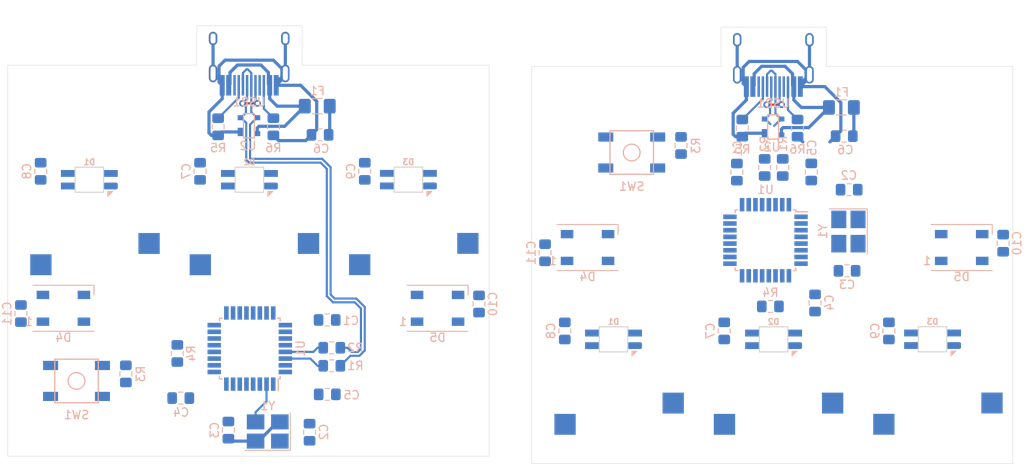
<source format=kicad_pcb>
(kicad_pcb (version 20171130) (host pcbnew "(5.1.4)-1")

  (general
    (thickness 1.6)
    (drawings 16)
    (tracks 192)
    (zones 0)
    (modules 62)
    (nets 42)
  )

  (page A4)
  (layers
    (0 F.Cu signal)
    (31 B.Cu signal)
    (32 B.Adhes user)
    (33 F.Adhes user)
    (34 B.Paste user)
    (35 F.Paste user)
    (36 B.SilkS user)
    (37 F.SilkS user)
    (38 B.Mask user)
    (39 F.Mask user)
    (40 Dwgs.User user)
    (41 Cmts.User user)
    (42 Eco1.User user)
    (43 Eco2.User user)
    (44 Edge.Cuts user)
    (45 Margin user)
    (46 B.CrtYd user)
    (47 F.CrtYd user)
    (48 B.Fab user)
    (49 F.Fab user)
  )

  (setup
    (last_trace_width 0.254)
    (trace_clearance 0.2)
    (zone_clearance 0.508)
    (zone_45_only no)
    (trace_min 0.2)
    (via_size 0.8)
    (via_drill 0.4)
    (via_min_size 0.4)
    (via_min_drill 0.3)
    (uvia_size 0.3)
    (uvia_drill 0.1)
    (uvias_allowed no)
    (uvia_min_size 0.2)
    (uvia_min_drill 0.1)
    (edge_width 0.05)
    (segment_width 0.2)
    (pcb_text_width 0.3)
    (pcb_text_size 1.5 1.5)
    (mod_edge_width 0.12)
    (mod_text_size 1 1)
    (mod_text_width 0.15)
    (pad_size 1.524 1.524)
    (pad_drill 0.762)
    (pad_to_mask_clearance 0.051)
    (solder_mask_min_width 0.25)
    (aux_axis_origin 0 0)
    (visible_elements 7FFFFFFF)
    (pcbplotparams
      (layerselection 0x010fc_ffffffff)
      (usegerberextensions false)
      (usegerberattributes false)
      (usegerberadvancedattributes false)
      (creategerberjobfile false)
      (excludeedgelayer true)
      (linewidth 0.100000)
      (plotframeref false)
      (viasonmask false)
      (mode 1)
      (useauxorigin false)
      (hpglpennumber 1)
      (hpglpenspeed 20)
      (hpglpendiameter 15.000000)
      (psnegative false)
      (psa4output false)
      (plotreference true)
      (plotvalue true)
      (plotinvisibletext false)
      (padsonsilk false)
      (subtractmaskfromsilk false)
      (outputformat 1)
      (mirror false)
      (drillshape 1)
      (scaleselection 1)
      (outputdirectory ""))
  )

  (net 0 "")
  (net 1 GND)
  (net 2 "Net-(C1-Pad1)")
  (net 3 XTAL1)
  (net 4 XTAL2)
  (net 5 +5V)
  (net 6 "Net-(D1-Pad1)")
  (net 7 SWITCHLED)
  (net 8 "Net-(D2-Pad1)")
  (net 9 "Net-(D3-Pad1)")
  (net 10 "Net-(D4-Pad2)")
  (net 11 UNDERGLOWLED)
  (net 12 "Net-(D5-Pad2)")
  (net 13 VCC)
  (net 14 COL0)
  (net 15 D-)
  (net 16 "Net-(R1-Pad1)")
  (net 17 D+)
  (net 18 "Net-(R2-Pad1)")
  (net 19 "Net-(R3-Pad2)")
  (net 20 "Net-(R4-Pad2)")
  (net 21 "Net-(R5-Pad2)")
  (net 22 "Net-(R6-Pad2)")
  (net 23 "Net-(U1-Pad26)")
  (net 24 "Net-(U1-Pad25)")
  (net 25 "Net-(U1-Pad23)")
  (net 26 "Net-(U1-Pad22)")
  (net 27 "Net-(U1-Pad16)")
  (net 28 "Net-(U1-Pad15)")
  (net 29 "Net-(U1-Pad14)")
  (net 30 "Net-(U1-Pad12)")
  (net 31 "Net-(U1-Pad11)")
  (net 32 "Net-(U1-Pad10)")
  (net 33 "Net-(U1-Pad9)")
  (net 34 "Net-(U1-Pad8)")
  (net 35 "Net-(U1-Pad7)")
  (net 36 "Net-(U1-Pad6)")
  (net 37 "Net-(U1-Pad5)")
  (net 38 "Net-(USB1-Pad3)")
  (net 39 "Net-(USB1-Pad9)")
  (net 40 COL1)
  (net 41 COL2)

  (net_class Default "This is the default net class."
    (clearance 0.2)
    (trace_width 0.254)
    (via_dia 0.8)
    (via_drill 0.4)
    (uvia_dia 0.3)
    (uvia_drill 0.1)
    (add_net COL0)
    (add_net COL1)
    (add_net COL2)
    (add_net D+)
    (add_net D-)
    (add_net "Net-(C1-Pad1)")
    (add_net "Net-(D1-Pad1)")
    (add_net "Net-(D2-Pad1)")
    (add_net "Net-(D3-Pad1)")
    (add_net "Net-(D4-Pad2)")
    (add_net "Net-(D5-Pad2)")
    (add_net "Net-(R1-Pad1)")
    (add_net "Net-(R2-Pad1)")
    (add_net "Net-(R3-Pad2)")
    (add_net "Net-(R4-Pad2)")
    (add_net "Net-(R5-Pad2)")
    (add_net "Net-(R6-Pad2)")
    (add_net "Net-(U1-Pad10)")
    (add_net "Net-(U1-Pad11)")
    (add_net "Net-(U1-Pad12)")
    (add_net "Net-(U1-Pad14)")
    (add_net "Net-(U1-Pad15)")
    (add_net "Net-(U1-Pad16)")
    (add_net "Net-(U1-Pad22)")
    (add_net "Net-(U1-Pad23)")
    (add_net "Net-(U1-Pad25)")
    (add_net "Net-(U1-Pad26)")
    (add_net "Net-(U1-Pad5)")
    (add_net "Net-(U1-Pad6)")
    (add_net "Net-(U1-Pad7)")
    (add_net "Net-(U1-Pad8)")
    (add_net "Net-(U1-Pad9)")
    (add_net "Net-(USB1-Pad3)")
    (add_net "Net-(USB1-Pad9)")
    (add_net SWITCHLED)
    (add_net UNDERGLOWLED)
    (add_net XTAL1)
    (add_net XTAL2)
  )

  (net_class Power ""
    (clearance 0.2)
    (trace_width 0.381)
    (via_dia 0.8)
    (via_drill 0.4)
    (uvia_dia 0.3)
    (uvia_drill 0.1)
    (add_net +5V)
    (add_net GND)
    (add_net VCC)
  )

  (module Capacitor_SMD:C_0805_2012Metric_Pad1.15x1.40mm_HandSolder (layer B.Cu) (tedit 5B36C52B) (tstamp 6255C42C)
    (at 151.404003 77.55716 90)
    (descr "Capacitor SMD 0805 (2012 Metric), square (rectangular) end terminal, IPC_7351 nominal with elongated pad for handsoldering. (Body size source: https://docs.google.com/spreadsheets/d/1BsfQQcO9C6DZCsRaXUlFlo91Tg2WpOkGARC1WS5S8t0/edit?usp=sharing), generated with kicad-footprint-generator")
    (tags "capacitor handsolder")
    (path /61F60396)
    (attr smd)
    (fp_text reference C1 (at 2.836511 0.089803 90) (layer B.SilkS)
      (effects (font (size 1 1) (thickness 0.15)) (justify mirror))
    )
    (fp_text value 1uF (at 0 -1.65 90) (layer B.Fab)
      (effects (font (size 1 1) (thickness 0.15)) (justify mirror))
    )
    (fp_line (start -1 -0.6) (end -1 0.6) (layer B.Fab) (width 0.1))
    (fp_line (start -1 0.6) (end 1 0.6) (layer B.Fab) (width 0.1))
    (fp_line (start 1 0.6) (end 1 -0.6) (layer B.Fab) (width 0.1))
    (fp_line (start 1 -0.6) (end -1 -0.6) (layer B.Fab) (width 0.1))
    (fp_line (start -0.261252 0.71) (end 0.261252 0.71) (layer B.SilkS) (width 0.12))
    (fp_line (start -0.261252 -0.71) (end 0.261252 -0.71) (layer B.SilkS) (width 0.12))
    (fp_line (start -1.85 -0.95) (end -1.85 0.95) (layer B.CrtYd) (width 0.05))
    (fp_line (start -1.85 0.95) (end 1.85 0.95) (layer B.CrtYd) (width 0.05))
    (fp_line (start 1.85 0.95) (end 1.85 -0.95) (layer B.CrtYd) (width 0.05))
    (fp_line (start 1.85 -0.95) (end -1.85 -0.95) (layer B.CrtYd) (width 0.05))
    (fp_text user %R (at 0 0 90) (layer B.Fab)
      (effects (font (size 0.5 0.5) (thickness 0.08)) (justify mirror))
    )
    (pad 1 smd roundrect (at -1.025 0 90) (size 1.15 1.4) (layers B.Cu B.Paste B.Mask) (roundrect_rratio 0.217391))
    (pad 2 smd roundrect (at 1.025 0 90) (size 1.15 1.4) (layers B.Cu B.Paste B.Mask) (roundrect_rratio 0.217391))
    (model ${KISYS3DMOD}/Capacitor_SMD.3dshapes/C_0805_2012Metric.wrl
      (at (xyz 0 0 0))
      (scale (xyz 1 1 1))
      (rotate (xyz 0 0 0))
    )
  )

  (module LED_SMD:LED_WS2812B_PLCC4_5.0x5.0mm_P3.2mm (layer B.Cu) (tedit 5AA4B285) (tstamp 6255C3F2)
    (at 133.559 86.571)
    (descr https://cdn-shop.adafruit.com/datasheets/WS2812B.pdf)
    (tags "LED RGB NeoPixel")
    (path /6204BFB9)
    (attr smd)
    (fp_text reference D4 (at 0 3.5) (layer B.SilkS)
      (effects (font (size 1 1) (thickness 0.15)) (justify mirror))
    )
    (fp_text value WS2812B (at 0 -4) (layer B.Fab)
      (effects (font (size 1 1) (thickness 0.15)) (justify mirror))
    )
    (fp_text user 1 (at -4.15 1.6) (layer B.SilkS)
      (effects (font (size 1 1) (thickness 0.15)) (justify mirror))
    )
    (fp_text user %R (at 0 0) (layer B.Fab)
      (effects (font (size 0.8 0.8) (thickness 0.15)) (justify mirror))
    )
    (fp_line (start 3.45 2.75) (end -3.45 2.75) (layer B.CrtYd) (width 0.05))
    (fp_line (start 3.45 -2.75) (end 3.45 2.75) (layer B.CrtYd) (width 0.05))
    (fp_line (start -3.45 -2.75) (end 3.45 -2.75) (layer B.CrtYd) (width 0.05))
    (fp_line (start -3.45 2.75) (end -3.45 -2.75) (layer B.CrtYd) (width 0.05))
    (fp_line (start 2.5 -1.5) (end 1.5 -2.5) (layer B.Fab) (width 0.1))
    (fp_line (start -2.5 2.5) (end -2.5 -2.5) (layer B.Fab) (width 0.1))
    (fp_line (start -2.5 -2.5) (end 2.5 -2.5) (layer B.Fab) (width 0.1))
    (fp_line (start 2.5 -2.5) (end 2.5 2.5) (layer B.Fab) (width 0.1))
    (fp_line (start 2.5 2.5) (end -2.5 2.5) (layer B.Fab) (width 0.1))
    (fp_line (start -3.65 2.75) (end 3.65 2.75) (layer B.SilkS) (width 0.12))
    (fp_line (start -3.65 -2.75) (end 3.65 -2.75) (layer B.SilkS) (width 0.12))
    (fp_line (start 3.65 -2.75) (end 3.65 -1.6) (layer B.SilkS) (width 0.12))
    (fp_circle (center 0 0) (end 0 2) (layer B.Fab) (width 0.1))
    (pad 3 smd rect (at 2.45 -1.6) (size 1.5 1) (layers B.Cu B.Paste B.Mask))
    (pad 4 smd rect (at 2.45 1.6) (size 1.5 1) (layers B.Cu B.Paste B.Mask))
    (pad 2 smd rect (at -2.45 -1.6) (size 1.5 1) (layers B.Cu B.Paste B.Mask))
    (pad 1 smd rect (at -2.45 1.6) (size 1.5 1) (layers B.Cu B.Paste B.Mask))
    (model ${KISYS3DMOD}/LED_SMD.3dshapes/LED_WS2812B_PLCC4_5.0x5.0mm_P3.2mm.wrl
      (at (xyz 0 0 0))
      (scale (xyz 1 1 1))
      (rotate (xyz 0 0 0))
    )
  )

  (module Resistor_SMD:R_0805_2012Metric_Pad1.15x1.40mm_HandSolder (layer B.Cu) (tedit 5B36C52B) (tstamp 6255C3E2)
    (at 158.652 72.3 90)
    (descr "Resistor SMD 0805 (2012 Metric), square (rectangular) end terminal, IPC_7351 nominal with elongated pad for handsoldering. (Body size source: https://docs.google.com/spreadsheets/d/1BsfQQcO9C6DZCsRaXUlFlo91Tg2WpOkGARC1WS5S8t0/edit?usp=sharing), generated with kicad-footprint-generator")
    (tags "resistor handsolder")
    (path /61F97FB1)
    (attr smd)
    (fp_text reference R6 (at -2.531 0) (layer B.SilkS)
      (effects (font (size 1 1) (thickness 0.15)) (justify mirror))
    )
    (fp_text value 5.1k (at 0 -1.65 270) (layer B.Fab)
      (effects (font (size 1 1) (thickness 0.15)) (justify mirror))
    )
    (fp_line (start -1 -0.6) (end -1 0.6) (layer B.Fab) (width 0.1))
    (fp_line (start -1 0.6) (end 1 0.6) (layer B.Fab) (width 0.1))
    (fp_line (start 1 0.6) (end 1 -0.6) (layer B.Fab) (width 0.1))
    (fp_line (start 1 -0.6) (end -1 -0.6) (layer B.Fab) (width 0.1))
    (fp_line (start -0.261252 0.71) (end 0.261252 0.71) (layer B.SilkS) (width 0.12))
    (fp_line (start -0.261252 -0.71) (end 0.261252 -0.71) (layer B.SilkS) (width 0.12))
    (fp_line (start -1.85 -0.95) (end -1.85 0.95) (layer B.CrtYd) (width 0.05))
    (fp_line (start -1.85 0.95) (end 1.85 0.95) (layer B.CrtYd) (width 0.05))
    (fp_line (start 1.85 0.95) (end 1.85 -0.95) (layer B.CrtYd) (width 0.05))
    (fp_line (start 1.85 -0.95) (end -1.85 -0.95) (layer B.CrtYd) (width 0.05))
    (fp_text user %R (at 0 0 270) (layer B.Fab)
      (effects (font (size 0.5 0.5) (thickness 0.08)) (justify mirror))
    )
    (pad 1 smd roundrect (at -1.025 0 90) (size 1.15 1.4) (layers B.Cu B.Paste B.Mask) (roundrect_rratio 0.217391))
    (pad 2 smd roundrect (at 1.025 0 90) (size 1.15 1.4) (layers B.Cu B.Paste B.Mask) (roundrect_rratio 0.217391))
    (model ${KISYS3DMOD}/Resistor_SMD.3dshapes/R_0805_2012Metric.wrl
      (at (xyz 0 0 0))
      (scale (xyz 1 1 1))
      (rotate (xyz 0 0 0))
    )
  )

  (module Resistor_SMD:R_0805_2012Metric_Pad1.15x1.40mm_HandSolder (layer B.Cu) (tedit 5B36C52B) (tstamp 6255C3D2)
    (at 152.048 72.3 90)
    (descr "Resistor SMD 0805 (2012 Metric), square (rectangular) end terminal, IPC_7351 nominal with elongated pad for handsoldering. (Body size source: https://docs.google.com/spreadsheets/d/1BsfQQcO9C6DZCsRaXUlFlo91Tg2WpOkGARC1WS5S8t0/edit?usp=sharing), generated with kicad-footprint-generator")
    (tags "resistor handsolder")
    (path /61F9767F)
    (attr smd)
    (fp_text reference R5 (at -2.531 0) (layer B.SilkS)
      (effects (font (size 1 1) (thickness 0.15)) (justify mirror))
    )
    (fp_text value 5.1k (at 0 -1.65 270) (layer B.Fab)
      (effects (font (size 1 1) (thickness 0.15)) (justify mirror))
    )
    (fp_text user %R (at 0 0 270) (layer B.Fab)
      (effects (font (size 0.5 0.5) (thickness 0.08)) (justify mirror))
    )
    (fp_line (start 1.85 -0.95) (end -1.85 -0.95) (layer B.CrtYd) (width 0.05))
    (fp_line (start 1.85 0.95) (end 1.85 -0.95) (layer B.CrtYd) (width 0.05))
    (fp_line (start -1.85 0.95) (end 1.85 0.95) (layer B.CrtYd) (width 0.05))
    (fp_line (start -1.85 -0.95) (end -1.85 0.95) (layer B.CrtYd) (width 0.05))
    (fp_line (start -0.261252 -0.71) (end 0.261252 -0.71) (layer B.SilkS) (width 0.12))
    (fp_line (start -0.261252 0.71) (end 0.261252 0.71) (layer B.SilkS) (width 0.12))
    (fp_line (start 1 -0.6) (end -1 -0.6) (layer B.Fab) (width 0.1))
    (fp_line (start 1 0.6) (end 1 -0.6) (layer B.Fab) (width 0.1))
    (fp_line (start -1 0.6) (end 1 0.6) (layer B.Fab) (width 0.1))
    (fp_line (start -1 -0.6) (end -1 0.6) (layer B.Fab) (width 0.1))
    (pad 2 smd roundrect (at 1.025 0 90) (size 1.15 1.4) (layers B.Cu B.Paste B.Mask) (roundrect_rratio 0.217391))
    (pad 1 smd roundrect (at -1.025 0 90) (size 1.15 1.4) (layers B.Cu B.Paste B.Mask) (roundrect_rratio 0.217391))
    (model ${KISYS3DMOD}/Resistor_SMD.3dshapes/R_0805_2012Metric.wrl
      (at (xyz 0 0 0))
      (scale (xyz 1 1 1))
      (rotate (xyz 0 0 0))
    )
  )

  (module Capacitor_SMD:C_0805_2012Metric_Pad1.15x1.40mm_HandSolder (layer B.Cu) (tedit 5B36C52B) (tstamp 6255C3C2)
    (at 183.227 86.054 90)
    (descr "Capacitor SMD 0805 (2012 Metric), square (rectangular) end terminal, IPC_7351 nominal with elongated pad for handsoldering. (Body size source: https://docs.google.com/spreadsheets/d/1BsfQQcO9C6DZCsRaXUlFlo91Tg2WpOkGARC1WS5S8t0/edit?usp=sharing), generated with kicad-footprint-generator")
    (tags "capacitor handsolder")
    (path /6204DF0D)
    (attr smd)
    (fp_text reference C10 (at 0 1.65 90) (layer B.SilkS)
      (effects (font (size 1 1) (thickness 0.15)) (justify mirror))
    )
    (fp_text value 0.1uF (at 0 -1.65 90) (layer B.Fab)
      (effects (font (size 1 1) (thickness 0.15)) (justify mirror))
    )
    (fp_line (start -1 -0.6) (end -1 0.6) (layer B.Fab) (width 0.1))
    (fp_line (start -1 0.6) (end 1 0.6) (layer B.Fab) (width 0.1))
    (fp_line (start 1 0.6) (end 1 -0.6) (layer B.Fab) (width 0.1))
    (fp_line (start 1 -0.6) (end -1 -0.6) (layer B.Fab) (width 0.1))
    (fp_line (start -0.261252 0.71) (end 0.261252 0.71) (layer B.SilkS) (width 0.12))
    (fp_line (start -0.261252 -0.71) (end 0.261252 -0.71) (layer B.SilkS) (width 0.12))
    (fp_line (start -1.85 -0.95) (end -1.85 0.95) (layer B.CrtYd) (width 0.05))
    (fp_line (start -1.85 0.95) (end 1.85 0.95) (layer B.CrtYd) (width 0.05))
    (fp_line (start 1.85 0.95) (end 1.85 -0.95) (layer B.CrtYd) (width 0.05))
    (fp_line (start 1.85 -0.95) (end -1.85 -0.95) (layer B.CrtYd) (width 0.05))
    (fp_text user %R (at 0 0 180) (layer B.Fab)
      (effects (font (size 0.5 0.5) (thickness 0.08)) (justify mirror))
    )
    (pad 1 smd roundrect (at -1.025 0 90) (size 1.15 1.4) (layers B.Cu B.Paste B.Mask) (roundrect_rratio 0.217391))
    (pad 2 smd roundrect (at 1.025 0 90) (size 1.15 1.4) (layers B.Cu B.Paste B.Mask) (roundrect_rratio 0.217391))
    (model ${KISYS3DMOD}/Capacitor_SMD.3dshapes/C_0805_2012Metric.wrl
      (at (xyz 0 0 0))
      (scale (xyz 1 1 1))
      (rotate (xyz 0 0 0))
    )
  )

  (module Fuse:Fuse_1206_3216Metric_Pad1.42x1.75mm_HandSolder (layer B.Cu) (tedit 5B301BBE) (tstamp 6255C3B2)
    (at 163.8955 69.831 180)
    (descr "Fuse SMD 1206 (3216 Metric), square (rectangular) end terminal, IPC_7351 nominal with elongated pad for handsoldering. (Body size source: http://www.tortai-tech.com/upload/download/2011102023233369053.pdf), generated with kicad-footprint-generator")
    (tags "resistor handsolder")
    (path /61F840A9)
    (attr smd)
    (fp_text reference F1 (at 0 1.82 180) (layer B.SilkS)
      (effects (font (size 1 1) (thickness 0.15)) (justify mirror))
    )
    (fp_text value Polyfuse_Small (at 0 -1.82 180) (layer B.Fab)
      (effects (font (size 1 1) (thickness 0.15)) (justify mirror))
    )
    (fp_line (start -1.6 -0.8) (end -1.6 0.8) (layer B.Fab) (width 0.1))
    (fp_line (start -1.6 0.8) (end 1.6 0.8) (layer B.Fab) (width 0.1))
    (fp_line (start 1.6 0.8) (end 1.6 -0.8) (layer B.Fab) (width 0.1))
    (fp_line (start 1.6 -0.8) (end -1.6 -0.8) (layer B.Fab) (width 0.1))
    (fp_line (start -0.602064 0.91) (end 0.602064 0.91) (layer B.SilkS) (width 0.12))
    (fp_line (start -0.602064 -0.91) (end 0.602064 -0.91) (layer B.SilkS) (width 0.12))
    (fp_line (start -2.45 -1.12) (end -2.45 1.12) (layer B.CrtYd) (width 0.05))
    (fp_line (start -2.45 1.12) (end 2.45 1.12) (layer B.CrtYd) (width 0.05))
    (fp_line (start 2.45 1.12) (end 2.45 -1.12) (layer B.CrtYd) (width 0.05))
    (fp_line (start 2.45 -1.12) (end -2.45 -1.12) (layer B.CrtYd) (width 0.05))
    (fp_text user %R (at 0 0 180) (layer B.Fab)
      (effects (font (size 0.8 0.8) (thickness 0.12)) (justify mirror))
    )
    (pad 1 smd roundrect (at -1.4875 0 180) (size 1.425 1.75) (layers B.Cu B.Paste B.Mask) (roundrect_rratio 0.175439))
    (pad 2 smd roundrect (at 1.4875 0 180) (size 1.425 1.75) (layers B.Cu B.Paste B.Mask) (roundrect_rratio 0.175439))
    (model ${KISYS3DMOD}/Fuse.3dshapes/Fuse_1206_3216Metric.wrl
      (at (xyz 0 0 0))
      (scale (xyz 1 1 1))
      (rotate (xyz 0 0 0))
    )
  )

  (module Resistor_SMD:R_0805_2012Metric_Pad1.15x1.40mm_HandSolder (layer B.Cu) (tedit 5B36C52B) (tstamp 6255C3A2)
    (at 144.729 74.375001 270)
    (descr "Resistor SMD 0805 (2012 Metric), square (rectangular) end terminal, IPC_7351 nominal with elongated pad for handsoldering. (Body size source: https://docs.google.com/spreadsheets/d/1BsfQQcO9C6DZCsRaXUlFlo91Tg2WpOkGARC1WS5S8t0/edit?usp=sharing), generated with kicad-footprint-generator")
    (tags "resistor handsolder")
    (path /61F65CEA)
    (attr smd)
    (fp_text reference R3 (at 0.008999 -1.778 90) (layer B.SilkS)
      (effects (font (size 1 1) (thickness 0.15)) (justify mirror))
    )
    (fp_text value 10k (at 0 -1.65 90) (layer B.Fab)
      (effects (font (size 1 1) (thickness 0.15)) (justify mirror))
    )
    (fp_line (start -1 -0.6) (end -1 0.6) (layer B.Fab) (width 0.1))
    (fp_line (start -1 0.6) (end 1 0.6) (layer B.Fab) (width 0.1))
    (fp_line (start 1 0.6) (end 1 -0.6) (layer B.Fab) (width 0.1))
    (fp_line (start 1 -0.6) (end -1 -0.6) (layer B.Fab) (width 0.1))
    (fp_line (start -0.261252 0.71) (end 0.261252 0.71) (layer B.SilkS) (width 0.12))
    (fp_line (start -0.261252 -0.71) (end 0.261252 -0.71) (layer B.SilkS) (width 0.12))
    (fp_line (start -1.85 -0.95) (end -1.85 0.95) (layer B.CrtYd) (width 0.05))
    (fp_line (start -1.85 0.95) (end 1.85 0.95) (layer B.CrtYd) (width 0.05))
    (fp_line (start 1.85 0.95) (end 1.85 -0.95) (layer B.CrtYd) (width 0.05))
    (fp_line (start 1.85 -0.95) (end -1.85 -0.95) (layer B.CrtYd) (width 0.05))
    (fp_text user %R (at 0 0 90) (layer B.Fab)
      (effects (font (size 0.5 0.5) (thickness 0.08)) (justify mirror))
    )
    (pad 1 smd roundrect (at -1.025 0 270) (size 1.15 1.4) (layers B.Cu B.Paste B.Mask) (roundrect_rratio 0.217391))
    (pad 2 smd roundrect (at 1.025 0 270) (size 1.15 1.4) (layers B.Cu B.Paste B.Mask) (roundrect_rratio 0.217391))
    (model ${KISYS3DMOD}/Resistor_SMD.3dshapes/R_0805_2012Metric.wrl
      (at (xyz 0 0 0))
      (scale (xyz 1 1 1))
      (rotate (xyz 0 0 0))
    )
  )

  (module Package_QFP:TQFP-32_7x7mm_P0.8mm (layer B.Cu) (tedit 5A02F146) (tstamp 6255C36C)
    (at 154.822241 85.701 180)
    (descr "32-Lead Plastic Thin Quad Flatpack (PT) - 7x7x1.0 mm Body, 2.00 mm [TQFP] (see Microchip Packaging Specification 00000049BS.pdf)")
    (tags "QFP 0.8")
    (path /61F586D1)
    (attr smd)
    (fp_text reference U1 (at 0 6.05) (layer B.SilkS)
      (effects (font (size 1 1) (thickness 0.15)) (justify mirror))
    )
    (fp_text value ATmega32U2-AU (at 0 -6.05) (layer B.Fab)
      (effects (font (size 1 1) (thickness 0.15)) (justify mirror))
    )
    (fp_text user %R (at 0 0) (layer B.Fab)
      (effects (font (size 1 1) (thickness 0.15)) (justify mirror))
    )
    (fp_line (start -2.5 3.5) (end 3.5 3.5) (layer B.Fab) (width 0.15))
    (fp_line (start 3.5 3.5) (end 3.5 -3.5) (layer B.Fab) (width 0.15))
    (fp_line (start 3.5 -3.5) (end -3.5 -3.5) (layer B.Fab) (width 0.15))
    (fp_line (start -3.5 -3.5) (end -3.5 2.5) (layer B.Fab) (width 0.15))
    (fp_line (start -3.5 2.5) (end -2.5 3.5) (layer B.Fab) (width 0.15))
    (fp_line (start -5.3 5.3) (end -5.3 -5.3) (layer B.CrtYd) (width 0.05))
    (fp_line (start 5.3 5.3) (end 5.3 -5.3) (layer B.CrtYd) (width 0.05))
    (fp_line (start -5.3 5.3) (end 5.3 5.3) (layer B.CrtYd) (width 0.05))
    (fp_line (start -5.3 -5.3) (end 5.3 -5.3) (layer B.CrtYd) (width 0.05))
    (fp_line (start -3.625 3.625) (end -3.625 3.4) (layer B.SilkS) (width 0.15))
    (fp_line (start 3.625 3.625) (end 3.625 3.3) (layer B.SilkS) (width 0.15))
    (fp_line (start 3.625 -3.625) (end 3.625 -3.3) (layer B.SilkS) (width 0.15))
    (fp_line (start -3.625 -3.625) (end -3.625 -3.3) (layer B.SilkS) (width 0.15))
    (fp_line (start -3.625 3.625) (end -3.3 3.625) (layer B.SilkS) (width 0.15))
    (fp_line (start -3.625 -3.625) (end -3.3 -3.625) (layer B.SilkS) (width 0.15))
    (fp_line (start 3.625 -3.625) (end 3.3 -3.625) (layer B.SilkS) (width 0.15))
    (fp_line (start 3.625 3.625) (end 3.3 3.625) (layer B.SilkS) (width 0.15))
    (fp_line (start -3.625 3.4) (end -5.05 3.4) (layer B.SilkS) (width 0.15))
    (pad 1 smd rect (at -4.25 2.8 180) (size 1.6 0.55) (layers B.Cu B.Paste B.Mask))
    (pad 2 smd rect (at -4.25 2 180) (size 1.6 0.55) (layers B.Cu B.Paste B.Mask))
    (pad 3 smd rect (at -4.25 1.2 180) (size 1.6 0.55) (layers B.Cu B.Paste B.Mask))
    (pad 4 smd rect (at -4.25 0.4 180) (size 1.6 0.55) (layers B.Cu B.Paste B.Mask))
    (pad 5 smd rect (at -4.25 -0.4 180) (size 1.6 0.55) (layers B.Cu B.Paste B.Mask))
    (pad 6 smd rect (at -4.25 -1.2 180) (size 1.6 0.55) (layers B.Cu B.Paste B.Mask))
    (pad 7 smd rect (at -4.25 -2 180) (size 1.6 0.55) (layers B.Cu B.Paste B.Mask))
    (pad 8 smd rect (at -4.25 -2.8 180) (size 1.6 0.55) (layers B.Cu B.Paste B.Mask))
    (pad 9 smd rect (at -2.8 -4.25 90) (size 1.6 0.55) (layers B.Cu B.Paste B.Mask))
    (pad 10 smd rect (at -2 -4.25 90) (size 1.6 0.55) (layers B.Cu B.Paste B.Mask))
    (pad 11 smd rect (at -1.2 -4.25 90) (size 1.6 0.55) (layers B.Cu B.Paste B.Mask))
    (pad 12 smd rect (at -0.4 -4.25 90) (size 1.6 0.55) (layers B.Cu B.Paste B.Mask))
    (pad 13 smd rect (at 0.4 -4.25 90) (size 1.6 0.55) (layers B.Cu B.Paste B.Mask))
    (pad 14 smd rect (at 1.2 -4.25 90) (size 1.6 0.55) (layers B.Cu B.Paste B.Mask))
    (pad 15 smd rect (at 2 -4.25 90) (size 1.6 0.55) (layers B.Cu B.Paste B.Mask))
    (pad 16 smd rect (at 2.8 -4.25 90) (size 1.6 0.55) (layers B.Cu B.Paste B.Mask))
    (pad 17 smd rect (at 4.25 -2.8 180) (size 1.6 0.55) (layers B.Cu B.Paste B.Mask))
    (pad 18 smd rect (at 4.25 -2 180) (size 1.6 0.55) (layers B.Cu B.Paste B.Mask))
    (pad 19 smd rect (at 4.25 -1.2 180) (size 1.6 0.55) (layers B.Cu B.Paste B.Mask))
    (pad 20 smd rect (at 4.25 -0.4 180) (size 1.6 0.55) (layers B.Cu B.Paste B.Mask))
    (pad 21 smd rect (at 4.25 0.4 180) (size 1.6 0.55) (layers B.Cu B.Paste B.Mask))
    (pad 22 smd rect (at 4.25 1.2 180) (size 1.6 0.55) (layers B.Cu B.Paste B.Mask))
    (pad 23 smd rect (at 4.25 2 180) (size 1.6 0.55) (layers B.Cu B.Paste B.Mask))
    (pad 24 smd rect (at 4.25 2.8 180) (size 1.6 0.55) (layers B.Cu B.Paste B.Mask))
    (pad 25 smd rect (at 2.8 4.25 90) (size 1.6 0.55) (layers B.Cu B.Paste B.Mask))
    (pad 26 smd rect (at 2 4.25 90) (size 1.6 0.55) (layers B.Cu B.Paste B.Mask))
    (pad 27 smd rect (at 1.2 4.25 90) (size 1.6 0.55) (layers B.Cu B.Paste B.Mask))
    (pad 28 smd rect (at 0.4 4.25 90) (size 1.6 0.55) (layers B.Cu B.Paste B.Mask))
    (pad 29 smd rect (at -0.4 4.25 90) (size 1.6 0.55) (layers B.Cu B.Paste B.Mask))
    (pad 30 smd rect (at -1.2 4.25 90) (size 1.6 0.55) (layers B.Cu B.Paste B.Mask))
    (pad 31 smd rect (at -2 4.25 90) (size 1.6 0.55) (layers B.Cu B.Paste B.Mask))
    (pad 32 smd rect (at -2.8 4.25 90) (size 1.6 0.55) (layers B.Cu B.Paste B.Mask))
    (model ${KISYS3DMOD}/Package_QFP.3dshapes/TQFP-32_7x7mm_P0.8mm.wrl
      (at (xyz 0 0 0))
      (scale (xyz 1 1 1))
      (rotate (xyz 0 0 0))
    )
  )

  (module Resistor_SMD:R_0805_2012Metric_Pad1.15x1.40mm_HandSolder (layer B.Cu) (tedit 5B36C52B) (tstamp 6255C35C)
    (at 155.407947 93.610041 180)
    (descr "Resistor SMD 0805 (2012 Metric), square (rectangular) end terminal, IPC_7351 nominal with elongated pad for handsoldering. (Body size source: https://docs.google.com/spreadsheets/d/1BsfQQcO9C6DZCsRaXUlFlo91Tg2WpOkGARC1WS5S8t0/edit?usp=sharing), generated with kicad-footprint-generator")
    (tags "resistor handsolder")
    (path /61F5A21C)
    (attr smd)
    (fp_text reference R4 (at 0 1.65 180) (layer B.SilkS)
      (effects (font (size 1 1) (thickness 0.15)) (justify mirror))
    )
    (fp_text value R_Small (at 0 -1.65 180) (layer B.Fab)
      (effects (font (size 1 1) (thickness 0.15)) (justify mirror))
    )
    (fp_line (start -1 -0.6) (end -1 0.6) (layer B.Fab) (width 0.1))
    (fp_line (start -1 0.6) (end 1 0.6) (layer B.Fab) (width 0.1))
    (fp_line (start 1 0.6) (end 1 -0.6) (layer B.Fab) (width 0.1))
    (fp_line (start 1 -0.6) (end -1 -0.6) (layer B.Fab) (width 0.1))
    (fp_line (start -0.261252 0.71) (end 0.261252 0.71) (layer B.SilkS) (width 0.12))
    (fp_line (start -0.261252 -0.71) (end 0.261252 -0.71) (layer B.SilkS) (width 0.12))
    (fp_line (start -1.85 -0.95) (end -1.85 0.95) (layer B.CrtYd) (width 0.05))
    (fp_line (start -1.85 0.95) (end 1.85 0.95) (layer B.CrtYd) (width 0.05))
    (fp_line (start 1.85 0.95) (end 1.85 -0.95) (layer B.CrtYd) (width 0.05))
    (fp_line (start 1.85 -0.95) (end -1.85 -0.95) (layer B.CrtYd) (width 0.05))
    (fp_text user %R (at 0 0 180) (layer B.Fab)
      (effects (font (size 0.5 0.5) (thickness 0.08)) (justify mirror))
    )
    (pad 1 smd roundrect (at -1.025 0 180) (size 1.15 1.4) (layers B.Cu B.Paste B.Mask) (roundrect_rratio 0.217391))
    (pad 2 smd roundrect (at 1.025 0 180) (size 1.15 1.4) (layers B.Cu B.Paste B.Mask) (roundrect_rratio 0.217391))
    (model ${KISYS3DMOD}/Resistor_SMD.3dshapes/R_0805_2012Metric.wrl
      (at (xyz 0 0 0))
      (scale (xyz 1 1 1))
      (rotate (xyz 0 0 0))
    )
  )

  (module Capacitor_SMD:C_0805_2012Metric_Pad1.15x1.40mm_HandSolder (layer B.Cu) (tedit 5B36C52B) (tstamp 6255C34C)
    (at 164.821756 79.65979 180)
    (descr "Capacitor SMD 0805 (2012 Metric), square (rectangular) end terminal, IPC_7351 nominal with elongated pad for handsoldering. (Body size source: https://docs.google.com/spreadsheets/d/1BsfQQcO9C6DZCsRaXUlFlo91Tg2WpOkGARC1WS5S8t0/edit?usp=sharing), generated with kicad-footprint-generator")
    (tags "capacitor handsolder")
    (path /61F69B02)
    (attr smd)
    (fp_text reference C2 (at 0.037171 1.706249 180) (layer B.SilkS)
      (effects (font (size 1 1) (thickness 0.15)) (justify mirror))
    )
    (fp_text value 14pF (at 0 -1.65 180) (layer B.Fab)
      (effects (font (size 1 1) (thickness 0.15)) (justify mirror))
    )
    (fp_line (start -1 -0.6) (end -1 0.6) (layer B.Fab) (width 0.1))
    (fp_line (start -1 0.6) (end 1 0.6) (layer B.Fab) (width 0.1))
    (fp_line (start 1 0.6) (end 1 -0.6) (layer B.Fab) (width 0.1))
    (fp_line (start 1 -0.6) (end -1 -0.6) (layer B.Fab) (width 0.1))
    (fp_line (start -0.261252 0.71) (end 0.261252 0.71) (layer B.SilkS) (width 0.12))
    (fp_line (start -0.261252 -0.71) (end 0.261252 -0.71) (layer B.SilkS) (width 0.12))
    (fp_line (start -1.85 -0.95) (end -1.85 0.95) (layer B.CrtYd) (width 0.05))
    (fp_line (start -1.85 0.95) (end 1.85 0.95) (layer B.CrtYd) (width 0.05))
    (fp_line (start 1.85 0.95) (end 1.85 -0.95) (layer B.CrtYd) (width 0.05))
    (fp_line (start 1.85 -0.95) (end -1.85 -0.95) (layer B.CrtYd) (width 0.05))
    (fp_text user %R (at 0 0 180) (layer B.Fab)
      (effects (font (size 0.5 0.5) (thickness 0.08)) (justify mirror))
    )
    (pad 1 smd roundrect (at -1.025 0 180) (size 1.15 1.4) (layers B.Cu B.Paste B.Mask) (roundrect_rratio 0.217391))
    (pad 2 smd roundrect (at 1.025 0 180) (size 1.15 1.4) (layers B.Cu B.Paste B.Mask) (roundrect_rratio 0.217391))
    (model ${KISYS3DMOD}/Capacitor_SMD.3dshapes/C_0805_2012Metric.wrl
      (at (xyz 0 0 0))
      (scale (xyz 1 1 1))
      (rotate (xyz 0 0 0))
    )
  )

  (module Capacitor_SMD:C_0805_2012Metric_Pad1.15x1.40mm_HandSolder (layer B.Cu) (tedit 5B36C52B) (tstamp 6255C33C)
    (at 164.567808 89.358466)
    (descr "Capacitor SMD 0805 (2012 Metric), square (rectangular) end terminal, IPC_7351 nominal with elongated pad for handsoldering. (Body size source: https://docs.google.com/spreadsheets/d/1BsfQQcO9C6DZCsRaXUlFlo91Tg2WpOkGARC1WS5S8t0/edit?usp=sharing), generated with kicad-footprint-generator")
    (tags "capacitor handsolder")
    (path /61F6A957)
    (attr smd)
    (fp_text reference C3 (at 0 1.65) (layer B.SilkS)
      (effects (font (size 1 1) (thickness 0.15)) (justify mirror))
    )
    (fp_text value 14pF (at 0 -1.65) (layer B.Fab)
      (effects (font (size 1 1) (thickness 0.15)) (justify mirror))
    )
    (fp_line (start -1 -0.6) (end -1 0.6) (layer B.Fab) (width 0.1))
    (fp_line (start -1 0.6) (end 1 0.6) (layer B.Fab) (width 0.1))
    (fp_line (start 1 0.6) (end 1 -0.6) (layer B.Fab) (width 0.1))
    (fp_line (start 1 -0.6) (end -1 -0.6) (layer B.Fab) (width 0.1))
    (fp_line (start -0.261252 0.71) (end 0.261252 0.71) (layer B.SilkS) (width 0.12))
    (fp_line (start -0.261252 -0.71) (end 0.261252 -0.71) (layer B.SilkS) (width 0.12))
    (fp_line (start -1.85 -0.95) (end -1.85 0.95) (layer B.CrtYd) (width 0.05))
    (fp_line (start -1.85 0.95) (end 1.85 0.95) (layer B.CrtYd) (width 0.05))
    (fp_line (start 1.85 0.95) (end 1.85 -0.95) (layer B.CrtYd) (width 0.05))
    (fp_line (start 1.85 -0.95) (end -1.85 -0.95) (layer B.CrtYd) (width 0.05))
    (fp_text user %R (at 0 0) (layer B.Fab)
      (effects (font (size 0.5 0.5) (thickness 0.08)) (justify mirror))
    )
    (pad 1 smd roundrect (at -1.025 0) (size 1.15 1.4) (layers B.Cu B.Paste B.Mask) (roundrect_rratio 0.217391))
    (pad 2 smd roundrect (at 1.025 0) (size 1.15 1.4) (layers B.Cu B.Paste B.Mask) (roundrect_rratio 0.217391))
    (model ${KISYS3DMOD}/Capacitor_SMD.3dshapes/C_0805_2012Metric.wrl
      (at (xyz 0 0 0))
      (scale (xyz 1 1 1))
      (rotate (xyz 0 0 0))
    )
  )

  (module Capacitor_SMD:C_0805_2012Metric_Pad1.15x1.40mm_HandSolder (layer B.Cu) (tedit 5B36C52B) (tstamp 6255C32C)
    (at 160.294456 77.541701 90)
    (descr "Capacitor SMD 0805 (2012 Metric), square (rectangular) end terminal, IPC_7351 nominal with elongated pad for handsoldering. (Body size source: https://docs.google.com/spreadsheets/d/1BsfQQcO9C6DZCsRaXUlFlo91Tg2WpOkGARC1WS5S8t0/edit?usp=sharing), generated with kicad-footprint-generator")
    (tags "capacitor handsolder")
    (path /61F7F0B0)
    (attr smd)
    (fp_text reference C5 (at 2.910853 0.089803 270) (layer B.SilkS)
      (effects (font (size 1 1) (thickness 0.15)) (justify mirror))
    )
    (fp_text value 0.1uF (at 0 -1.65 270) (layer B.Fab)
      (effects (font (size 1 1) (thickness 0.15)) (justify mirror))
    )
    (fp_text user %R (at 0 0 270) (layer B.Fab)
      (effects (font (size 0.5 0.5) (thickness 0.08)) (justify mirror))
    )
    (fp_line (start 1.85 -0.95) (end -1.85 -0.95) (layer B.CrtYd) (width 0.05))
    (fp_line (start 1.85 0.95) (end 1.85 -0.95) (layer B.CrtYd) (width 0.05))
    (fp_line (start -1.85 0.95) (end 1.85 0.95) (layer B.CrtYd) (width 0.05))
    (fp_line (start -1.85 -0.95) (end -1.85 0.95) (layer B.CrtYd) (width 0.05))
    (fp_line (start -0.261252 -0.71) (end 0.261252 -0.71) (layer B.SilkS) (width 0.12))
    (fp_line (start -0.261252 0.71) (end 0.261252 0.71) (layer B.SilkS) (width 0.12))
    (fp_line (start 1 -0.6) (end -1 -0.6) (layer B.Fab) (width 0.1))
    (fp_line (start 1 0.6) (end 1 -0.6) (layer B.Fab) (width 0.1))
    (fp_line (start -1 0.6) (end 1 0.6) (layer B.Fab) (width 0.1))
    (fp_line (start -1 -0.6) (end -1 0.6) (layer B.Fab) (width 0.1))
    (pad 2 smd roundrect (at 1.025 0 90) (size 1.15 1.4) (layers B.Cu B.Paste B.Mask) (roundrect_rratio 0.217391))
    (pad 1 smd roundrect (at -1.025 0 90) (size 1.15 1.4) (layers B.Cu B.Paste B.Mask) (roundrect_rratio 0.217391))
    (model ${KISYS3DMOD}/Capacitor_SMD.3dshapes/C_0805_2012Metric.wrl
      (at (xyz 0 0 0))
      (scale (xyz 1 1 1))
      (rotate (xyz 0 0 0))
    )
  )

  (module random-keyboard-parts:SOT143B (layer B.Cu) (tedit 5E62B3A6) (tstamp 6255C317)
    (at 155.731 72.164)
    (path /61F8969B)
    (attr smd)
    (fp_text reference U2 (at -0.127 2.413) (layer B.SilkS)
      (effects (font (size 1 1) (thickness 0.15)) (justify mirror))
    )
    (fp_text value PRTR5V0U2X (at 0 2.3) (layer B.Fab)
      (effects (font (size 1 1) (thickness 0.15)) (justify mirror))
    )
    (fp_line (start 1.45 -0.55) (end 0.65 -0.55) (layer B.Fab) (width 0.15))
    (fp_line (start 0.65 0.55) (end 1.45 0.55) (layer B.Fab) (width 0.15))
    (fp_line (start -1.45 -0.55) (end -0.65 -0.55) (layer B.Fab) (width 0.15))
    (fp_line (start -0.65 0.1) (end -1.45 0.1) (layer B.Fab) (width 0.15))
    (fp_line (start -0.65 -1.45) (end -0.65 1.45) (layer B.Fab) (width 0.15))
    (fp_line (start 0.65 1.45) (end 0.65 -1.45) (layer B.Fab) (width 0.15))
    (fp_line (start -1.45 1.45) (end 1.45 1.45) (layer B.Fab) (width 0.15))
    (fp_line (start -1.45 -1.45) (end -1.45 1.45) (layer B.Fab) (width 0.15))
    (fp_line (start 1.45 -1.45) (end -1.45 -1.45) (layer B.Fab) (width 0.15))
    (fp_line (start 1.45 1.45) (end 1.45 -1.45) (layer B.Fab) (width 0.15))
    (fp_line (start -0.65 -1.45) (end 0.65 -1.45) (layer B.SilkS) (width 0.15))
    (fp_line (start -0.65 1.45) (end -0.65 -1.45) (layer B.SilkS) (width 0.15))
    (fp_line (start 0.65 1.45) (end -0.65 1.45) (layer B.SilkS) (width 0.15))
    (fp_line (start 0.65 1.45) (end 0.65 -1.45) (layer B.SilkS) (width 0.15))
    (pad 3 smd rect (at 1 -0.95 90) (size 0.6 0.7) (layers B.Cu B.Paste B.Mask))
    (pad 2 smd rect (at -1 -0.95 90) (size 0.6 0.7) (layers B.Cu B.Paste B.Mask))
    (pad 4 smd rect (at 1 0.95 90) (size 0.6 0.7) (layers B.Cu B.Paste B.Mask))
    (pad 1 smd rect (at -1 0.75 90) (size 1 0.7) (layers B.Cu B.Paste B.Mask))
    (model ${KISYS3DMOD}/Package_TO_SOT_SMD.3dshapes/SOT-143.step
      (at (xyz 0 0 0))
      (scale (xyz 1 1 1))
      (rotate (xyz 0 0 0))
    )
  )

  (module Resistor_SMD:R_0805_2012Metric_Pad1.15x1.40mm_HandSolder (layer B.Cu) (tedit 5B36C52B) (tstamp 6255C307)
    (at 156.881959 77.002884 90)
    (descr "Resistor SMD 0805 (2012 Metric), square (rectangular) end terminal, IPC_7351 nominal with elongated pad for handsoldering. (Body size source: https://docs.google.com/spreadsheets/d/1BsfQQcO9C6DZCsRaXUlFlo91Tg2WpOkGARC1WS5S8t0/edit?usp=sharing), generated with kicad-footprint-generator")
    (tags "resistor handsolder")
    (path /61F5F803)
    (attr smd)
    (fp_text reference R1 (at 2.821051 0 90) (layer B.SilkS)
      (effects (font (size 1 1) (thickness 0.15)) (justify mirror))
    )
    (fp_text value 22 (at 0 -1.65 90) (layer B.Fab)
      (effects (font (size 1 1) (thickness 0.15)) (justify mirror))
    )
    (fp_line (start -1 -0.6) (end -1 0.6) (layer B.Fab) (width 0.1))
    (fp_line (start -1 0.6) (end 1 0.6) (layer B.Fab) (width 0.1))
    (fp_line (start 1 0.6) (end 1 -0.6) (layer B.Fab) (width 0.1))
    (fp_line (start 1 -0.6) (end -1 -0.6) (layer B.Fab) (width 0.1))
    (fp_line (start -0.261252 0.71) (end 0.261252 0.71) (layer B.SilkS) (width 0.12))
    (fp_line (start -0.261252 -0.71) (end 0.261252 -0.71) (layer B.SilkS) (width 0.12))
    (fp_line (start -1.85 -0.95) (end -1.85 0.95) (layer B.CrtYd) (width 0.05))
    (fp_line (start -1.85 0.95) (end 1.85 0.95) (layer B.CrtYd) (width 0.05))
    (fp_line (start 1.85 0.95) (end 1.85 -0.95) (layer B.CrtYd) (width 0.05))
    (fp_line (start 1.85 -0.95) (end -1.85 -0.95) (layer B.CrtYd) (width 0.05))
    (fp_text user %R (at 0 0 90) (layer B.Fab)
      (effects (font (size 0.5 0.5) (thickness 0.08)) (justify mirror))
    )
    (pad 1 smd roundrect (at -1.025 0 90) (size 1.15 1.4) (layers B.Cu B.Paste B.Mask) (roundrect_rratio 0.217391))
    (pad 2 smd roundrect (at 1.025 0 90) (size 1.15 1.4) (layers B.Cu B.Paste B.Mask) (roundrect_rratio 0.217391))
    (model ${KISYS3DMOD}/Resistor_SMD.3dshapes/R_0805_2012Metric.wrl
      (at (xyz 0 0 0))
      (scale (xyz 1 1 1))
      (rotate (xyz 0 0 0))
    )
  )

  (module Capacitor_SMD:C_0805_2012Metric_Pad1.15x1.40mm_HandSolder (layer B.Cu) (tedit 5B36C52B) (tstamp 6255C2F7)
    (at 164.231 73.26 180)
    (descr "Capacitor SMD 0805 (2012 Metric), square (rectangular) end terminal, IPC_7351 nominal with elongated pad for handsoldering. (Body size source: https://docs.google.com/spreadsheets/d/1BsfQQcO9C6DZCsRaXUlFlo91Tg2WpOkGARC1WS5S8t0/edit?usp=sharing), generated with kicad-footprint-generator")
    (tags "capacitor handsolder")
    (path /61F7E7E4)
    (attr smd)
    (fp_text reference C6 (at -0.136 -1.651) (layer B.SilkS)
      (effects (font (size 1 1) (thickness 0.15)) (justify mirror))
    )
    (fp_text value 10uF (at 0 -1.65) (layer B.Fab)
      (effects (font (size 1 1) (thickness 0.15)) (justify mirror))
    )
    (fp_line (start -1 -0.6) (end -1 0.6) (layer B.Fab) (width 0.1))
    (fp_line (start -1 0.6) (end 1 0.6) (layer B.Fab) (width 0.1))
    (fp_line (start 1 0.6) (end 1 -0.6) (layer B.Fab) (width 0.1))
    (fp_line (start 1 -0.6) (end -1 -0.6) (layer B.Fab) (width 0.1))
    (fp_line (start -0.261252 0.71) (end 0.261252 0.71) (layer B.SilkS) (width 0.12))
    (fp_line (start -0.261252 -0.71) (end 0.261252 -0.71) (layer B.SilkS) (width 0.12))
    (fp_line (start -1.85 -0.95) (end -1.85 0.95) (layer B.CrtYd) (width 0.05))
    (fp_line (start -1.85 0.95) (end 1.85 0.95) (layer B.CrtYd) (width 0.05))
    (fp_line (start 1.85 0.95) (end 1.85 -0.95) (layer B.CrtYd) (width 0.05))
    (fp_line (start 1.85 -0.95) (end -1.85 -0.95) (layer B.CrtYd) (width 0.05))
    (fp_text user %R (at 0 0 270) (layer B.Fab)
      (effects (font (size 0.5 0.5) (thickness 0.08)) (justify mirror))
    )
    (pad 1 smd roundrect (at -1.025 0 180) (size 1.15 1.4) (layers B.Cu B.Paste B.Mask) (roundrect_rratio 0.217391))
    (pad 2 smd roundrect (at 1.025 0 180) (size 1.15 1.4) (layers B.Cu B.Paste B.Mask) (roundrect_rratio 0.217391))
    (model ${KISYS3DMOD}/Capacitor_SMD.3dshapes/C_0805_2012Metric.wrl
      (at (xyz 0 0 0))
      (scale (xyz 1 1 1))
      (rotate (xyz 0 0 0))
    )
  )

  (module Capacitor_SMD:C_0805_2012Metric_Pad1.15x1.40mm_HandSolder (layer B.Cu) (tedit 5B36C52B) (tstamp 6255C2E7)
    (at 169.574 96.538 270)
    (descr "Capacitor SMD 0805 (2012 Metric), square (rectangular) end terminal, IPC_7351 nominal with elongated pad for handsoldering. (Body size source: https://docs.google.com/spreadsheets/d/1BsfQQcO9C6DZCsRaXUlFlo91Tg2WpOkGARC1WS5S8t0/edit?usp=sharing), generated with kicad-footprint-generator")
    (tags "capacitor handsolder")
    (path /61FFB92A)
    (attr smd)
    (fp_text reference C9 (at 0 1.65 90) (layer B.SilkS)
      (effects (font (size 1 1) (thickness 0.15)) (justify mirror))
    )
    (fp_text value 0.1uF (at 0 -1.65 90) (layer B.Fab)
      (effects (font (size 1 1) (thickness 0.15)) (justify mirror))
    )
    (fp_line (start -1 -0.6) (end -1 0.6) (layer B.Fab) (width 0.1))
    (fp_line (start -1 0.6) (end 1 0.6) (layer B.Fab) (width 0.1))
    (fp_line (start 1 0.6) (end 1 -0.6) (layer B.Fab) (width 0.1))
    (fp_line (start 1 -0.6) (end -1 -0.6) (layer B.Fab) (width 0.1))
    (fp_line (start -0.261252 0.71) (end 0.261252 0.71) (layer B.SilkS) (width 0.12))
    (fp_line (start -0.261252 -0.71) (end 0.261252 -0.71) (layer B.SilkS) (width 0.12))
    (fp_line (start -1.85 -0.95) (end -1.85 0.95) (layer B.CrtYd) (width 0.05))
    (fp_line (start -1.85 0.95) (end 1.85 0.95) (layer B.CrtYd) (width 0.05))
    (fp_line (start 1.85 0.95) (end 1.85 -0.95) (layer B.CrtYd) (width 0.05))
    (fp_line (start 1.85 -0.95) (end -1.85 -0.95) (layer B.CrtYd) (width 0.05))
    (fp_text user %R (at 0 0 90) (layer B.Fab)
      (effects (font (size 0.5 0.5) (thickness 0.08)) (justify mirror))
    )
    (pad 1 smd roundrect (at -1.025 0 270) (size 1.15 1.4) (layers B.Cu B.Paste B.Mask) (roundrect_rratio 0.217391))
    (pad 2 smd roundrect (at 1.025 0 270) (size 1.15 1.4) (layers B.Cu B.Paste B.Mask) (roundrect_rratio 0.217391))
    (model ${KISYS3DMOD}/Capacitor_SMD.3dshapes/C_0805_2012Metric.wrl
      (at (xyz 0 0 0))
      (scale (xyz 1 1 1))
      (rotate (xyz 0 0 0))
    )
  )

  (module Capacitor_SMD:C_0805_2012Metric_Pad1.15x1.40mm_HandSolder (layer B.Cu) (tedit 5B36C52B) (tstamp 6255C2D7)
    (at 128.479 87.197001 90)
    (descr "Capacitor SMD 0805 (2012 Metric), square (rectangular) end terminal, IPC_7351 nominal with elongated pad for handsoldering. (Body size source: https://docs.google.com/spreadsheets/d/1BsfQQcO9C6DZCsRaXUlFlo91Tg2WpOkGARC1WS5S8t0/edit?usp=sharing), generated with kicad-footprint-generator")
    (tags "capacitor handsolder")
    (path /6204EBA3)
    (attr smd)
    (fp_text reference C11 (at -0.008999 -1.651 90) (layer B.SilkS)
      (effects (font (size 1 1) (thickness 0.15)) (justify mirror))
    )
    (fp_text value 0.1uF (at 0 -1.65 90) (layer B.Fab)
      (effects (font (size 1 1) (thickness 0.15)) (justify mirror))
    )
    (fp_line (start -1 -0.6) (end -1 0.6) (layer B.Fab) (width 0.1))
    (fp_line (start -1 0.6) (end 1 0.6) (layer B.Fab) (width 0.1))
    (fp_line (start 1 0.6) (end 1 -0.6) (layer B.Fab) (width 0.1))
    (fp_line (start 1 -0.6) (end -1 -0.6) (layer B.Fab) (width 0.1))
    (fp_line (start -0.261252 0.71) (end 0.261252 0.71) (layer B.SilkS) (width 0.12))
    (fp_line (start -0.261252 -0.71) (end 0.261252 -0.71) (layer B.SilkS) (width 0.12))
    (fp_line (start -1.85 -0.95) (end -1.85 0.95) (layer B.CrtYd) (width 0.05))
    (fp_line (start -1.85 0.95) (end 1.85 0.95) (layer B.CrtYd) (width 0.05))
    (fp_line (start 1.85 0.95) (end 1.85 -0.95) (layer B.CrtYd) (width 0.05))
    (fp_line (start 1.85 -0.95) (end -1.85 -0.95) (layer B.CrtYd) (width 0.05))
    (fp_text user %R (at 0 0 90) (layer B.Fab)
      (effects (font (size 0.5 0.5) (thickness 0.08)) (justify mirror))
    )
    (pad 1 smd roundrect (at -1.025 0 90) (size 1.15 1.4) (layers B.Cu B.Paste B.Mask) (roundrect_rratio 0.217391))
    (pad 2 smd roundrect (at 1.025 0 90) (size 1.15 1.4) (layers B.Cu B.Paste B.Mask) (roundrect_rratio 0.217391))
    (model ${KISYS3DMOD}/Capacitor_SMD.3dshapes/C_0805_2012Metric.wrl
      (at (xyz 0 0 0))
      (scale (xyz 1 1 1))
      (rotate (xyz 0 0 0))
    )
  )

  (module Type-C:HRO-TYPE-C-31-M-12-HandSoldering (layer B.Cu) (tedit 5C42C6AC) (tstamp 6255C2BE)
    (at 155.761 59.144)
    (path /61F82E56)
    (attr smd)
    (fp_text reference USB1 (at 0 10.2) (layer B.SilkS)
      (effects (font (size 1 1) (thickness 0.15)) (justify mirror))
    )
    (fp_text value HRO-TYPE-C-31-M-12 (at 0 -1.15) (layer Dwgs.User)
      (effects (font (size 1 1) (thickness 0.15)))
    )
    (fp_line (start -4.47 7.3) (end 4.47 7.3) (layer Dwgs.User) (width 0.15))
    (fp_line (start 4.47 0) (end 4.47 7.3) (layer Dwgs.User) (width 0.15))
    (fp_line (start -4.47 0) (end -4.47 7.3) (layer Dwgs.User) (width 0.15))
    (fp_line (start -4.47 0) (end 4.47 0) (layer Dwgs.User) (width 0.15))
    (pad 13 thru_hole oval (at 4.32 2.6) (size 1 1.6) (drill oval 0.6 1.2) (layers *.Cu F.Mask))
    (pad 13 thru_hole oval (at -4.32 2.6) (size 1 1.6) (drill oval 0.6 1.2) (layers *.Cu F.Mask))
    (pad 13 thru_hole oval (at 4.32 6.78) (size 1 2.1) (drill oval 0.6 1.7) (layers *.Cu F.Mask))
    (pad 13 thru_hole oval (at -4.32 6.78) (size 1 2.1) (drill oval 0.6 1.7) (layers *.Cu F.Mask))
    (pad "" np_thru_hole circle (at -2.89 6.25) (size 0.65 0.65) (drill 0.65) (layers *.Cu *.Mask))
    (pad "" np_thru_hole circle (at 2.89 6.25) (size 0.65 0.65) (drill 0.65) (layers *.Cu *.Mask))
    (pad 6 smd rect (at -0.25 8.195) (size 0.3 2.45) (layers B.Cu B.Paste B.Mask))
    (pad 7 smd rect (at 0.25 8.195) (size 0.3 2.45) (layers B.Cu B.Paste B.Mask))
    (pad 8 smd rect (at 0.75 8.195) (size 0.3 2.45) (layers B.Cu B.Paste B.Mask))
    (pad 5 smd rect (at -0.75 8.195) (size 0.3 2.45) (layers B.Cu B.Paste B.Mask))
    (pad 9 smd rect (at 1.25 8.195) (size 0.3 2.45) (layers B.Cu B.Paste B.Mask))
    (pad 4 smd rect (at -1.25 8.195) (size 0.3 2.45) (layers B.Cu B.Paste B.Mask))
    (pad 10 smd rect (at 1.75 8.195) (size 0.3 2.45) (layers B.Cu B.Paste B.Mask))
    (pad 3 smd rect (at -1.75 8.195) (size 0.3 2.45) (layers B.Cu B.Paste B.Mask))
    (pad 2 smd rect (at -2.45 8.195) (size 0.6 2.45) (layers B.Cu B.Paste B.Mask))
    (pad 11 smd rect (at 2.45 8.195) (size 0.6 2.45) (layers B.Cu B.Paste B.Mask))
    (pad 1 smd rect (at -3.225 8.195) (size 0.6 2.45) (layers B.Cu B.Paste B.Mask))
    (pad 12 smd rect (at 3.225 8.195) (size 0.6 2.45) (layers B.Cu B.Paste B.Mask))
  )

  (module LED_SMD:LED_WS2812B_PLCC4_5.0x5.0mm_P3.2mm (layer B.Cu) (tedit 5AA4B285) (tstamp 6255C2A8)
    (at 178.274 86.571)
    (descr https://cdn-shop.adafruit.com/datasheets/WS2812B.pdf)
    (tags "LED RGB NeoPixel")
    (path /6204D331)
    (attr smd)
    (fp_text reference D5 (at 0 3.5) (layer B.SilkS)
      (effects (font (size 1 1) (thickness 0.15)) (justify mirror))
    )
    (fp_text value WS2812B (at 0 -4) (layer B.Fab)
      (effects (font (size 1 1) (thickness 0.15)) (justify mirror))
    )
    (fp_text user 1 (at -4.15 1.6) (layer B.SilkS)
      (effects (font (size 1 1) (thickness 0.15)) (justify mirror))
    )
    (fp_text user %R (at 0 0) (layer B.Fab)
      (effects (font (size 0.8 0.8) (thickness 0.15)) (justify mirror))
    )
    (fp_line (start 3.45 2.75) (end -3.45 2.75) (layer B.CrtYd) (width 0.05))
    (fp_line (start 3.45 -2.75) (end 3.45 2.75) (layer B.CrtYd) (width 0.05))
    (fp_line (start -3.45 -2.75) (end 3.45 -2.75) (layer B.CrtYd) (width 0.05))
    (fp_line (start -3.45 2.75) (end -3.45 -2.75) (layer B.CrtYd) (width 0.05))
    (fp_line (start 2.5 -1.5) (end 1.5 -2.5) (layer B.Fab) (width 0.1))
    (fp_line (start -2.5 2.5) (end -2.5 -2.5) (layer B.Fab) (width 0.1))
    (fp_line (start -2.5 -2.5) (end 2.5 -2.5) (layer B.Fab) (width 0.1))
    (fp_line (start 2.5 -2.5) (end 2.5 2.5) (layer B.Fab) (width 0.1))
    (fp_line (start 2.5 2.5) (end -2.5 2.5) (layer B.Fab) (width 0.1))
    (fp_line (start -3.65 2.75) (end 3.65 2.75) (layer B.SilkS) (width 0.12))
    (fp_line (start -3.65 -2.75) (end 3.65 -2.75) (layer B.SilkS) (width 0.12))
    (fp_line (start 3.65 -2.75) (end 3.65 -1.6) (layer B.SilkS) (width 0.12))
    (fp_circle (center 0 0) (end 0 2) (layer B.Fab) (width 0.1))
    (pad 3 smd rect (at 2.45 -1.6) (size 1.5 1) (layers B.Cu B.Paste B.Mask))
    (pad 4 smd rect (at 2.45 1.6) (size 1.5 1) (layers B.Cu B.Paste B.Mask))
    (pad 2 smd rect (at -2.45 -1.6) (size 1.5 1) (layers B.Cu B.Paste B.Mask))
    (pad 1 smd rect (at -2.45 1.6) (size 1.5 1) (layers B.Cu B.Paste B.Mask))
    (model ${KISYS3DMOD}/LED_SMD.3dshapes/LED_WS2812B_PLCC4_5.0x5.0mm_P3.2mm.wrl
      (at (xyz 0 0 0))
      (scale (xyz 1 1 1))
      (rotate (xyz 0 0 0))
    )
  )

  (module Keebio-Parts:SK6812-MINI-E (layer B.Cu) (tedit 5ECEB660) (tstamp 6255C244)
    (at 136.66 97.545)
    (path /61FE9F66)
    (fp_text reference D1 (at 0 -2.1 unlocked) (layer B.SilkS)
      (effects (font (size 0.7 0.7) (thickness 0.15)) (justify mirror))
    )
    (fp_text value SK6812MINI (at 0 0.5 unlocked) (layer B.SilkS) hide
      (effects (font (size 1 1) (thickness 0.15)) (justify mirror))
    )
    (fp_poly (pts (xy 2.8 1.4) (xy 2.2 1.4) (xy 2.2 2)) (layer B.SilkS) (width 0.1))
    (fp_line (start 1.6 1.4) (end 1.6 -1.4) (layer Cmts.User) (width 0.12))
    (fp_line (start 1.6 -1.4) (end -1.6 -1.4) (layer Cmts.User) (width 0.12))
    (fp_line (start -1.6 -1.4) (end -1.6 1.4) (layer Cmts.User) (width 0.12))
    (fp_line (start -1.6 1.4) (end 1.6 1.4) (layer Cmts.User) (width 0.12))
    (fp_line (start 1.7 1.5) (end 1.7 -1.5) (layer Edge.Cuts) (width 0.12))
    (fp_line (start 1.7 -1.5) (end -1.7 -1.5) (layer Edge.Cuts) (width 0.12))
    (fp_line (start -1.7 -1.5) (end -1.7 1.5) (layer Edge.Cuts) (width 0.12))
    (fp_line (start -1.7 1.5) (end 1.7 1.5) (layer Edge.Cuts) (width 0.12))
    (pad 1 smd rect (at -2.55 -0.75) (size 1.7 0.82) (layers B.Cu B.Paste B.Mask))
    (pad 2 smd rect (at -2.55 0.75) (size 1.7 0.82) (layers B.Cu B.Paste B.Mask))
    (pad 4 smd rect (at 2.55 -0.75) (size 1.7 0.82) (layers B.Cu B.Paste B.Mask))
    (pad 3 smd roundrect (at 2.55 0.75) (size 1.7 0.82) (layers B.Cu B.Paste B.Mask) (roundrect_rratio 0.25))
    (model "/Users/danny/syncproj/kicad-libs/footprints/Keebio-Parts.pretty/3dmodels/SK6812MINI-E v1.step"
      (at (xyz 0 0 0))
      (scale (xyz 1 1 1))
      (rotate (xyz 90 0 0))
    )
  )

  (module Capacitor_SMD:C_0805_2012Metric_Pad1.15x1.40mm_HandSolder (layer B.Cu) (tedit 5B36C52B) (tstamp 6255C234)
    (at 149.889 96.538 270)
    (descr "Capacitor SMD 0805 (2012 Metric), square (rectangular) end terminal, IPC_7351 nominal with elongated pad for handsoldering. (Body size source: https://docs.google.com/spreadsheets/d/1BsfQQcO9C6DZCsRaXUlFlo91Tg2WpOkGARC1WS5S8t0/edit?usp=sharing), generated with kicad-footprint-generator")
    (tags "capacitor handsolder")
    (path /61FF536B)
    (attr smd)
    (fp_text reference C7 (at 0 1.65 90) (layer B.SilkS)
      (effects (font (size 1 1) (thickness 0.15)) (justify mirror))
    )
    (fp_text value 0.1uF (at 0 -1.65 90) (layer B.Fab)
      (effects (font (size 1 1) (thickness 0.15)) (justify mirror))
    )
    (fp_line (start -1 -0.6) (end -1 0.6) (layer B.Fab) (width 0.1))
    (fp_line (start -1 0.6) (end 1 0.6) (layer B.Fab) (width 0.1))
    (fp_line (start 1 0.6) (end 1 -0.6) (layer B.Fab) (width 0.1))
    (fp_line (start 1 -0.6) (end -1 -0.6) (layer B.Fab) (width 0.1))
    (fp_line (start -0.261252 0.71) (end 0.261252 0.71) (layer B.SilkS) (width 0.12))
    (fp_line (start -0.261252 -0.71) (end 0.261252 -0.71) (layer B.SilkS) (width 0.12))
    (fp_line (start -1.85 -0.95) (end -1.85 0.95) (layer B.CrtYd) (width 0.05))
    (fp_line (start -1.85 0.95) (end 1.85 0.95) (layer B.CrtYd) (width 0.05))
    (fp_line (start 1.85 0.95) (end 1.85 -0.95) (layer B.CrtYd) (width 0.05))
    (fp_line (start 1.85 -0.95) (end -1.85 -0.95) (layer B.CrtYd) (width 0.05))
    (fp_text user %R (at 0 0 90) (layer B.Fab)
      (effects (font (size 0.5 0.5) (thickness 0.08)) (justify mirror))
    )
    (pad 1 smd roundrect (at -1.025 0 270) (size 1.15 1.4) (layers B.Cu B.Paste B.Mask) (roundrect_rratio 0.217391))
    (pad 2 smd roundrect (at 1.025 0 270) (size 1.15 1.4) (layers B.Cu B.Paste B.Mask) (roundrect_rratio 0.217391))
    (model ${KISYS3DMOD}/Capacitor_SMD.3dshapes/C_0805_2012Metric.wrl
      (at (xyz 0 0 0))
      (scale (xyz 1 1 1))
      (rotate (xyz 0 0 0))
    )
  )

  (module Resistor_SMD:R_0805_2012Metric_Pad1.15x1.40mm_HandSolder (layer B.Cu) (tedit 5B36C52B) (tstamp 6255C224)
    (at 154.726698 77.002885 90)
    (descr "Resistor SMD 0805 (2012 Metric), square (rectangular) end terminal, IPC_7351 nominal with elongated pad for handsoldering. (Body size source: https://docs.google.com/spreadsheets/d/1BsfQQcO9C6DZCsRaXUlFlo91Tg2WpOkGARC1WS5S8t0/edit?usp=sharing), generated with kicad-footprint-generator")
    (tags "resistor handsolder")
    (path /61F5E9F2)
    (attr smd)
    (fp_text reference R2 (at 2.821051 0 90) (layer B.SilkS)
      (effects (font (size 1 1) (thickness 0.15)) (justify mirror))
    )
    (fp_text value 22 (at 0 -1.65 90) (layer B.Fab)
      (effects (font (size 1 1) (thickness 0.15)) (justify mirror))
    )
    (fp_line (start -1 -0.6) (end -1 0.6) (layer B.Fab) (width 0.1))
    (fp_line (start -1 0.6) (end 1 0.6) (layer B.Fab) (width 0.1))
    (fp_line (start 1 0.6) (end 1 -0.6) (layer B.Fab) (width 0.1))
    (fp_line (start 1 -0.6) (end -1 -0.6) (layer B.Fab) (width 0.1))
    (fp_line (start -0.261252 0.71) (end 0.261252 0.71) (layer B.SilkS) (width 0.12))
    (fp_line (start -0.261252 -0.71) (end 0.261252 -0.71) (layer B.SilkS) (width 0.12))
    (fp_line (start -1.85 -0.95) (end -1.85 0.95) (layer B.CrtYd) (width 0.05))
    (fp_line (start -1.85 0.95) (end 1.85 0.95) (layer B.CrtYd) (width 0.05))
    (fp_line (start 1.85 0.95) (end 1.85 -0.95) (layer B.CrtYd) (width 0.05))
    (fp_line (start 1.85 -0.95) (end -1.85 -0.95) (layer B.CrtYd) (width 0.05))
    (fp_text user %R (at 0 0 90) (layer B.Fab)
      (effects (font (size 0.5 0.5) (thickness 0.08)) (justify mirror))
    )
    (pad 1 smd roundrect (at -1.025 0 90) (size 1.15 1.4) (layers B.Cu B.Paste B.Mask) (roundrect_rratio 0.217391))
    (pad 2 smd roundrect (at 1.025 0 90) (size 1.15 1.4) (layers B.Cu B.Paste B.Mask) (roundrect_rratio 0.217391))
    (model ${KISYS3DMOD}/Resistor_SMD.3dshapes/R_0805_2012Metric.wrl
      (at (xyz 0 0 0))
      (scale (xyz 1 1 1))
      (rotate (xyz 0 0 0))
    )
  )

  (module Crystal:Crystal_SMD_3225-4Pin_3.2x2.5mm_HandSoldering (layer B.Cu) (tedit 5A0FD1B2) (tstamp 6255C211)
    (at 164.73369 84.659408 270)
    (descr "SMD Crystal SERIES SMD3225/4 http://www.txccrystal.com/images/pdf/7m-accuracy.pdf, hand-soldering, 3.2x2.5mm^2 package")
    (tags "SMD SMT crystal hand-soldering")
    (path /61F67CCF)
    (attr smd)
    (fp_text reference Y1 (at 0 3.05 90) (layer B.SilkS)
      (effects (font (size 1 1) (thickness 0.15)) (justify mirror))
    )
    (fp_text value Crystal_GND24_Small (at 0 -3.05 90) (layer B.Fab)
      (effects (font (size 1 1) (thickness 0.15)) (justify mirror))
    )
    (fp_text user %R (at 0 0 90) (layer B.Fab)
      (effects (font (size 0.7 0.7) (thickness 0.105)) (justify mirror))
    )
    (fp_line (start -1.6 1.25) (end -1.6 -1.25) (layer B.Fab) (width 0.1))
    (fp_line (start -1.6 -1.25) (end 1.6 -1.25) (layer B.Fab) (width 0.1))
    (fp_line (start 1.6 -1.25) (end 1.6 1.25) (layer B.Fab) (width 0.1))
    (fp_line (start 1.6 1.25) (end -1.6 1.25) (layer B.Fab) (width 0.1))
    (fp_line (start -1.6 -0.25) (end -0.6 -1.25) (layer B.Fab) (width 0.1))
    (fp_line (start -2.7 2.25) (end -2.7 -2.25) (layer B.SilkS) (width 0.12))
    (fp_line (start -2.7 -2.25) (end 2.7 -2.25) (layer B.SilkS) (width 0.12))
    (fp_line (start -2.8 2.3) (end -2.8 -2.3) (layer B.CrtYd) (width 0.05))
    (fp_line (start -2.8 -2.3) (end 2.8 -2.3) (layer B.CrtYd) (width 0.05))
    (fp_line (start 2.8 -2.3) (end 2.8 2.3) (layer B.CrtYd) (width 0.05))
    (fp_line (start 2.8 2.3) (end -2.8 2.3) (layer B.CrtYd) (width 0.05))
    (pad 1 smd rect (at -1.45 -1.15 270) (size 2.1 1.8) (layers B.Cu B.Paste B.Mask))
    (pad 2 smd rect (at 1.45 -1.15 270) (size 2.1 1.8) (layers B.Cu B.Paste B.Mask))
    (pad 3 smd rect (at 1.45 1.15 270) (size 2.1 1.8) (layers B.Cu B.Paste B.Mask))
    (pad 4 smd rect (at -1.45 1.15 270) (size 2.1 1.8) (layers B.Cu B.Paste B.Mask))
    (model ${KISYS3DMOD}/Crystal.3dshapes/Crystal_SMD_3225-4Pin_3.2x2.5mm_HandSoldering.wrl
      (at (xyz 0 0 0))
      (scale (xyz 1 1 1))
      (rotate (xyz 0 0 0))
    )
  )

  (module Capacitor_SMD:C_0805_2012Metric_Pad1.15x1.40mm_HandSolder (layer B.Cu) (tedit 5B36C52B) (tstamp 6255C201)
    (at 130.839 96.538 270)
    (descr "Capacitor SMD 0805 (2012 Metric), square (rectangular) end terminal, IPC_7351 nominal with elongated pad for handsoldering. (Body size source: https://docs.google.com/spreadsheets/d/1BsfQQcO9C6DZCsRaXUlFlo91Tg2WpOkGARC1WS5S8t0/edit?usp=sharing), generated with kicad-footprint-generator")
    (tags "capacitor handsolder")
    (path /61FFB154)
    (attr smd)
    (fp_text reference C8 (at 0 1.65 90) (layer B.SilkS)
      (effects (font (size 1 1) (thickness 0.15)) (justify mirror))
    )
    (fp_text value 0.1uF (at 0 -1.65 90) (layer B.Fab)
      (effects (font (size 1 1) (thickness 0.15)) (justify mirror))
    )
    (fp_line (start -1 -0.6) (end -1 0.6) (layer B.Fab) (width 0.1))
    (fp_line (start -1 0.6) (end 1 0.6) (layer B.Fab) (width 0.1))
    (fp_line (start 1 0.6) (end 1 -0.6) (layer B.Fab) (width 0.1))
    (fp_line (start 1 -0.6) (end -1 -0.6) (layer B.Fab) (width 0.1))
    (fp_line (start -0.261252 0.71) (end 0.261252 0.71) (layer B.SilkS) (width 0.12))
    (fp_line (start -0.261252 -0.71) (end 0.261252 -0.71) (layer B.SilkS) (width 0.12))
    (fp_line (start -1.85 -0.95) (end -1.85 0.95) (layer B.CrtYd) (width 0.05))
    (fp_line (start -1.85 0.95) (end 1.85 0.95) (layer B.CrtYd) (width 0.05))
    (fp_line (start 1.85 0.95) (end 1.85 -0.95) (layer B.CrtYd) (width 0.05))
    (fp_line (start 1.85 -0.95) (end -1.85 -0.95) (layer B.CrtYd) (width 0.05))
    (fp_text user %R (at 0 0 90) (layer B.Fab)
      (effects (font (size 0.5 0.5) (thickness 0.08)) (justify mirror))
    )
    (pad 1 smd roundrect (at -1.025 0 270) (size 1.15 1.4) (layers B.Cu B.Paste B.Mask) (roundrect_rratio 0.217391))
    (pad 2 smd roundrect (at 1.025 0 270) (size 1.15 1.4) (layers B.Cu B.Paste B.Mask) (roundrect_rratio 0.217391))
    (model ${KISYS3DMOD}/Capacitor_SMD.3dshapes/C_0805_2012Metric.wrl
      (at (xyz 0 0 0))
      (scale (xyz 1 1 1))
      (rotate (xyz 0 0 0))
    )
  )

  (module Keebio-Parts:SK6812-MINI-E (layer B.Cu) (tedit 5ECEB660) (tstamp 6255C1F1)
    (at 174.79 97.535)
    (path /61FECEF0)
    (fp_text reference D3 (at 0 -2.1 unlocked) (layer B.SilkS)
      (effects (font (size 0.7 0.7) (thickness 0.15)) (justify mirror))
    )
    (fp_text value SK6812MINI (at 0 0.5 unlocked) (layer B.SilkS) hide
      (effects (font (size 1 1) (thickness 0.15)) (justify mirror))
    )
    (fp_poly (pts (xy 2.8 1.4) (xy 2.2 1.4) (xy 2.2 2)) (layer B.SilkS) (width 0.1))
    (fp_line (start 1.6 1.4) (end 1.6 -1.4) (layer Cmts.User) (width 0.12))
    (fp_line (start 1.6 -1.4) (end -1.6 -1.4) (layer Cmts.User) (width 0.12))
    (fp_line (start -1.6 -1.4) (end -1.6 1.4) (layer Cmts.User) (width 0.12))
    (fp_line (start -1.6 1.4) (end 1.6 1.4) (layer Cmts.User) (width 0.12))
    (fp_line (start 1.7 1.5) (end 1.7 -1.5) (layer Edge.Cuts) (width 0.12))
    (fp_line (start 1.7 -1.5) (end -1.7 -1.5) (layer Edge.Cuts) (width 0.12))
    (fp_line (start -1.7 -1.5) (end -1.7 1.5) (layer Edge.Cuts) (width 0.12))
    (fp_line (start -1.7 1.5) (end 1.7 1.5) (layer Edge.Cuts) (width 0.12))
    (pad 1 smd rect (at -2.55 -0.75) (size 1.7 0.82) (layers B.Cu B.Paste B.Mask))
    (pad 2 smd rect (at -2.55 0.75) (size 1.7 0.82) (layers B.Cu B.Paste B.Mask))
    (pad 4 smd rect (at 2.55 -0.75) (size 1.7 0.82) (layers B.Cu B.Paste B.Mask))
    (pad 3 smd roundrect (at 2.55 0.75) (size 1.7 0.82) (layers B.Cu B.Paste B.Mask) (roundrect_rratio 0.25))
    (model "/Users/danny/syncproj/kicad-libs/footprints/Keebio-Parts.pretty/3dmodels/SK6812MINI-E v1.step"
      (at (xyz 0 0 0))
      (scale (xyz 1 1 1))
      (rotate (xyz 90 0 0))
    )
  )

  (module MX_Only:MXOnly-1U-Hotswap (layer F.Cu) (tedit 60F271EF) (tstamp 6255C1CA)
    (at 136.71 102.625 180)
    (path /61FDE05E)
    (attr smd)
    (fp_text reference MX1 (at 0 3.175) (layer B.Fab)
      (effects (font (size 1 1) (thickness 0.15)) (justify mirror))
    )
    (fp_text value MX-NoLED (at 0 -7.9375) (layer Dwgs.User)
      (effects (font (size 1 1) (thickness 0.15)))
    )
    (fp_line (start 5 -7) (end 7 -7) (layer Dwgs.User) (width 0.15))
    (fp_line (start 7 -7) (end 7 -5) (layer Dwgs.User) (width 0.15))
    (fp_line (start 5 7) (end 7 7) (layer Dwgs.User) (width 0.15))
    (fp_line (start 7 7) (end 7 5) (layer Dwgs.User) (width 0.15))
    (fp_line (start -7 5) (end -7 7) (layer Dwgs.User) (width 0.15))
    (fp_line (start -7 7) (end -5 7) (layer Dwgs.User) (width 0.15))
    (fp_line (start -5 -7) (end -7 -7) (layer Dwgs.User) (width 0.15))
    (fp_line (start -7 -7) (end -7 -5) (layer Dwgs.User) (width 0.15))
    (fp_line (start -9.525 -9.525) (end 9.525 -9.525) (layer Dwgs.User) (width 0.15))
    (fp_line (start 9.525 -9.525) (end 9.525 9.525) (layer Dwgs.User) (width 0.15))
    (fp_line (start 9.525 9.525) (end -9.525 9.525) (layer Dwgs.User) (width 0.15))
    (fp_line (start -9.525 9.525) (end -9.525 -9.525) (layer Dwgs.User) (width 0.15))
    (fp_circle (center 2.54 -5.08) (end 2.54 -6.604) (layer B.CrtYd) (width 0.15))
    (fp_circle (center -3.81 -2.54) (end -3.81 -4.064) (layer B.CrtYd) (width 0.15))
    (fp_line (start 4.572 -6.35) (end 7.112 -6.35) (layer B.CrtYd) (width 0.15))
    (fp_line (start 7.112 -6.35) (end 7.112 -3.81) (layer B.CrtYd) (width 0.15))
    (fp_line (start 7.112 -3.81) (end 4.572 -3.81) (layer B.CrtYd) (width 0.15))
    (fp_line (start 4.572 -3.81) (end 4.572 -6.35) (layer B.CrtYd) (width 0.15))
    (fp_line (start -5.842 -3.81) (end -8.382 -3.81) (layer B.CrtYd) (width 0.15))
    (fp_line (start -8.382 -3.81) (end -8.382 -1.27) (layer B.CrtYd) (width 0.15))
    (fp_line (start -8.382 -1.27) (end -5.842 -1.27) (layer B.CrtYd) (width 0.15))
    (fp_line (start -5.842 -1.27) (end -5.842 -3.81) (layer B.CrtYd) (width 0.15))
    (fp_arc (start -4 -4.5) (end -6.5 -4.5) (angle 90) (layer B.CrtYd) (width 0.127))
    (fp_arc (start -0.4 -0.6) (end -2.4 -0.6) (angle 90) (layer B.CrtYd) (width 0.127))
    (fp_line (start 5.3 -7) (end 5.3 -2.6) (layer B.CrtYd) (width 0.127))
    (fp_line (start 5.3 -7) (end -4 -7) (layer B.CrtYd) (width 0.127))
    (fp_line (start -6.5 -4.5) (end -6.5 -0.6) (layer B.CrtYd) (width 0.127))
    (fp_line (start -6.5 -0.6) (end -2.4 -0.6) (layer B.CrtYd) (width 0.127))
    (fp_line (start -0.4 -2.6) (end 5.3 -2.6) (layer B.CrtYd) (width 0.127))
    (pad "" np_thru_hole circle (at 2.54 -5.08 180) (size 3 3) (drill 3) (layers *.Cu *.Mask))
    (pad "" np_thru_hole circle (at 0 0 180) (size 3.9878 3.9878) (drill 3.9878) (layers *.Cu *.Mask))
    (pad "" np_thru_hole circle (at -3.81 -2.54 180) (size 3 3) (drill 3) (layers *.Cu *.Mask))
    (pad "" np_thru_hole circle (at -5.08 0 228.0996) (size 1.75 1.75) (drill 1.75) (layers *.Cu *.Mask))
    (pad "" np_thru_hole circle (at 5.08 0 228.0996) (size 1.75 1.75) (drill 1.75) (layers *.Cu *.Mask))
    (pad 1 smd rect (at -7.085 -2.54 180) (size 2.55 2.5) (layers B.Cu B.Paste B.Mask))
    (pad 2 smd rect (at 5.842 -5.08 180) (size 2.55 2.5) (layers B.Cu B.Paste B.Mask))
    (model ${KILIB}/MX_Alps_Hybrid.pretty/MX_Only.pretty/3d_shapes/CPG151101S11.wrl
      (offset (xyz 0 0 -1.4868))
      (scale (xyz 0.393701 0.3937 0.393701))
      (rotate (xyz 0 0 0))
    )
  )

  (module Capacitor_SMD:C_0805_2012Metric_Pad1.15x1.40mm_HandSolder (layer B.Cu) (tedit 5B36C52B) (tstamp 6255C1BA)
    (at 160.743469 93.198199 270)
    (descr "Capacitor SMD 0805 (2012 Metric), square (rectangular) end terminal, IPC_7351 nominal with elongated pad for handsoldering. (Body size source: https://docs.google.com/spreadsheets/d/1BsfQQcO9C6DZCsRaXUlFlo91Tg2WpOkGARC1WS5S8t0/edit?usp=sharing), generated with kicad-footprint-generator")
    (tags "capacitor handsolder")
    (path /61F7F539)
    (attr smd)
    (fp_text reference C4 (at -0.037171 -1.706249 270) (layer B.SilkS)
      (effects (font (size 1 1) (thickness 0.15)) (justify mirror))
    )
    (fp_text value 0.1uF (at 0 -1.65 270) (layer B.Fab)
      (effects (font (size 1 1) (thickness 0.15)) (justify mirror))
    )
    (fp_text user %R (at 0 0 180) (layer B.Fab)
      (effects (font (size 0.5 0.5) (thickness 0.08)) (justify mirror))
    )
    (fp_line (start 1.85 -0.95) (end -1.85 -0.95) (layer B.CrtYd) (width 0.05))
    (fp_line (start 1.85 0.95) (end 1.85 -0.95) (layer B.CrtYd) (width 0.05))
    (fp_line (start -1.85 0.95) (end 1.85 0.95) (layer B.CrtYd) (width 0.05))
    (fp_line (start -1.85 -0.95) (end -1.85 0.95) (layer B.CrtYd) (width 0.05))
    (fp_line (start -0.261252 -0.71) (end 0.261252 -0.71) (layer B.SilkS) (width 0.12))
    (fp_line (start -0.261252 0.71) (end 0.261252 0.71) (layer B.SilkS) (width 0.12))
    (fp_line (start 1 -0.6) (end -1 -0.6) (layer B.Fab) (width 0.1))
    (fp_line (start 1 0.6) (end 1 -0.6) (layer B.Fab) (width 0.1))
    (fp_line (start -1 0.6) (end 1 0.6) (layer B.Fab) (width 0.1))
    (fp_line (start -1 -0.6) (end -1 0.6) (layer B.Fab) (width 0.1))
    (pad 2 smd roundrect (at 1.025 0 270) (size 1.15 1.4) (layers B.Cu B.Paste B.Mask) (roundrect_rratio 0.217391))
    (pad 1 smd roundrect (at -1.025 0 270) (size 1.15 1.4) (layers B.Cu B.Paste B.Mask) (roundrect_rratio 0.217391))
    (model ${KISYS3DMOD}/Capacitor_SMD.3dshapes/C_0805_2012Metric.wrl
      (at (xyz 0 0 0))
      (scale (xyz 1 1 1))
      (rotate (xyz 0 0 0))
    )
  )

  (module random-keyboard-parts:SKQGADE010 (layer B.Cu) (tedit 5E62B37E) (tstamp 6255C19D)
    (at 138.835 75.218 180)
    (path /61F63EBE)
    (attr smd)
    (fp_text reference SW1 (at 0 -4.064) (layer B.SilkS)
      (effects (font (size 1 1) (thickness 0.15)) (justify mirror))
    )
    (fp_text value SW_Push (at 0 4.064) (layer B.Fab)
      (effects (font (size 1 1) (thickness 0.15)) (justify mirror))
    )
    (fp_line (start -2.6 -1.1) (end -1.1 -2.6) (layer B.Fab) (width 0.15))
    (fp_line (start 2.6 -1.1) (end 1.1 -2.6) (layer B.Fab) (width 0.15))
    (fp_line (start 2.6 1.1) (end 1.1 2.6) (layer B.Fab) (width 0.15))
    (fp_line (start -2.6 1.1) (end -1.1 2.6) (layer B.Fab) (width 0.15))
    (fp_circle (center 0 0) (end 1 0) (layer B.Fab) (width 0.15))
    (fp_line (start -4.2 1.1) (end -4.2 2.6) (layer B.Fab) (width 0.15))
    (fp_line (start -2.6 1.1) (end -4.2 1.1) (layer B.Fab) (width 0.15))
    (fp_line (start -2.6 -1.1) (end -2.6 1.1) (layer B.Fab) (width 0.15))
    (fp_line (start -4.2 -1.1) (end -2.6 -1.1) (layer B.Fab) (width 0.15))
    (fp_line (start -4.2 -2.6) (end -4.2 -1.1) (layer B.Fab) (width 0.15))
    (fp_line (start 4.2 -2.6) (end -4.2 -2.6) (layer B.Fab) (width 0.15))
    (fp_line (start 4.2 -1.1) (end 4.2 -2.6) (layer B.Fab) (width 0.15))
    (fp_line (start 2.6 -1.1) (end 4.2 -1.1) (layer B.Fab) (width 0.15))
    (fp_line (start 2.6 1.1) (end 2.6 -1.1) (layer B.Fab) (width 0.15))
    (fp_line (start 4.2 1.1) (end 2.6 1.1) (layer B.Fab) (width 0.15))
    (fp_line (start 4.2 2.6) (end 4.2 1.2) (layer B.Fab) (width 0.15))
    (fp_line (start -4.2 2.6) (end 4.2 2.6) (layer B.Fab) (width 0.15))
    (fp_circle (center 0 0) (end 1 0) (layer B.SilkS) (width 0.15))
    (fp_line (start -2.6 -2.6) (end -2.6 2.6) (layer B.SilkS) (width 0.15))
    (fp_line (start 2.6 -2.6) (end -2.6 -2.6) (layer B.SilkS) (width 0.15))
    (fp_line (start 2.6 2.6) (end 2.6 -2.6) (layer B.SilkS) (width 0.15))
    (fp_line (start -2.6 2.6) (end 2.6 2.6) (layer B.SilkS) (width 0.15))
    (pad 1 smd rect (at 3.1 -1.85 180) (size 1.8 1.1) (layers B.Cu B.Paste B.Mask))
    (pad 2 smd rect (at -3.1 1.85 180) (size 1.8 1.1) (layers B.Cu B.Paste B.Mask))
    (pad 3 smd rect (at 3.1 1.85 180) (size 1.8 1.1) (layers B.Cu B.Paste B.Mask))
    (pad 4 smd rect (at -3.1 -1.85 180) (size 1.8 1.1) (layers B.Cu B.Paste B.Mask))
    (model ${KISYS3DMOD}/Button_Switch_SMD.3dshapes/SW_SPST_TL3342.step
      (at (xyz 0 0 0))
      (scale (xyz 1 1 1))
      (rotate (xyz 0 0 0))
    )
  )

  (module MX_Only:MXOnly-1U-Hotswap (layer F.Cu) (tedit 60F271EF) (tstamp 6255C176)
    (at 174.81 102.615 180)
    (path /61FE044C)
    (attr smd)
    (fp_text reference MX3 (at 0 3.175) (layer B.Fab)
      (effects (font (size 1 1) (thickness 0.15)) (justify mirror))
    )
    (fp_text value MX-NoLED (at 0 -7.9375) (layer Dwgs.User)
      (effects (font (size 1 1) (thickness 0.15)))
    )
    (fp_line (start 5 -7) (end 7 -7) (layer Dwgs.User) (width 0.15))
    (fp_line (start 7 -7) (end 7 -5) (layer Dwgs.User) (width 0.15))
    (fp_line (start 5 7) (end 7 7) (layer Dwgs.User) (width 0.15))
    (fp_line (start 7 7) (end 7 5) (layer Dwgs.User) (width 0.15))
    (fp_line (start -7 5) (end -7 7) (layer Dwgs.User) (width 0.15))
    (fp_line (start -7 7) (end -5 7) (layer Dwgs.User) (width 0.15))
    (fp_line (start -5 -7) (end -7 -7) (layer Dwgs.User) (width 0.15))
    (fp_line (start -7 -7) (end -7 -5) (layer Dwgs.User) (width 0.15))
    (fp_line (start -9.525 -9.525) (end 9.525 -9.525) (layer Dwgs.User) (width 0.15))
    (fp_line (start 9.525 -9.525) (end 9.525 9.525) (layer Dwgs.User) (width 0.15))
    (fp_line (start 9.525 9.525) (end -9.525 9.525) (layer Dwgs.User) (width 0.15))
    (fp_line (start -9.525 9.525) (end -9.525 -9.525) (layer Dwgs.User) (width 0.15))
    (fp_circle (center 2.54 -5.08) (end 2.54 -6.604) (layer B.CrtYd) (width 0.15))
    (fp_circle (center -3.81 -2.54) (end -3.81 -4.064) (layer B.CrtYd) (width 0.15))
    (fp_line (start 4.572 -6.35) (end 7.112 -6.35) (layer B.CrtYd) (width 0.15))
    (fp_line (start 7.112 -6.35) (end 7.112 -3.81) (layer B.CrtYd) (width 0.15))
    (fp_line (start 7.112 -3.81) (end 4.572 -3.81) (layer B.CrtYd) (width 0.15))
    (fp_line (start 4.572 -3.81) (end 4.572 -6.35) (layer B.CrtYd) (width 0.15))
    (fp_line (start -5.842 -3.81) (end -8.382 -3.81) (layer B.CrtYd) (width 0.15))
    (fp_line (start -8.382 -3.81) (end -8.382 -1.27) (layer B.CrtYd) (width 0.15))
    (fp_line (start -8.382 -1.27) (end -5.842 -1.27) (layer B.CrtYd) (width 0.15))
    (fp_line (start -5.842 -1.27) (end -5.842 -3.81) (layer B.CrtYd) (width 0.15))
    (fp_arc (start -4 -4.5) (end -6.5 -4.5) (angle 90) (layer B.CrtYd) (width 0.127))
    (fp_arc (start -0.4 -0.6) (end -2.4 -0.6) (angle 90) (layer B.CrtYd) (width 0.127))
    (fp_line (start 5.3 -7) (end 5.3 -2.6) (layer B.CrtYd) (width 0.127))
    (fp_line (start 5.3 -7) (end -4 -7) (layer B.CrtYd) (width 0.127))
    (fp_line (start -6.5 -4.5) (end -6.5 -0.6) (layer B.CrtYd) (width 0.127))
    (fp_line (start -6.5 -0.6) (end -2.4 -0.6) (layer B.CrtYd) (width 0.127))
    (fp_line (start -0.4 -2.6) (end 5.3 -2.6) (layer B.CrtYd) (width 0.127))
    (pad "" np_thru_hole circle (at 2.54 -5.08 180) (size 3 3) (drill 3) (layers *.Cu *.Mask))
    (pad "" np_thru_hole circle (at 0 0 180) (size 3.9878 3.9878) (drill 3.9878) (layers *.Cu *.Mask))
    (pad "" np_thru_hole circle (at -3.81 -2.54 180) (size 3 3) (drill 3) (layers *.Cu *.Mask))
    (pad "" np_thru_hole circle (at -5.08 0 228.0996) (size 1.75 1.75) (drill 1.75) (layers *.Cu *.Mask))
    (pad "" np_thru_hole circle (at 5.08 0 228.0996) (size 1.75 1.75) (drill 1.75) (layers *.Cu *.Mask))
    (pad 1 smd rect (at -7.085 -2.54 180) (size 2.55 2.5) (layers B.Cu B.Paste B.Mask))
    (pad 2 smd rect (at 5.842 -5.08 180) (size 2.55 2.5) (layers B.Cu B.Paste B.Mask))
    (model ${KILIB}/MX_Alps_Hybrid.pretty/MX_Only.pretty/3d_shapes/CPG151101S11.wrl
      (offset (xyz 0 0 -1.4868))
      (scale (xyz 0.393701 0.3937 0.393701))
      (rotate (xyz 0 0 0))
    )
  )

  (module Keebio-Parts:SK6812-MINI-E (layer B.Cu) (tedit 5ECEB660) (tstamp 6255C166)
    (at 155.79 97.545)
    (path /61FEC1BC)
    (fp_text reference D2 (at 0 -2.1 unlocked) (layer B.SilkS)
      (effects (font (size 0.7 0.7) (thickness 0.15)) (justify mirror))
    )
    (fp_text value SK6812MINI (at 0 0.5 unlocked) (layer B.SilkS) hide
      (effects (font (size 1 1) (thickness 0.15)) (justify mirror))
    )
    (fp_poly (pts (xy 2.8 1.4) (xy 2.2 1.4) (xy 2.2 2)) (layer B.SilkS) (width 0.1))
    (fp_line (start 1.6 1.4) (end 1.6 -1.4) (layer Cmts.User) (width 0.12))
    (fp_line (start 1.6 -1.4) (end -1.6 -1.4) (layer Cmts.User) (width 0.12))
    (fp_line (start -1.6 -1.4) (end -1.6 1.4) (layer Cmts.User) (width 0.12))
    (fp_line (start -1.6 1.4) (end 1.6 1.4) (layer Cmts.User) (width 0.12))
    (fp_line (start 1.7 1.5) (end 1.7 -1.5) (layer Edge.Cuts) (width 0.12))
    (fp_line (start 1.7 -1.5) (end -1.7 -1.5) (layer Edge.Cuts) (width 0.12))
    (fp_line (start -1.7 -1.5) (end -1.7 1.5) (layer Edge.Cuts) (width 0.12))
    (fp_line (start -1.7 1.5) (end 1.7 1.5) (layer Edge.Cuts) (width 0.12))
    (pad 1 smd rect (at -2.55 -0.75) (size 1.7 0.82) (layers B.Cu B.Paste B.Mask))
    (pad 2 smd rect (at -2.55 0.75) (size 1.7 0.82) (layers B.Cu B.Paste B.Mask))
    (pad 4 smd rect (at 2.55 -0.75) (size 1.7 0.82) (layers B.Cu B.Paste B.Mask))
    (pad 3 smd roundrect (at 2.55 0.75) (size 1.7 0.82) (layers B.Cu B.Paste B.Mask) (roundrect_rratio 0.25))
    (model "/Users/danny/syncproj/kicad-libs/footprints/Keebio-Parts.pretty/3dmodels/SK6812MINI-E v1.step"
      (at (xyz 0 0 0))
      (scale (xyz 1 1 1))
      (rotate (xyz 90 0 0))
    )
  )

  (module MX_Only:MXOnly-1U-Hotswap (layer F.Cu) (tedit 60F271EF) (tstamp 6255C13F)
    (at 155.761 102.625 180)
    (path /61FDFD89)
    (attr smd)
    (fp_text reference MX2 (at 0 3.175) (layer B.Fab)
      (effects (font (size 1 1) (thickness 0.15)) (justify mirror))
    )
    (fp_text value MX-NoLED (at 0 -7.9375) (layer Dwgs.User)
      (effects (font (size 1 1) (thickness 0.15)))
    )
    (fp_line (start 5 -7) (end 7 -7) (layer Dwgs.User) (width 0.15))
    (fp_line (start 7 -7) (end 7 -5) (layer Dwgs.User) (width 0.15))
    (fp_line (start 5 7) (end 7 7) (layer Dwgs.User) (width 0.15))
    (fp_line (start 7 7) (end 7 5) (layer Dwgs.User) (width 0.15))
    (fp_line (start -7 5) (end -7 7) (layer Dwgs.User) (width 0.15))
    (fp_line (start -7 7) (end -5 7) (layer Dwgs.User) (width 0.15))
    (fp_line (start -5 -7) (end -7 -7) (layer Dwgs.User) (width 0.15))
    (fp_line (start -7 -7) (end -7 -5) (layer Dwgs.User) (width 0.15))
    (fp_line (start -9.525 -9.525) (end 9.525 -9.525) (layer Dwgs.User) (width 0.15))
    (fp_line (start 9.525 -9.525) (end 9.525 9.525) (layer Dwgs.User) (width 0.15))
    (fp_line (start 9.525 9.525) (end -9.525 9.525) (layer Dwgs.User) (width 0.15))
    (fp_line (start -9.525 9.525) (end -9.525 -9.525) (layer Dwgs.User) (width 0.15))
    (fp_circle (center 2.54 -5.08) (end 2.54 -6.604) (layer B.CrtYd) (width 0.15))
    (fp_circle (center -3.81 -2.54) (end -3.81 -4.064) (layer B.CrtYd) (width 0.15))
    (fp_line (start 4.572 -6.35) (end 7.112 -6.35) (layer B.CrtYd) (width 0.15))
    (fp_line (start 7.112 -6.35) (end 7.112 -3.81) (layer B.CrtYd) (width 0.15))
    (fp_line (start 7.112 -3.81) (end 4.572 -3.81) (layer B.CrtYd) (width 0.15))
    (fp_line (start 4.572 -3.81) (end 4.572 -6.35) (layer B.CrtYd) (width 0.15))
    (fp_line (start -5.842 -3.81) (end -8.382 -3.81) (layer B.CrtYd) (width 0.15))
    (fp_line (start -8.382 -3.81) (end -8.382 -1.27) (layer B.CrtYd) (width 0.15))
    (fp_line (start -8.382 -1.27) (end -5.842 -1.27) (layer B.CrtYd) (width 0.15))
    (fp_line (start -5.842 -1.27) (end -5.842 -3.81) (layer B.CrtYd) (width 0.15))
    (fp_arc (start -4 -4.5) (end -6.5 -4.5) (angle 90) (layer B.CrtYd) (width 0.127))
    (fp_arc (start -0.4 -0.6) (end -2.4 -0.6) (angle 90) (layer B.CrtYd) (width 0.127))
    (fp_line (start 5.3 -7) (end 5.3 -2.6) (layer B.CrtYd) (width 0.127))
    (fp_line (start 5.3 -7) (end -4 -7) (layer B.CrtYd) (width 0.127))
    (fp_line (start -6.5 -4.5) (end -6.5 -0.6) (layer B.CrtYd) (width 0.127))
    (fp_line (start -6.5 -0.6) (end -2.4 -0.6) (layer B.CrtYd) (width 0.127))
    (fp_line (start -0.4 -2.6) (end 5.3 -2.6) (layer B.CrtYd) (width 0.127))
    (pad "" np_thru_hole circle (at 2.54 -5.08 180) (size 3 3) (drill 3) (layers *.Cu *.Mask))
    (pad "" np_thru_hole circle (at 0 0 180) (size 3.9878 3.9878) (drill 3.9878) (layers *.Cu *.Mask))
    (pad "" np_thru_hole circle (at -3.81 -2.54 180) (size 3 3) (drill 3) (layers *.Cu *.Mask))
    (pad "" np_thru_hole circle (at -5.08 0 228.0996) (size 1.75 1.75) (drill 1.75) (layers *.Cu *.Mask))
    (pad "" np_thru_hole circle (at 5.08 0 228.0996) (size 1.75 1.75) (drill 1.75) (layers *.Cu *.Mask))
    (pad 1 smd rect (at -7.085 -2.54 180) (size 2.55 2.5) (layers B.Cu B.Paste B.Mask))
    (pad 2 smd rect (at 5.842 -5.08 180) (size 2.55 2.5) (layers B.Cu B.Paste B.Mask))
    (model ${KILIB}/MX_Alps_Hybrid.pretty/MX_Only.pretty/3d_shapes/CPG151101S11.wrl
      (offset (xyz 0 0 -1.4868))
      (scale (xyz 0.393701 0.3937 0.393701))
      (rotate (xyz 0 0 0))
    )
  )

  (module Capacitor_SMD:C_0805_2012Metric_Pad1.15x1.40mm_HandSolder (layer B.Cu) (tedit 5B36C52B) (tstamp 625591E9)
    (at 87.249 77.462 270)
    (descr "Capacitor SMD 0805 (2012 Metric), square (rectangular) end terminal, IPC_7351 nominal with elongated pad for handsoldering. (Body size source: https://docs.google.com/spreadsheets/d/1BsfQQcO9C6DZCsRaXUlFlo91Tg2WpOkGARC1WS5S8t0/edit?usp=sharing), generated with kicad-footprint-generator")
    (tags "capacitor handsolder")
    (path /61FF536B)
    (attr smd)
    (fp_text reference C7 (at 0 1.65 90) (layer B.SilkS)
      (effects (font (size 1 1) (thickness 0.15)) (justify mirror))
    )
    (fp_text value 0.1uF (at 0 -1.65 90) (layer B.Fab)
      (effects (font (size 1 1) (thickness 0.15)) (justify mirror))
    )
    (fp_text user %R (at 0 0 90) (layer B.Fab)
      (effects (font (size 0.5 0.5) (thickness 0.08)) (justify mirror))
    )
    (fp_line (start 1.85 -0.95) (end -1.85 -0.95) (layer B.CrtYd) (width 0.05))
    (fp_line (start 1.85 0.95) (end 1.85 -0.95) (layer B.CrtYd) (width 0.05))
    (fp_line (start -1.85 0.95) (end 1.85 0.95) (layer B.CrtYd) (width 0.05))
    (fp_line (start -1.85 -0.95) (end -1.85 0.95) (layer B.CrtYd) (width 0.05))
    (fp_line (start -0.261252 -0.71) (end 0.261252 -0.71) (layer B.SilkS) (width 0.12))
    (fp_line (start -0.261252 0.71) (end 0.261252 0.71) (layer B.SilkS) (width 0.12))
    (fp_line (start 1 -0.6) (end -1 -0.6) (layer B.Fab) (width 0.1))
    (fp_line (start 1 0.6) (end 1 -0.6) (layer B.Fab) (width 0.1))
    (fp_line (start -1 0.6) (end 1 0.6) (layer B.Fab) (width 0.1))
    (fp_line (start -1 -0.6) (end -1 0.6) (layer B.Fab) (width 0.1))
    (pad 2 smd roundrect (at 1.025 0 270) (size 1.15 1.4) (layers B.Cu B.Paste B.Mask) (roundrect_rratio 0.217391)
      (net 1 GND))
    (pad 1 smd roundrect (at -1.025 0 270) (size 1.15 1.4) (layers B.Cu B.Paste B.Mask) (roundrect_rratio 0.217391)
      (net 5 +5V))
    (model ${KISYS3DMOD}/Capacitor_SMD.3dshapes/C_0805_2012Metric.wrl
      (at (xyz 0 0 0))
      (scale (xyz 1 1 1))
      (rotate (xyz 0 0 0))
    )
  )

  (module MX_Only:MXOnly-1U-Hotswap (layer F.Cu) (tedit 60F271EF) (tstamp 625592A5)
    (at 93.121 83.549 180)
    (path /61FDFD89)
    (attr smd)
    (fp_text reference MX2 (at 0 3.175) (layer B.Fab)
      (effects (font (size 1 1) (thickness 0.15)) (justify mirror))
    )
    (fp_text value MX-NoLED (at 0 -7.9375) (layer Dwgs.User)
      (effects (font (size 1 1) (thickness 0.15)))
    )
    (fp_line (start -0.4 -2.6) (end 5.3 -2.6) (layer B.CrtYd) (width 0.127))
    (fp_line (start -6.5 -0.6) (end -2.4 -0.6) (layer B.CrtYd) (width 0.127))
    (fp_line (start -6.5 -4.5) (end -6.5 -0.6) (layer B.CrtYd) (width 0.127))
    (fp_line (start 5.3 -7) (end -4 -7) (layer B.CrtYd) (width 0.127))
    (fp_line (start 5.3 -7) (end 5.3 -2.6) (layer B.CrtYd) (width 0.127))
    (fp_arc (start -0.4 -0.6) (end -2.4 -0.6) (angle 90) (layer B.CrtYd) (width 0.127))
    (fp_arc (start -4 -4.5) (end -6.5 -4.5) (angle 90) (layer B.CrtYd) (width 0.127))
    (fp_line (start -5.842 -1.27) (end -5.842 -3.81) (layer B.CrtYd) (width 0.15))
    (fp_line (start -8.382 -1.27) (end -5.842 -1.27) (layer B.CrtYd) (width 0.15))
    (fp_line (start -8.382 -3.81) (end -8.382 -1.27) (layer B.CrtYd) (width 0.15))
    (fp_line (start -5.842 -3.81) (end -8.382 -3.81) (layer B.CrtYd) (width 0.15))
    (fp_line (start 4.572 -3.81) (end 4.572 -6.35) (layer B.CrtYd) (width 0.15))
    (fp_line (start 7.112 -3.81) (end 4.572 -3.81) (layer B.CrtYd) (width 0.15))
    (fp_line (start 7.112 -6.35) (end 7.112 -3.81) (layer B.CrtYd) (width 0.15))
    (fp_line (start 4.572 -6.35) (end 7.112 -6.35) (layer B.CrtYd) (width 0.15))
    (fp_circle (center -3.81 -2.54) (end -3.81 -4.064) (layer B.CrtYd) (width 0.15))
    (fp_circle (center 2.54 -5.08) (end 2.54 -6.604) (layer B.CrtYd) (width 0.15))
    (fp_line (start -9.525 9.525) (end -9.525 -9.525) (layer Dwgs.User) (width 0.15))
    (fp_line (start 9.525 9.525) (end -9.525 9.525) (layer Dwgs.User) (width 0.15))
    (fp_line (start 9.525 -9.525) (end 9.525 9.525) (layer Dwgs.User) (width 0.15))
    (fp_line (start -9.525 -9.525) (end 9.525 -9.525) (layer Dwgs.User) (width 0.15))
    (fp_line (start -7 -7) (end -7 -5) (layer Dwgs.User) (width 0.15))
    (fp_line (start -5 -7) (end -7 -7) (layer Dwgs.User) (width 0.15))
    (fp_line (start -7 7) (end -5 7) (layer Dwgs.User) (width 0.15))
    (fp_line (start -7 5) (end -7 7) (layer Dwgs.User) (width 0.15))
    (fp_line (start 7 7) (end 7 5) (layer Dwgs.User) (width 0.15))
    (fp_line (start 5 7) (end 7 7) (layer Dwgs.User) (width 0.15))
    (fp_line (start 7 -7) (end 7 -5) (layer Dwgs.User) (width 0.15))
    (fp_line (start 5 -7) (end 7 -7) (layer Dwgs.User) (width 0.15))
    (pad 2 smd rect (at 5.842 -5.08 180) (size 2.55 2.5) (layers B.Cu B.Paste B.Mask)
      (net 1 GND))
    (pad 1 smd rect (at -7.085 -2.54 180) (size 2.55 2.5) (layers B.Cu B.Paste B.Mask)
      (net 40 COL1))
    (pad "" np_thru_hole circle (at 5.08 0 228.0996) (size 1.75 1.75) (drill 1.75) (layers *.Cu *.Mask))
    (pad "" np_thru_hole circle (at -5.08 0 228.0996) (size 1.75 1.75) (drill 1.75) (layers *.Cu *.Mask))
    (pad "" np_thru_hole circle (at -3.81 -2.54 180) (size 3 3) (drill 3) (layers *.Cu *.Mask))
    (pad "" np_thru_hole circle (at 0 0 180) (size 3.9878 3.9878) (drill 3.9878) (layers *.Cu *.Mask))
    (pad "" np_thru_hole circle (at 2.54 -5.08 180) (size 3 3) (drill 3) (layers *.Cu *.Mask))
    (model ${KILIB}/MX_Alps_Hybrid.pretty/MX_Only.pretty/3d_shapes/CPG151101S11.wrl
      (offset (xyz 0 0 -1.4868))
      (scale (xyz 0.393701 0.3937 0.393701))
      (rotate (xyz 0 0 0))
    )
  )

  (module MX_Only:MXOnly-1U-Hotswap (layer F.Cu) (tedit 60F271EF) (tstamp 62559230)
    (at 74.07 83.549 180)
    (path /61FDE05E)
    (attr smd)
    (fp_text reference MX1 (at 0 3.175) (layer B.Fab)
      (effects (font (size 1 1) (thickness 0.15)) (justify mirror))
    )
    (fp_text value MX-NoLED (at 0 -7.9375) (layer Dwgs.User)
      (effects (font (size 1 1) (thickness 0.15)))
    )
    (fp_line (start -0.4 -2.6) (end 5.3 -2.6) (layer B.CrtYd) (width 0.127))
    (fp_line (start -6.5 -0.6) (end -2.4 -0.6) (layer B.CrtYd) (width 0.127))
    (fp_line (start -6.5 -4.5) (end -6.5 -0.6) (layer B.CrtYd) (width 0.127))
    (fp_line (start 5.3 -7) (end -4 -7) (layer B.CrtYd) (width 0.127))
    (fp_line (start 5.3 -7) (end 5.3 -2.6) (layer B.CrtYd) (width 0.127))
    (fp_arc (start -0.4 -0.6) (end -2.4 -0.6) (angle 90) (layer B.CrtYd) (width 0.127))
    (fp_arc (start -4 -4.5) (end -6.5 -4.5) (angle 90) (layer B.CrtYd) (width 0.127))
    (fp_line (start -5.842 -1.27) (end -5.842 -3.81) (layer B.CrtYd) (width 0.15))
    (fp_line (start -8.382 -1.27) (end -5.842 -1.27) (layer B.CrtYd) (width 0.15))
    (fp_line (start -8.382 -3.81) (end -8.382 -1.27) (layer B.CrtYd) (width 0.15))
    (fp_line (start -5.842 -3.81) (end -8.382 -3.81) (layer B.CrtYd) (width 0.15))
    (fp_line (start 4.572 -3.81) (end 4.572 -6.35) (layer B.CrtYd) (width 0.15))
    (fp_line (start 7.112 -3.81) (end 4.572 -3.81) (layer B.CrtYd) (width 0.15))
    (fp_line (start 7.112 -6.35) (end 7.112 -3.81) (layer B.CrtYd) (width 0.15))
    (fp_line (start 4.572 -6.35) (end 7.112 -6.35) (layer B.CrtYd) (width 0.15))
    (fp_circle (center -3.81 -2.54) (end -3.81 -4.064) (layer B.CrtYd) (width 0.15))
    (fp_circle (center 2.54 -5.08) (end 2.54 -6.604) (layer B.CrtYd) (width 0.15))
    (fp_line (start -9.525 9.525) (end -9.525 -9.525) (layer Dwgs.User) (width 0.15))
    (fp_line (start 9.525 9.525) (end -9.525 9.525) (layer Dwgs.User) (width 0.15))
    (fp_line (start 9.525 -9.525) (end 9.525 9.525) (layer Dwgs.User) (width 0.15))
    (fp_line (start -9.525 -9.525) (end 9.525 -9.525) (layer Dwgs.User) (width 0.15))
    (fp_line (start -7 -7) (end -7 -5) (layer Dwgs.User) (width 0.15))
    (fp_line (start -5 -7) (end -7 -7) (layer Dwgs.User) (width 0.15))
    (fp_line (start -7 7) (end -5 7) (layer Dwgs.User) (width 0.15))
    (fp_line (start -7 5) (end -7 7) (layer Dwgs.User) (width 0.15))
    (fp_line (start 7 7) (end 7 5) (layer Dwgs.User) (width 0.15))
    (fp_line (start 5 7) (end 7 7) (layer Dwgs.User) (width 0.15))
    (fp_line (start 7 -7) (end 7 -5) (layer Dwgs.User) (width 0.15))
    (fp_line (start 5 -7) (end 7 -7) (layer Dwgs.User) (width 0.15))
    (pad 2 smd rect (at 5.842 -5.08 180) (size 2.55 2.5) (layers B.Cu B.Paste B.Mask)
      (net 1 GND))
    (pad 1 smd rect (at -7.085 -2.54 180) (size 2.55 2.5) (layers B.Cu B.Paste B.Mask)
      (net 14 COL0))
    (pad "" np_thru_hole circle (at 5.08 0 228.0996) (size 1.75 1.75) (drill 1.75) (layers *.Cu *.Mask))
    (pad "" np_thru_hole circle (at -5.08 0 228.0996) (size 1.75 1.75) (drill 1.75) (layers *.Cu *.Mask))
    (pad "" np_thru_hole circle (at -3.81 -2.54 180) (size 3 3) (drill 3) (layers *.Cu *.Mask))
    (pad "" np_thru_hole circle (at 0 0 180) (size 3.9878 3.9878) (drill 3.9878) (layers *.Cu *.Mask))
    (pad "" np_thru_hole circle (at 2.54 -5.08 180) (size 3 3) (drill 3) (layers *.Cu *.Mask))
    (model ${KILIB}/MX_Alps_Hybrid.pretty/MX_Only.pretty/3d_shapes/CPG151101S11.wrl
      (offset (xyz 0 0 -1.4868))
      (scale (xyz 0.393701 0.3937 0.393701))
      (rotate (xyz 0 0 0))
    )
  )

  (module Resistor_SMD:R_0805_2012Metric_Pad1.15x1.40mm_HandSolder (layer B.Cu) (tedit 5B36C52B) (tstamp 61F8B78F)
    (at 102.991116 98.550698)
    (descr "Resistor SMD 0805 (2012 Metric), square (rectangular) end terminal, IPC_7351 nominal with elongated pad for handsoldering. (Body size source: https://docs.google.com/spreadsheets/d/1BsfQQcO9C6DZCsRaXUlFlo91Tg2WpOkGARC1WS5S8t0/edit?usp=sharing), generated with kicad-footprint-generator")
    (tags "resistor handsolder")
    (path /61F5E9F2)
    (attr smd)
    (fp_text reference R2 (at 2.821051 0) (layer B.SilkS)
      (effects (font (size 1 1) (thickness 0.15)) (justify mirror))
    )
    (fp_text value 22 (at 0 -1.65) (layer B.Fab)
      (effects (font (size 1 1) (thickness 0.15)) (justify mirror))
    )
    (fp_text user %R (at 0 0) (layer B.Fab)
      (effects (font (size 0.5 0.5) (thickness 0.08)) (justify mirror))
    )
    (fp_line (start 1.85 -0.95) (end -1.85 -0.95) (layer B.CrtYd) (width 0.05))
    (fp_line (start 1.85 0.95) (end 1.85 -0.95) (layer B.CrtYd) (width 0.05))
    (fp_line (start -1.85 0.95) (end 1.85 0.95) (layer B.CrtYd) (width 0.05))
    (fp_line (start -1.85 -0.95) (end -1.85 0.95) (layer B.CrtYd) (width 0.05))
    (fp_line (start -0.261252 -0.71) (end 0.261252 -0.71) (layer B.SilkS) (width 0.12))
    (fp_line (start -0.261252 0.71) (end 0.261252 0.71) (layer B.SilkS) (width 0.12))
    (fp_line (start 1 -0.6) (end -1 -0.6) (layer B.Fab) (width 0.1))
    (fp_line (start 1 0.6) (end 1 -0.6) (layer B.Fab) (width 0.1))
    (fp_line (start -1 0.6) (end 1 0.6) (layer B.Fab) (width 0.1))
    (fp_line (start -1 -0.6) (end -1 0.6) (layer B.Fab) (width 0.1))
    (pad 2 smd roundrect (at 1.025 0) (size 1.15 1.4) (layers B.Cu B.Paste B.Mask) (roundrect_rratio 0.217391)
      (net 17 D+))
    (pad 1 smd roundrect (at -1.025 0) (size 1.15 1.4) (layers B.Cu B.Paste B.Mask) (roundrect_rratio 0.217391)
      (net 18 "Net-(R2-Pad1)"))
    (model ${KISYS3DMOD}/Resistor_SMD.3dshapes/R_0805_2012Metric.wrl
      (at (xyz 0 0 0))
      (scale (xyz 1 1 1))
      (rotate (xyz 0 0 0))
    )
  )

  (module MX_Only:MXOnly-1U-Hotswap (layer F.Cu) (tedit 60F271EF) (tstamp 62559077)
    (at 112.17 83.539 180)
    (path /61FE044C)
    (attr smd)
    (fp_text reference MX3 (at 0 3.175) (layer B.Fab)
      (effects (font (size 1 1) (thickness 0.15)) (justify mirror))
    )
    (fp_text value MX-NoLED (at 0 -7.9375) (layer Dwgs.User)
      (effects (font (size 1 1) (thickness 0.15)))
    )
    (fp_line (start -0.4 -2.6) (end 5.3 -2.6) (layer B.CrtYd) (width 0.127))
    (fp_line (start -6.5 -0.6) (end -2.4 -0.6) (layer B.CrtYd) (width 0.127))
    (fp_line (start -6.5 -4.5) (end -6.5 -0.6) (layer B.CrtYd) (width 0.127))
    (fp_line (start 5.3 -7) (end -4 -7) (layer B.CrtYd) (width 0.127))
    (fp_line (start 5.3 -7) (end 5.3 -2.6) (layer B.CrtYd) (width 0.127))
    (fp_arc (start -0.4 -0.6) (end -2.4 -0.6) (angle 90) (layer B.CrtYd) (width 0.127))
    (fp_arc (start -4 -4.5) (end -6.5 -4.5) (angle 90) (layer B.CrtYd) (width 0.127))
    (fp_line (start -5.842 -1.27) (end -5.842 -3.81) (layer B.CrtYd) (width 0.15))
    (fp_line (start -8.382 -1.27) (end -5.842 -1.27) (layer B.CrtYd) (width 0.15))
    (fp_line (start -8.382 -3.81) (end -8.382 -1.27) (layer B.CrtYd) (width 0.15))
    (fp_line (start -5.842 -3.81) (end -8.382 -3.81) (layer B.CrtYd) (width 0.15))
    (fp_line (start 4.572 -3.81) (end 4.572 -6.35) (layer B.CrtYd) (width 0.15))
    (fp_line (start 7.112 -3.81) (end 4.572 -3.81) (layer B.CrtYd) (width 0.15))
    (fp_line (start 7.112 -6.35) (end 7.112 -3.81) (layer B.CrtYd) (width 0.15))
    (fp_line (start 4.572 -6.35) (end 7.112 -6.35) (layer B.CrtYd) (width 0.15))
    (fp_circle (center -3.81 -2.54) (end -3.81 -4.064) (layer B.CrtYd) (width 0.15))
    (fp_circle (center 2.54 -5.08) (end 2.54 -6.604) (layer B.CrtYd) (width 0.15))
    (fp_line (start -9.525 9.525) (end -9.525 -9.525) (layer Dwgs.User) (width 0.15))
    (fp_line (start 9.525 9.525) (end -9.525 9.525) (layer Dwgs.User) (width 0.15))
    (fp_line (start 9.525 -9.525) (end 9.525 9.525) (layer Dwgs.User) (width 0.15))
    (fp_line (start -9.525 -9.525) (end 9.525 -9.525) (layer Dwgs.User) (width 0.15))
    (fp_line (start -7 -7) (end -7 -5) (layer Dwgs.User) (width 0.15))
    (fp_line (start -5 -7) (end -7 -7) (layer Dwgs.User) (width 0.15))
    (fp_line (start -7 7) (end -5 7) (layer Dwgs.User) (width 0.15))
    (fp_line (start -7 5) (end -7 7) (layer Dwgs.User) (width 0.15))
    (fp_line (start 7 7) (end 7 5) (layer Dwgs.User) (width 0.15))
    (fp_line (start 5 7) (end 7 7) (layer Dwgs.User) (width 0.15))
    (fp_line (start 7 -7) (end 7 -5) (layer Dwgs.User) (width 0.15))
    (fp_line (start 5 -7) (end 7 -7) (layer Dwgs.User) (width 0.15))
    (pad 2 smd rect (at 5.842 -5.08 180) (size 2.55 2.5) (layers B.Cu B.Paste B.Mask)
      (net 1 GND))
    (pad 1 smd rect (at -7.085 -2.54 180) (size 2.55 2.5) (layers B.Cu B.Paste B.Mask)
      (net 41 COL2))
    (pad "" np_thru_hole circle (at 5.08 0 228.0996) (size 1.75 1.75) (drill 1.75) (layers *.Cu *.Mask))
    (pad "" np_thru_hole circle (at -5.08 0 228.0996) (size 1.75 1.75) (drill 1.75) (layers *.Cu *.Mask))
    (pad "" np_thru_hole circle (at -3.81 -2.54 180) (size 3 3) (drill 3) (layers *.Cu *.Mask))
    (pad "" np_thru_hole circle (at 0 0 180) (size 3.9878 3.9878) (drill 3.9878) (layers *.Cu *.Mask))
    (pad "" np_thru_hole circle (at 2.54 -5.08 180) (size 3 3) (drill 3) (layers *.Cu *.Mask))
    (model ${KILIB}/MX_Alps_Hybrid.pretty/MX_Only.pretty/3d_shapes/CPG151101S11.wrl
      (offset (xyz 0 0 -1.4868))
      (scale (xyz 0.393701 0.3937 0.393701))
      (rotate (xyz 0 0 0))
    )
  )

  (module Keebio-Parts:SK6812-MINI-E (layer B.Cu) (tedit 5ECEB660) (tstamp 62558FD0)
    (at 112.15 78.459)
    (path /61FECEF0)
    (fp_text reference D3 (at 0 -2.1 unlocked) (layer B.SilkS)
      (effects (font (size 0.7 0.7) (thickness 0.15)) (justify mirror))
    )
    (fp_text value SK6812MINI (at 0 0.5 unlocked) (layer B.SilkS) hide
      (effects (font (size 1 1) (thickness 0.15)) (justify mirror))
    )
    (fp_line (start -1.7 1.5) (end 1.7 1.5) (layer Edge.Cuts) (width 0.12))
    (fp_line (start -1.7 -1.5) (end -1.7 1.5) (layer Edge.Cuts) (width 0.12))
    (fp_line (start 1.7 -1.5) (end -1.7 -1.5) (layer Edge.Cuts) (width 0.12))
    (fp_line (start 1.7 1.5) (end 1.7 -1.5) (layer Edge.Cuts) (width 0.12))
    (fp_line (start -1.6 1.4) (end 1.6 1.4) (layer Cmts.User) (width 0.12))
    (fp_line (start -1.6 -1.4) (end -1.6 1.4) (layer Cmts.User) (width 0.12))
    (fp_line (start 1.6 -1.4) (end -1.6 -1.4) (layer Cmts.User) (width 0.12))
    (fp_line (start 1.6 1.4) (end 1.6 -1.4) (layer Cmts.User) (width 0.12))
    (fp_poly (pts (xy 2.8 1.4) (xy 2.2 1.4) (xy 2.2 2)) (layer B.SilkS) (width 0.1))
    (pad 3 smd roundrect (at 2.55 0.75) (size 1.7 0.82) (layers B.Cu B.Paste B.Mask) (roundrect_rratio 0.25)
      (net 8 "Net-(D2-Pad1)"))
    (pad 4 smd rect (at 2.55 -0.75) (size 1.7 0.82) (layers B.Cu B.Paste B.Mask)
      (net 5 +5V))
    (pad 2 smd rect (at -2.55 0.75) (size 1.7 0.82) (layers B.Cu B.Paste B.Mask)
      (net 1 GND))
    (pad 1 smd rect (at -2.55 -0.75) (size 1.7 0.82) (layers B.Cu B.Paste B.Mask)
      (net 9 "Net-(D3-Pad1)"))
    (model "/Users/danny/syncproj/kicad-libs/footprints/Keebio-Parts.pretty/3dmodels/SK6812MINI-E v1.step"
      (at (xyz 0 0 0))
      (scale (xyz 1 1 1))
      (rotate (xyz 90 0 0))
    )
  )

  (module Keebio-Parts:SK6812-MINI-E (layer B.Cu) (tedit 5ECEB660) (tstamp 62559030)
    (at 74.02 78.469)
    (path /61FE9F66)
    (fp_text reference D1 (at 0 -2.1 unlocked) (layer B.SilkS)
      (effects (font (size 0.7 0.7) (thickness 0.15)) (justify mirror))
    )
    (fp_text value SK6812MINI (at 0 0.5 unlocked) (layer B.SilkS) hide
      (effects (font (size 1 1) (thickness 0.15)) (justify mirror))
    )
    (fp_line (start -1.7 1.5) (end 1.7 1.5) (layer Edge.Cuts) (width 0.12))
    (fp_line (start -1.7 -1.5) (end -1.7 1.5) (layer Edge.Cuts) (width 0.12))
    (fp_line (start 1.7 -1.5) (end -1.7 -1.5) (layer Edge.Cuts) (width 0.12))
    (fp_line (start 1.7 1.5) (end 1.7 -1.5) (layer Edge.Cuts) (width 0.12))
    (fp_line (start -1.6 1.4) (end 1.6 1.4) (layer Cmts.User) (width 0.12))
    (fp_line (start -1.6 -1.4) (end -1.6 1.4) (layer Cmts.User) (width 0.12))
    (fp_line (start 1.6 -1.4) (end -1.6 -1.4) (layer Cmts.User) (width 0.12))
    (fp_line (start 1.6 1.4) (end 1.6 -1.4) (layer Cmts.User) (width 0.12))
    (fp_poly (pts (xy 2.8 1.4) (xy 2.2 1.4) (xy 2.2 2)) (layer B.SilkS) (width 0.1))
    (pad 3 smd roundrect (at 2.55 0.75) (size 1.7 0.82) (layers B.Cu B.Paste B.Mask) (roundrect_rratio 0.25)
      (net 7 SWITCHLED))
    (pad 4 smd rect (at 2.55 -0.75) (size 1.7 0.82) (layers B.Cu B.Paste B.Mask)
      (net 5 +5V))
    (pad 2 smd rect (at -2.55 0.75) (size 1.7 0.82) (layers B.Cu B.Paste B.Mask)
      (net 1 GND))
    (pad 1 smd rect (at -2.55 -0.75) (size 1.7 0.82) (layers B.Cu B.Paste B.Mask)
      (net 6 "Net-(D1-Pad1)"))
    (model "/Users/danny/syncproj/kicad-libs/footprints/Keebio-Parts.pretty/3dmodels/SK6812MINI-E v1.step"
      (at (xyz 0 0 0))
      (scale (xyz 1 1 1))
      (rotate (xyz 90 0 0))
    )
  )

  (module Keebio-Parts:SK6812-MINI-E (layer B.Cu) (tedit 5ECEB660) (tstamp 62558FA0)
    (at 93.15 78.469)
    (path /61FEC1BC)
    (fp_text reference D2 (at 0 -2.1 unlocked) (layer B.SilkS)
      (effects (font (size 0.7 0.7) (thickness 0.15)) (justify mirror))
    )
    (fp_text value SK6812MINI (at 0 0.5 unlocked) (layer B.SilkS) hide
      (effects (font (size 1 1) (thickness 0.15)) (justify mirror))
    )
    (fp_line (start -1.7 1.5) (end 1.7 1.5) (layer Edge.Cuts) (width 0.12))
    (fp_line (start -1.7 -1.5) (end -1.7 1.5) (layer Edge.Cuts) (width 0.12))
    (fp_line (start 1.7 -1.5) (end -1.7 -1.5) (layer Edge.Cuts) (width 0.12))
    (fp_line (start 1.7 1.5) (end 1.7 -1.5) (layer Edge.Cuts) (width 0.12))
    (fp_line (start -1.6 1.4) (end 1.6 1.4) (layer Cmts.User) (width 0.12))
    (fp_line (start -1.6 -1.4) (end -1.6 1.4) (layer Cmts.User) (width 0.12))
    (fp_line (start 1.6 -1.4) (end -1.6 -1.4) (layer Cmts.User) (width 0.12))
    (fp_line (start 1.6 1.4) (end 1.6 -1.4) (layer Cmts.User) (width 0.12))
    (fp_poly (pts (xy 2.8 1.4) (xy 2.2 1.4) (xy 2.2 2)) (layer B.SilkS) (width 0.1))
    (pad 3 smd roundrect (at 2.55 0.75) (size 1.7 0.82) (layers B.Cu B.Paste B.Mask) (roundrect_rratio 0.25)
      (net 6 "Net-(D1-Pad1)"))
    (pad 4 smd rect (at 2.55 -0.75) (size 1.7 0.82) (layers B.Cu B.Paste B.Mask)
      (net 5 +5V))
    (pad 2 smd rect (at -2.55 0.75) (size 1.7 0.82) (layers B.Cu B.Paste B.Mask)
      (net 1 GND))
    (pad 1 smd rect (at -2.55 -0.75) (size 1.7 0.82) (layers B.Cu B.Paste B.Mask)
      (net 8 "Net-(D2-Pad1)"))
    (model "/Users/danny/syncproj/kicad-libs/footprints/Keebio-Parts.pretty/3dmodels/SK6812MINI-E v1.step"
      (at (xyz 0 0 0))
      (scale (xyz 1 1 1))
      (rotate (xyz 90 0 0))
    )
  )

  (module random-keyboard-parts:SKQGADE010 (layer B.Cu) (tedit 5E62B37E) (tstamp 61F62A14)
    (at 72.485 102.517 180)
    (path /61F63EBE)
    (attr smd)
    (fp_text reference SW1 (at 0 -4.064) (layer B.SilkS)
      (effects (font (size 1 1) (thickness 0.15)) (justify mirror))
    )
    (fp_text value SW_Push (at 0 4.064) (layer B.Fab)
      (effects (font (size 1 1) (thickness 0.15)) (justify mirror))
    )
    (fp_line (start -2.6 2.6) (end 2.6 2.6) (layer B.SilkS) (width 0.15))
    (fp_line (start 2.6 2.6) (end 2.6 -2.6) (layer B.SilkS) (width 0.15))
    (fp_line (start 2.6 -2.6) (end -2.6 -2.6) (layer B.SilkS) (width 0.15))
    (fp_line (start -2.6 -2.6) (end -2.6 2.6) (layer B.SilkS) (width 0.15))
    (fp_circle (center 0 0) (end 1 0) (layer B.SilkS) (width 0.15))
    (fp_line (start -4.2 2.6) (end 4.2 2.6) (layer B.Fab) (width 0.15))
    (fp_line (start 4.2 2.6) (end 4.2 1.2) (layer B.Fab) (width 0.15))
    (fp_line (start 4.2 1.1) (end 2.6 1.1) (layer B.Fab) (width 0.15))
    (fp_line (start 2.6 1.1) (end 2.6 -1.1) (layer B.Fab) (width 0.15))
    (fp_line (start 2.6 -1.1) (end 4.2 -1.1) (layer B.Fab) (width 0.15))
    (fp_line (start 4.2 -1.1) (end 4.2 -2.6) (layer B.Fab) (width 0.15))
    (fp_line (start 4.2 -2.6) (end -4.2 -2.6) (layer B.Fab) (width 0.15))
    (fp_line (start -4.2 -2.6) (end -4.2 -1.1) (layer B.Fab) (width 0.15))
    (fp_line (start -4.2 -1.1) (end -2.6 -1.1) (layer B.Fab) (width 0.15))
    (fp_line (start -2.6 -1.1) (end -2.6 1.1) (layer B.Fab) (width 0.15))
    (fp_line (start -2.6 1.1) (end -4.2 1.1) (layer B.Fab) (width 0.15))
    (fp_line (start -4.2 1.1) (end -4.2 2.6) (layer B.Fab) (width 0.15))
    (fp_circle (center 0 0) (end 1 0) (layer B.Fab) (width 0.15))
    (fp_line (start -2.6 1.1) (end -1.1 2.6) (layer B.Fab) (width 0.15))
    (fp_line (start 2.6 1.1) (end 1.1 2.6) (layer B.Fab) (width 0.15))
    (fp_line (start 2.6 -1.1) (end 1.1 -2.6) (layer B.Fab) (width 0.15))
    (fp_line (start -2.6 -1.1) (end -1.1 -2.6) (layer B.Fab) (width 0.15))
    (pad 4 smd rect (at -3.1 -1.85 180) (size 1.8 1.1) (layers B.Cu B.Paste B.Mask))
    (pad 3 smd rect (at 3.1 1.85 180) (size 1.8 1.1) (layers B.Cu B.Paste B.Mask))
    (pad 2 smd rect (at -3.1 1.85 180) (size 1.8 1.1) (layers B.Cu B.Paste B.Mask)
      (net 19 "Net-(R3-Pad2)"))
    (pad 1 smd rect (at 3.1 -1.85 180) (size 1.8 1.1) (layers B.Cu B.Paste B.Mask)
      (net 1 GND))
    (model ${KISYS3DMOD}/Button_Switch_SMD.3dshapes/SW_SPST_TL3342.step
      (at (xyz 0 0 0))
      (scale (xyz 1 1 1))
      (rotate (xyz 0 0 0))
    )
  )

  (module Capacitor_SMD:C_0805_2012Metric_Pad1.15x1.40mm_HandSolder (layer B.Cu) (tedit 5B36C52B) (tstamp 62559000)
    (at 68.199 77.462 270)
    (descr "Capacitor SMD 0805 (2012 Metric), square (rectangular) end terminal, IPC_7351 nominal with elongated pad for handsoldering. (Body size source: https://docs.google.com/spreadsheets/d/1BsfQQcO9C6DZCsRaXUlFlo91Tg2WpOkGARC1WS5S8t0/edit?usp=sharing), generated with kicad-footprint-generator")
    (tags "capacitor handsolder")
    (path /61FFB154)
    (attr smd)
    (fp_text reference C8 (at 0 1.65 90) (layer B.SilkS)
      (effects (font (size 1 1) (thickness 0.15)) (justify mirror))
    )
    (fp_text value 0.1uF (at 0 -1.65 90) (layer B.Fab)
      (effects (font (size 1 1) (thickness 0.15)) (justify mirror))
    )
    (fp_text user %R (at 0 0 90) (layer B.Fab)
      (effects (font (size 0.5 0.5) (thickness 0.08)) (justify mirror))
    )
    (fp_line (start 1.85 -0.95) (end -1.85 -0.95) (layer B.CrtYd) (width 0.05))
    (fp_line (start 1.85 0.95) (end 1.85 -0.95) (layer B.CrtYd) (width 0.05))
    (fp_line (start -1.85 0.95) (end 1.85 0.95) (layer B.CrtYd) (width 0.05))
    (fp_line (start -1.85 -0.95) (end -1.85 0.95) (layer B.CrtYd) (width 0.05))
    (fp_line (start -0.261252 -0.71) (end 0.261252 -0.71) (layer B.SilkS) (width 0.12))
    (fp_line (start -0.261252 0.71) (end 0.261252 0.71) (layer B.SilkS) (width 0.12))
    (fp_line (start 1 -0.6) (end -1 -0.6) (layer B.Fab) (width 0.1))
    (fp_line (start 1 0.6) (end 1 -0.6) (layer B.Fab) (width 0.1))
    (fp_line (start -1 0.6) (end 1 0.6) (layer B.Fab) (width 0.1))
    (fp_line (start -1 -0.6) (end -1 0.6) (layer B.Fab) (width 0.1))
    (pad 2 smd roundrect (at 1.025 0 270) (size 1.15 1.4) (layers B.Cu B.Paste B.Mask) (roundrect_rratio 0.217391)
      (net 1 GND))
    (pad 1 smd roundrect (at -1.025 0 270) (size 1.15 1.4) (layers B.Cu B.Paste B.Mask) (roundrect_rratio 0.217391)
      (net 5 +5V))
    (model ${KISYS3DMOD}/Capacitor_SMD.3dshapes/C_0805_2012Metric.wrl
      (at (xyz 0 0 0))
      (scale (xyz 1 1 1))
      (rotate (xyz 0 0 0))
    )
  )

  (module Capacitor_SMD:C_0805_2012Metric_Pad1.15x1.40mm_HandSolder (layer B.Cu) (tedit 5B36C52B) (tstamp 61F828ED)
    (at 84.940801 104.567469 180)
    (descr "Capacitor SMD 0805 (2012 Metric), square (rectangular) end terminal, IPC_7351 nominal with elongated pad for handsoldering. (Body size source: https://docs.google.com/spreadsheets/d/1BsfQQcO9C6DZCsRaXUlFlo91Tg2WpOkGARC1WS5S8t0/edit?usp=sharing), generated with kicad-footprint-generator")
    (tags "capacitor handsolder")
    (path /61F7F539)
    (attr smd)
    (fp_text reference C4 (at -0.037171 -1.706249 180) (layer B.SilkS)
      (effects (font (size 1 1) (thickness 0.15)) (justify mirror))
    )
    (fp_text value 0.1uF (at 0 -1.65 180) (layer B.Fab)
      (effects (font (size 1 1) (thickness 0.15)) (justify mirror))
    )
    (fp_line (start -1 -0.6) (end -1 0.6) (layer B.Fab) (width 0.1))
    (fp_line (start -1 0.6) (end 1 0.6) (layer B.Fab) (width 0.1))
    (fp_line (start 1 0.6) (end 1 -0.6) (layer B.Fab) (width 0.1))
    (fp_line (start 1 -0.6) (end -1 -0.6) (layer B.Fab) (width 0.1))
    (fp_line (start -0.261252 0.71) (end 0.261252 0.71) (layer B.SilkS) (width 0.12))
    (fp_line (start -0.261252 -0.71) (end 0.261252 -0.71) (layer B.SilkS) (width 0.12))
    (fp_line (start -1.85 -0.95) (end -1.85 0.95) (layer B.CrtYd) (width 0.05))
    (fp_line (start -1.85 0.95) (end 1.85 0.95) (layer B.CrtYd) (width 0.05))
    (fp_line (start 1.85 0.95) (end 1.85 -0.95) (layer B.CrtYd) (width 0.05))
    (fp_line (start 1.85 -0.95) (end -1.85 -0.95) (layer B.CrtYd) (width 0.05))
    (fp_text user %R (at 0 0 270) (layer B.Fab)
      (effects (font (size 0.5 0.5) (thickness 0.08)) (justify mirror))
    )
    (pad 1 smd roundrect (at -1.025 0 180) (size 1.15 1.4) (layers B.Cu B.Paste B.Mask) (roundrect_rratio 0.217391)
      (net 5 +5V))
    (pad 2 smd roundrect (at 1.025 0 180) (size 1.15 1.4) (layers B.Cu B.Paste B.Mask) (roundrect_rratio 0.217391)
      (net 1 GND))
    (model ${KISYS3DMOD}/Capacitor_SMD.3dshapes/C_0805_2012Metric.wrl
      (at (xyz 0 0 0))
      (scale (xyz 1 1 1))
      (rotate (xyz 0 0 0))
    )
  )

  (module Crystal:Crystal_SMD_3225-4Pin_3.2x2.5mm_HandSoldering (layer B.Cu) (tedit 5A0FD1B2) (tstamp 61F80F32)
    (at 95.334591 108.55769 180)
    (descr "SMD Crystal SERIES SMD3225/4 http://www.txccrystal.com/images/pdf/7m-accuracy.pdf, hand-soldering, 3.2x2.5mm^2 package")
    (tags "SMD SMT crystal hand-soldering")
    (path /61F67CCF)
    (attr smd)
    (fp_text reference Y1 (at 0 3.05) (layer B.SilkS)
      (effects (font (size 1 1) (thickness 0.15)) (justify mirror))
    )
    (fp_text value Crystal_GND24_Small (at 0 -3.05) (layer B.Fab)
      (effects (font (size 1 1) (thickness 0.15)) (justify mirror))
    )
    (fp_line (start 2.8 2.3) (end -2.8 2.3) (layer B.CrtYd) (width 0.05))
    (fp_line (start 2.8 -2.3) (end 2.8 2.3) (layer B.CrtYd) (width 0.05))
    (fp_line (start -2.8 -2.3) (end 2.8 -2.3) (layer B.CrtYd) (width 0.05))
    (fp_line (start -2.8 2.3) (end -2.8 -2.3) (layer B.CrtYd) (width 0.05))
    (fp_line (start -2.7 -2.25) (end 2.7 -2.25) (layer B.SilkS) (width 0.12))
    (fp_line (start -2.7 2.25) (end -2.7 -2.25) (layer B.SilkS) (width 0.12))
    (fp_line (start -1.6 -0.25) (end -0.6 -1.25) (layer B.Fab) (width 0.1))
    (fp_line (start 1.6 1.25) (end -1.6 1.25) (layer B.Fab) (width 0.1))
    (fp_line (start 1.6 -1.25) (end 1.6 1.25) (layer B.Fab) (width 0.1))
    (fp_line (start -1.6 -1.25) (end 1.6 -1.25) (layer B.Fab) (width 0.1))
    (fp_line (start -1.6 1.25) (end -1.6 -1.25) (layer B.Fab) (width 0.1))
    (fp_text user %R (at 0 0) (layer B.Fab)
      (effects (font (size 0.7 0.7) (thickness 0.105)) (justify mirror))
    )
    (pad 4 smd rect (at -1.45 1.15 180) (size 2.1 1.8) (layers B.Cu B.Paste B.Mask)
      (net 1 GND))
    (pad 3 smd rect (at 1.45 1.15 180) (size 2.1 1.8) (layers B.Cu B.Paste B.Mask)
      (net 4 XTAL2))
    (pad 2 smd rect (at 1.45 -1.15 180) (size 2.1 1.8) (layers B.Cu B.Paste B.Mask)
      (net 1 GND))
    (pad 1 smd rect (at -1.45 -1.15 180) (size 2.1 1.8) (layers B.Cu B.Paste B.Mask)
      (net 3 XTAL1))
    (model ${KISYS3DMOD}/Crystal.3dshapes/Crystal_SMD_3225-4Pin_3.2x2.5mm_HandSoldering.wrl
      (at (xyz 0 0 0))
      (scale (xyz 1 1 1))
      (rotate (xyz 0 0 0))
    )
  )

  (module Type-C:HRO-TYPE-C-31-M-12-HandSoldering (layer B.Cu) (tedit 5C42C6AC) (tstamp 61F5EDD6)
    (at 93.121 58.989)
    (path /61F82E56)
    (attr smd)
    (fp_text reference USB1 (at 0 10.2) (layer B.SilkS)
      (effects (font (size 1 1) (thickness 0.15)) (justify mirror))
    )
    (fp_text value HRO-TYPE-C-31-M-12 (at 0 -1.15) (layer Dwgs.User)
      (effects (font (size 1 1) (thickness 0.15)))
    )
    (fp_line (start -4.47 0) (end 4.47 0) (layer Dwgs.User) (width 0.15))
    (fp_line (start -4.47 0) (end -4.47 7.3) (layer Dwgs.User) (width 0.15))
    (fp_line (start 4.47 0) (end 4.47 7.3) (layer Dwgs.User) (width 0.15))
    (fp_line (start -4.47 7.3) (end 4.47 7.3) (layer Dwgs.User) (width 0.15))
    (pad 12 smd rect (at 3.225 8.195) (size 0.6 2.45) (layers B.Cu B.Paste B.Mask)
      (net 1 GND))
    (pad 1 smd rect (at -3.225 8.195) (size 0.6 2.45) (layers B.Cu B.Paste B.Mask)
      (net 1 GND))
    (pad 11 smd rect (at 2.45 8.195) (size 0.6 2.45) (layers B.Cu B.Paste B.Mask)
      (net 13 VCC))
    (pad 2 smd rect (at -2.45 8.195) (size 0.6 2.45) (layers B.Cu B.Paste B.Mask)
      (net 13 VCC))
    (pad 3 smd rect (at -1.75 8.195) (size 0.3 2.45) (layers B.Cu B.Paste B.Mask)
      (net 38 "Net-(USB1-Pad3)"))
    (pad 10 smd rect (at 1.75 8.195) (size 0.3 2.45) (layers B.Cu B.Paste B.Mask)
      (net 22 "Net-(R6-Pad2)"))
    (pad 4 smd rect (at -1.25 8.195) (size 0.3 2.45) (layers B.Cu B.Paste B.Mask)
      (net 21 "Net-(R5-Pad2)"))
    (pad 9 smd rect (at 1.25 8.195) (size 0.3 2.45) (layers B.Cu B.Paste B.Mask)
      (net 39 "Net-(USB1-Pad9)"))
    (pad 5 smd rect (at -0.75 8.195) (size 0.3 2.45) (layers B.Cu B.Paste B.Mask)
      (net 15 D-))
    (pad 8 smd rect (at 0.75 8.195) (size 0.3 2.45) (layers B.Cu B.Paste B.Mask)
      (net 17 D+))
    (pad 7 smd rect (at 0.25 8.195) (size 0.3 2.45) (layers B.Cu B.Paste B.Mask)
      (net 15 D-))
    (pad 6 smd rect (at -0.25 8.195) (size 0.3 2.45) (layers B.Cu B.Paste B.Mask)
      (net 17 D+))
    (pad "" np_thru_hole circle (at 2.89 6.25) (size 0.65 0.65) (drill 0.65) (layers *.Cu *.Mask))
    (pad "" np_thru_hole circle (at -2.89 6.25) (size 0.65 0.65) (drill 0.65) (layers *.Cu *.Mask))
    (pad 13 thru_hole oval (at -4.32 6.78) (size 1 2.1) (drill oval 0.6 1.7) (layers *.Cu F.Mask)
      (net 1 GND))
    (pad 13 thru_hole oval (at 4.32 6.78) (size 1 2.1) (drill oval 0.6 1.7) (layers *.Cu F.Mask)
      (net 1 GND))
    (pad 13 thru_hole oval (at -4.32 2.6) (size 1 1.6) (drill oval 0.6 1.2) (layers *.Cu F.Mask)
      (net 1 GND))
    (pad 13 thru_hole oval (at 4.32 2.6) (size 1 1.6) (drill oval 0.6 1.2) (layers *.Cu F.Mask)
      (net 1 GND))
  )

  (module random-keyboard-parts:SOT143B (layer B.Cu) (tedit 5E62B3A6) (tstamp 61F5EDBC)
    (at 93.091 72.009)
    (path /61F8969B)
    (attr smd)
    (fp_text reference U2 (at -0.127 2.413) (layer B.SilkS)
      (effects (font (size 1 1) (thickness 0.15)) (justify mirror))
    )
    (fp_text value PRTR5V0U2X (at 0 2.3) (layer B.Fab)
      (effects (font (size 1 1) (thickness 0.15)) (justify mirror))
    )
    (fp_line (start 0.65 1.45) (end 0.65 -1.45) (layer B.SilkS) (width 0.15))
    (fp_line (start 0.65 1.45) (end -0.65 1.45) (layer B.SilkS) (width 0.15))
    (fp_line (start -0.65 1.45) (end -0.65 -1.45) (layer B.SilkS) (width 0.15))
    (fp_line (start -0.65 -1.45) (end 0.65 -1.45) (layer B.SilkS) (width 0.15))
    (fp_line (start 1.45 1.45) (end 1.45 -1.45) (layer B.Fab) (width 0.15))
    (fp_line (start 1.45 -1.45) (end -1.45 -1.45) (layer B.Fab) (width 0.15))
    (fp_line (start -1.45 -1.45) (end -1.45 1.45) (layer B.Fab) (width 0.15))
    (fp_line (start -1.45 1.45) (end 1.45 1.45) (layer B.Fab) (width 0.15))
    (fp_line (start 0.65 1.45) (end 0.65 -1.45) (layer B.Fab) (width 0.15))
    (fp_line (start -0.65 -1.45) (end -0.65 1.45) (layer B.Fab) (width 0.15))
    (fp_line (start -0.65 0.1) (end -1.45 0.1) (layer B.Fab) (width 0.15))
    (fp_line (start -1.45 -0.55) (end -0.65 -0.55) (layer B.Fab) (width 0.15))
    (fp_line (start 0.65 0.55) (end 1.45 0.55) (layer B.Fab) (width 0.15))
    (fp_line (start 1.45 -0.55) (end 0.65 -0.55) (layer B.Fab) (width 0.15))
    (pad 1 smd rect (at -1 0.75 90) (size 1 0.7) (layers B.Cu B.Paste B.Mask)
      (net 1 GND))
    (pad 4 smd rect (at 1 0.95 90) (size 0.6 0.7) (layers B.Cu B.Paste B.Mask)
      (net 13 VCC))
    (pad 2 smd rect (at -1 -0.95 90) (size 0.6 0.7) (layers B.Cu B.Paste B.Mask)
      (net 17 D+))
    (pad 3 smd rect (at 1 -0.95 90) (size 0.6 0.7) (layers B.Cu B.Paste B.Mask)
      (net 15 D-))
    (model ${KISYS3DMOD}/Package_TO_SOT_SMD.3dshapes/SOT-143.step
      (at (xyz 0 0 0))
      (scale (xyz 1 1 1))
      (rotate (xyz 0 0 0))
    )
  )

  (module Package_QFP:TQFP-32_7x7mm_P0.8mm (layer B.Cu) (tedit 5A02F146) (tstamp 61F609E8)
    (at 93.193132 98.646242 90)
    (descr "32-Lead Plastic Thin Quad Flatpack (PT) - 7x7x1.0 mm Body, 2.00 mm [TQFP] (see Microchip Packaging Specification 00000049BS.pdf)")
    (tags "QFP 0.8")
    (path /61F586D1)
    (attr smd)
    (fp_text reference U1 (at 0 6.05 90) (layer B.SilkS)
      (effects (font (size 1 1) (thickness 0.15)) (justify mirror))
    )
    (fp_text value ATmega32U2-AU (at 0 -6.05 90) (layer B.Fab)
      (effects (font (size 1 1) (thickness 0.15)) (justify mirror))
    )
    (fp_line (start -3.625 3.4) (end -5.05 3.4) (layer B.SilkS) (width 0.15))
    (fp_line (start 3.625 3.625) (end 3.3 3.625) (layer B.SilkS) (width 0.15))
    (fp_line (start 3.625 -3.625) (end 3.3 -3.625) (layer B.SilkS) (width 0.15))
    (fp_line (start -3.625 -3.625) (end -3.3 -3.625) (layer B.SilkS) (width 0.15))
    (fp_line (start -3.625 3.625) (end -3.3 3.625) (layer B.SilkS) (width 0.15))
    (fp_line (start -3.625 -3.625) (end -3.625 -3.3) (layer B.SilkS) (width 0.15))
    (fp_line (start 3.625 -3.625) (end 3.625 -3.3) (layer B.SilkS) (width 0.15))
    (fp_line (start 3.625 3.625) (end 3.625 3.3) (layer B.SilkS) (width 0.15))
    (fp_line (start -3.625 3.625) (end -3.625 3.4) (layer B.SilkS) (width 0.15))
    (fp_line (start -5.3 -5.3) (end 5.3 -5.3) (layer B.CrtYd) (width 0.05))
    (fp_line (start -5.3 5.3) (end 5.3 5.3) (layer B.CrtYd) (width 0.05))
    (fp_line (start 5.3 5.3) (end 5.3 -5.3) (layer B.CrtYd) (width 0.05))
    (fp_line (start -5.3 5.3) (end -5.3 -5.3) (layer B.CrtYd) (width 0.05))
    (fp_line (start -3.5 2.5) (end -2.5 3.5) (layer B.Fab) (width 0.15))
    (fp_line (start -3.5 -3.5) (end -3.5 2.5) (layer B.Fab) (width 0.15))
    (fp_line (start 3.5 -3.5) (end -3.5 -3.5) (layer B.Fab) (width 0.15))
    (fp_line (start 3.5 3.5) (end 3.5 -3.5) (layer B.Fab) (width 0.15))
    (fp_line (start -2.5 3.5) (end 3.5 3.5) (layer B.Fab) (width 0.15))
    (fp_text user %R (at 0 0 90) (layer B.Fab)
      (effects (font (size 1 1) (thickness 0.15)) (justify mirror))
    )
    (pad 32 smd rect (at -2.8 4.25) (size 1.6 0.55) (layers B.Cu B.Paste B.Mask)
      (net 5 +5V))
    (pad 31 smd rect (at -2 4.25) (size 1.6 0.55) (layers B.Cu B.Paste B.Mask)
      (net 5 +5V))
    (pad 30 smd rect (at -1.2 4.25) (size 1.6 0.55) (layers B.Cu B.Paste B.Mask)
      (net 16 "Net-(R1-Pad1)"))
    (pad 29 smd rect (at -0.4 4.25) (size 1.6 0.55) (layers B.Cu B.Paste B.Mask)
      (net 18 "Net-(R2-Pad1)"))
    (pad 28 smd rect (at 0.4 4.25) (size 1.6 0.55) (layers B.Cu B.Paste B.Mask)
      (net 1 GND))
    (pad 27 smd rect (at 1.2 4.25) (size 1.6 0.55) (layers B.Cu B.Paste B.Mask)
      (net 2 "Net-(C1-Pad1)"))
    (pad 26 smd rect (at 2 4.25) (size 1.6 0.55) (layers B.Cu B.Paste B.Mask)
      (net 23 "Net-(U1-Pad26)"))
    (pad 25 smd rect (at 2.8 4.25) (size 1.6 0.55) (layers B.Cu B.Paste B.Mask)
      (net 24 "Net-(U1-Pad25)"))
    (pad 24 smd rect (at 4.25 2.8 90) (size 1.6 0.55) (layers B.Cu B.Paste B.Mask)
      (net 19 "Net-(R3-Pad2)"))
    (pad 23 smd rect (at 4.25 2 90) (size 1.6 0.55) (layers B.Cu B.Paste B.Mask)
      (net 25 "Net-(U1-Pad23)"))
    (pad 22 smd rect (at 4.25 1.2 90) (size 1.6 0.55) (layers B.Cu B.Paste B.Mask)
      (net 26 "Net-(U1-Pad22)"))
    (pad 21 smd rect (at 4.25 0.4 90) (size 1.6 0.55) (layers B.Cu B.Paste B.Mask)
      (net 41 COL2))
    (pad 20 smd rect (at 4.25 -0.4 90) (size 1.6 0.55) (layers B.Cu B.Paste B.Mask)
      (net 40 COL1))
    (pad 19 smd rect (at 4.25 -1.2 90) (size 1.6 0.55) (layers B.Cu B.Paste B.Mask)
      (net 7 SWITCHLED))
    (pad 18 smd rect (at 4.25 -2 90) (size 1.6 0.55) (layers B.Cu B.Paste B.Mask)
      (net 14 COL0))
    (pad 17 smd rect (at 4.25 -2.8 90) (size 1.6 0.55) (layers B.Cu B.Paste B.Mask)
      (net 11 UNDERGLOWLED))
    (pad 16 smd rect (at 2.8 -4.25) (size 1.6 0.55) (layers B.Cu B.Paste B.Mask)
      (net 27 "Net-(U1-Pad16)"))
    (pad 15 smd rect (at 2 -4.25) (size 1.6 0.55) (layers B.Cu B.Paste B.Mask)
      (net 28 "Net-(U1-Pad15)"))
    (pad 14 smd rect (at 1.2 -4.25) (size 1.6 0.55) (layers B.Cu B.Paste B.Mask)
      (net 29 "Net-(U1-Pad14)"))
    (pad 13 smd rect (at 0.4 -4.25) (size 1.6 0.55) (layers B.Cu B.Paste B.Mask)
      (net 20 "Net-(R4-Pad2)"))
    (pad 12 smd rect (at -0.4 -4.25) (size 1.6 0.55) (layers B.Cu B.Paste B.Mask)
      (net 30 "Net-(U1-Pad12)"))
    (pad 11 smd rect (at -1.2 -4.25) (size 1.6 0.55) (layers B.Cu B.Paste B.Mask)
      (net 31 "Net-(U1-Pad11)"))
    (pad 10 smd rect (at -2 -4.25) (size 1.6 0.55) (layers B.Cu B.Paste B.Mask)
      (net 32 "Net-(U1-Pad10)"))
    (pad 9 smd rect (at -2.8 -4.25) (size 1.6 0.55) (layers B.Cu B.Paste B.Mask)
      (net 33 "Net-(U1-Pad9)"))
    (pad 8 smd rect (at -4.25 -2.8 90) (size 1.6 0.55) (layers B.Cu B.Paste B.Mask)
      (net 34 "Net-(U1-Pad8)"))
    (pad 7 smd rect (at -4.25 -2 90) (size 1.6 0.55) (layers B.Cu B.Paste B.Mask)
      (net 35 "Net-(U1-Pad7)"))
    (pad 6 smd rect (at -4.25 -1.2 90) (size 1.6 0.55) (layers B.Cu B.Paste B.Mask)
      (net 36 "Net-(U1-Pad6)"))
    (pad 5 smd rect (at -4.25 -0.4 90) (size 1.6 0.55) (layers B.Cu B.Paste B.Mask)
      (net 37 "Net-(U1-Pad5)"))
    (pad 4 smd rect (at -4.25 0.4 90) (size 1.6 0.55) (layers B.Cu B.Paste B.Mask)
      (net 5 +5V))
    (pad 3 smd rect (at -4.25 1.2 90) (size 1.6 0.55) (layers B.Cu B.Paste B.Mask)
      (net 1 GND))
    (pad 2 smd rect (at -4.25 2 90) (size 1.6 0.55) (layers B.Cu B.Paste B.Mask)
      (net 4 XTAL2))
    (pad 1 smd rect (at -4.25 2.8 90) (size 1.6 0.55) (layers B.Cu B.Paste B.Mask)
      (net 3 XTAL1))
    (model ${KISYS3DMOD}/Package_QFP.3dshapes/TQFP-32_7x7mm_P0.8mm.wrl
      (at (xyz 0 0 0))
      (scale (xyz 1 1 1))
      (rotate (xyz 0 0 0))
    )
  )

  (module Resistor_SMD:R_0805_2012Metric_Pad1.15x1.40mm_HandSolder (layer B.Cu) (tedit 5B36C52B) (tstamp 61F5ED33)
    (at 96.012 72.145 90)
    (descr "Resistor SMD 0805 (2012 Metric), square (rectangular) end terminal, IPC_7351 nominal with elongated pad for handsoldering. (Body size source: https://docs.google.com/spreadsheets/d/1BsfQQcO9C6DZCsRaXUlFlo91Tg2WpOkGARC1WS5S8t0/edit?usp=sharing), generated with kicad-footprint-generator")
    (tags "resistor handsolder")
    (path /61F97FB1)
    (attr smd)
    (fp_text reference R6 (at -2.531 0) (layer B.SilkS)
      (effects (font (size 1 1) (thickness 0.15)) (justify mirror))
    )
    (fp_text value 5.1k (at 0 -1.65 270) (layer B.Fab)
      (effects (font (size 1 1) (thickness 0.15)) (justify mirror))
    )
    (fp_text user %R (at 0 0 270) (layer B.Fab)
      (effects (font (size 0.5 0.5) (thickness 0.08)) (justify mirror))
    )
    (fp_line (start 1.85 -0.95) (end -1.85 -0.95) (layer B.CrtYd) (width 0.05))
    (fp_line (start 1.85 0.95) (end 1.85 -0.95) (layer B.CrtYd) (width 0.05))
    (fp_line (start -1.85 0.95) (end 1.85 0.95) (layer B.CrtYd) (width 0.05))
    (fp_line (start -1.85 -0.95) (end -1.85 0.95) (layer B.CrtYd) (width 0.05))
    (fp_line (start -0.261252 -0.71) (end 0.261252 -0.71) (layer B.SilkS) (width 0.12))
    (fp_line (start -0.261252 0.71) (end 0.261252 0.71) (layer B.SilkS) (width 0.12))
    (fp_line (start 1 -0.6) (end -1 -0.6) (layer B.Fab) (width 0.1))
    (fp_line (start 1 0.6) (end 1 -0.6) (layer B.Fab) (width 0.1))
    (fp_line (start -1 0.6) (end 1 0.6) (layer B.Fab) (width 0.1))
    (fp_line (start -1 -0.6) (end -1 0.6) (layer B.Fab) (width 0.1))
    (pad 2 smd roundrect (at 1.025 0 90) (size 1.15 1.4) (layers B.Cu B.Paste B.Mask) (roundrect_rratio 0.217391)
      (net 22 "Net-(R6-Pad2)"))
    (pad 1 smd roundrect (at -1.025 0 90) (size 1.15 1.4) (layers B.Cu B.Paste B.Mask) (roundrect_rratio 0.217391)
      (net 1 GND))
    (model ${KISYS3DMOD}/Resistor_SMD.3dshapes/R_0805_2012Metric.wrl
      (at (xyz 0 0 0))
      (scale (xyz 1 1 1))
      (rotate (xyz 0 0 0))
    )
  )

  (module Resistor_SMD:R_0805_2012Metric_Pad1.15x1.40mm_HandSolder (layer B.Cu) (tedit 5B36C52B) (tstamp 61F5ED22)
    (at 89.408 72.145 90)
    (descr "Resistor SMD 0805 (2012 Metric), square (rectangular) end terminal, IPC_7351 nominal with elongated pad for handsoldering. (Body size source: https://docs.google.com/spreadsheets/d/1BsfQQcO9C6DZCsRaXUlFlo91Tg2WpOkGARC1WS5S8t0/edit?usp=sharing), generated with kicad-footprint-generator")
    (tags "resistor handsolder")
    (path /61F9767F)
    (attr smd)
    (fp_text reference R5 (at -2.531 0) (layer B.SilkS)
      (effects (font (size 1 1) (thickness 0.15)) (justify mirror))
    )
    (fp_text value 5.1k (at 0 -1.65 270) (layer B.Fab)
      (effects (font (size 1 1) (thickness 0.15)) (justify mirror))
    )
    (fp_line (start -1 -0.6) (end -1 0.6) (layer B.Fab) (width 0.1))
    (fp_line (start -1 0.6) (end 1 0.6) (layer B.Fab) (width 0.1))
    (fp_line (start 1 0.6) (end 1 -0.6) (layer B.Fab) (width 0.1))
    (fp_line (start 1 -0.6) (end -1 -0.6) (layer B.Fab) (width 0.1))
    (fp_line (start -0.261252 0.71) (end 0.261252 0.71) (layer B.SilkS) (width 0.12))
    (fp_line (start -0.261252 -0.71) (end 0.261252 -0.71) (layer B.SilkS) (width 0.12))
    (fp_line (start -1.85 -0.95) (end -1.85 0.95) (layer B.CrtYd) (width 0.05))
    (fp_line (start -1.85 0.95) (end 1.85 0.95) (layer B.CrtYd) (width 0.05))
    (fp_line (start 1.85 0.95) (end 1.85 -0.95) (layer B.CrtYd) (width 0.05))
    (fp_line (start 1.85 -0.95) (end -1.85 -0.95) (layer B.CrtYd) (width 0.05))
    (fp_text user %R (at 0 0 270) (layer B.Fab)
      (effects (font (size 0.5 0.5) (thickness 0.08)) (justify mirror))
    )
    (pad 1 smd roundrect (at -1.025 0 90) (size 1.15 1.4) (layers B.Cu B.Paste B.Mask) (roundrect_rratio 0.217391)
      (net 1 GND))
    (pad 2 smd roundrect (at 1.025 0 90) (size 1.15 1.4) (layers B.Cu B.Paste B.Mask) (roundrect_rratio 0.217391)
      (net 21 "Net-(R5-Pad2)"))
    (model ${KISYS3DMOD}/Resistor_SMD.3dshapes/R_0805_2012Metric.wrl
      (at (xyz 0 0 0))
      (scale (xyz 1 1 1))
      (rotate (xyz 0 0 0))
    )
  )

  (module Resistor_SMD:R_0805_2012Metric_Pad1.15x1.40mm_HandSolder (layer B.Cu) (tedit 5B36C52B) (tstamp 61F5ED11)
    (at 84.528959 99.231947 90)
    (descr "Resistor SMD 0805 (2012 Metric), square (rectangular) end terminal, IPC_7351 nominal with elongated pad for handsoldering. (Body size source: https://docs.google.com/spreadsheets/d/1BsfQQcO9C6DZCsRaXUlFlo91Tg2WpOkGARC1WS5S8t0/edit?usp=sharing), generated with kicad-footprint-generator")
    (tags "resistor handsolder")
    (path /61F5A21C)
    (attr smd)
    (fp_text reference R4 (at 0 1.65 270) (layer B.SilkS)
      (effects (font (size 1 1) (thickness 0.15)) (justify mirror))
    )
    (fp_text value R_Small (at 0 -1.65 270) (layer B.Fab)
      (effects (font (size 1 1) (thickness 0.15)) (justify mirror))
    )
    (fp_text user %R (at 0 0 270) (layer B.Fab)
      (effects (font (size 0.5 0.5) (thickness 0.08)) (justify mirror))
    )
    (fp_line (start 1.85 -0.95) (end -1.85 -0.95) (layer B.CrtYd) (width 0.05))
    (fp_line (start 1.85 0.95) (end 1.85 -0.95) (layer B.CrtYd) (width 0.05))
    (fp_line (start -1.85 0.95) (end 1.85 0.95) (layer B.CrtYd) (width 0.05))
    (fp_line (start -1.85 -0.95) (end -1.85 0.95) (layer B.CrtYd) (width 0.05))
    (fp_line (start -0.261252 -0.71) (end 0.261252 -0.71) (layer B.SilkS) (width 0.12))
    (fp_line (start -0.261252 0.71) (end 0.261252 0.71) (layer B.SilkS) (width 0.12))
    (fp_line (start 1 -0.6) (end -1 -0.6) (layer B.Fab) (width 0.1))
    (fp_line (start 1 0.6) (end 1 -0.6) (layer B.Fab) (width 0.1))
    (fp_line (start -1 0.6) (end 1 0.6) (layer B.Fab) (width 0.1))
    (fp_line (start -1 -0.6) (end -1 0.6) (layer B.Fab) (width 0.1))
    (pad 2 smd roundrect (at 1.025 0 90) (size 1.15 1.4) (layers B.Cu B.Paste B.Mask) (roundrect_rratio 0.217391)
      (net 20 "Net-(R4-Pad2)"))
    (pad 1 smd roundrect (at -1.025 0 90) (size 1.15 1.4) (layers B.Cu B.Paste B.Mask) (roundrect_rratio 0.217391)
      (net 1 GND))
    (model ${KISYS3DMOD}/Resistor_SMD.3dshapes/R_0805_2012Metric.wrl
      (at (xyz 0 0 0))
      (scale (xyz 1 1 1))
      (rotate (xyz 0 0 0))
    )
  )

  (module Resistor_SMD:R_0805_2012Metric_Pad1.15x1.40mm_HandSolder (layer B.Cu) (tedit 5B36C52B) (tstamp 61F5ED00)
    (at 78.379 101.674001 270)
    (descr "Resistor SMD 0805 (2012 Metric), square (rectangular) end terminal, IPC_7351 nominal with elongated pad for handsoldering. (Body size source: https://docs.google.com/spreadsheets/d/1BsfQQcO9C6DZCsRaXUlFlo91Tg2WpOkGARC1WS5S8t0/edit?usp=sharing), generated with kicad-footprint-generator")
    (tags "resistor handsolder")
    (path /61F65CEA)
    (attr smd)
    (fp_text reference R3 (at 0.008999 -1.778 90) (layer B.SilkS)
      (effects (font (size 1 1) (thickness 0.15)) (justify mirror))
    )
    (fp_text value 10k (at 0 -1.65 90) (layer B.Fab)
      (effects (font (size 1 1) (thickness 0.15)) (justify mirror))
    )
    (fp_text user %R (at 0 0 90) (layer B.Fab)
      (effects (font (size 0.5 0.5) (thickness 0.08)) (justify mirror))
    )
    (fp_line (start 1.85 -0.95) (end -1.85 -0.95) (layer B.CrtYd) (width 0.05))
    (fp_line (start 1.85 0.95) (end 1.85 -0.95) (layer B.CrtYd) (width 0.05))
    (fp_line (start -1.85 0.95) (end 1.85 0.95) (layer B.CrtYd) (width 0.05))
    (fp_line (start -1.85 -0.95) (end -1.85 0.95) (layer B.CrtYd) (width 0.05))
    (fp_line (start -0.261252 -0.71) (end 0.261252 -0.71) (layer B.SilkS) (width 0.12))
    (fp_line (start -0.261252 0.71) (end 0.261252 0.71) (layer B.SilkS) (width 0.12))
    (fp_line (start 1 -0.6) (end -1 -0.6) (layer B.Fab) (width 0.1))
    (fp_line (start 1 0.6) (end 1 -0.6) (layer B.Fab) (width 0.1))
    (fp_line (start -1 0.6) (end 1 0.6) (layer B.Fab) (width 0.1))
    (fp_line (start -1 -0.6) (end -1 0.6) (layer B.Fab) (width 0.1))
    (pad 2 smd roundrect (at 1.025 0 270) (size 1.15 1.4) (layers B.Cu B.Paste B.Mask) (roundrect_rratio 0.217391)
      (net 19 "Net-(R3-Pad2)"))
    (pad 1 smd roundrect (at -1.025 0 270) (size 1.15 1.4) (layers B.Cu B.Paste B.Mask) (roundrect_rratio 0.217391)
      (net 5 +5V))
    (model ${KISYS3DMOD}/Resistor_SMD.3dshapes/R_0805_2012Metric.wrl
      (at (xyz 0 0 0))
      (scale (xyz 1 1 1))
      (rotate (xyz 0 0 0))
    )
  )

  (module Resistor_SMD:R_0805_2012Metric_Pad1.15x1.40mm_HandSolder (layer B.Cu) (tedit 5B36C52B) (tstamp 61F8BC7D)
    (at 102.991116 100.705959)
    (descr "Resistor SMD 0805 (2012 Metric), square (rectangular) end terminal, IPC_7351 nominal with elongated pad for handsoldering. (Body size source: https://docs.google.com/spreadsheets/d/1BsfQQcO9C6DZCsRaXUlFlo91Tg2WpOkGARC1WS5S8t0/edit?usp=sharing), generated with kicad-footprint-generator")
    (tags "resistor handsolder")
    (path /61F5F803)
    (attr smd)
    (fp_text reference R1 (at 2.821051 0) (layer B.SilkS)
      (effects (font (size 1 1) (thickness 0.15)) (justify mirror))
    )
    (fp_text value 22 (at 0 -1.65) (layer B.Fab)
      (effects (font (size 1 1) (thickness 0.15)) (justify mirror))
    )
    (fp_text user %R (at 0 0) (layer B.Fab)
      (effects (font (size 0.5 0.5) (thickness 0.08)) (justify mirror))
    )
    (fp_line (start 1.85 -0.95) (end -1.85 -0.95) (layer B.CrtYd) (width 0.05))
    (fp_line (start 1.85 0.95) (end 1.85 -0.95) (layer B.CrtYd) (width 0.05))
    (fp_line (start -1.85 0.95) (end 1.85 0.95) (layer B.CrtYd) (width 0.05))
    (fp_line (start -1.85 -0.95) (end -1.85 0.95) (layer B.CrtYd) (width 0.05))
    (fp_line (start -0.261252 -0.71) (end 0.261252 -0.71) (layer B.SilkS) (width 0.12))
    (fp_line (start -0.261252 0.71) (end 0.261252 0.71) (layer B.SilkS) (width 0.12))
    (fp_line (start 1 -0.6) (end -1 -0.6) (layer B.Fab) (width 0.1))
    (fp_line (start 1 0.6) (end 1 -0.6) (layer B.Fab) (width 0.1))
    (fp_line (start -1 0.6) (end 1 0.6) (layer B.Fab) (width 0.1))
    (fp_line (start -1 -0.6) (end -1 0.6) (layer B.Fab) (width 0.1))
    (pad 2 smd roundrect (at 1.025 0) (size 1.15 1.4) (layers B.Cu B.Paste B.Mask) (roundrect_rratio 0.217391)
      (net 15 D-))
    (pad 1 smd roundrect (at -1.025 0) (size 1.15 1.4) (layers B.Cu B.Paste B.Mask) (roundrect_rratio 0.217391)
      (net 16 "Net-(R1-Pad1)"))
    (model ${KISYS3DMOD}/Resistor_SMD.3dshapes/R_0805_2012Metric.wrl
      (at (xyz 0 0 0))
      (scale (xyz 1 1 1))
      (rotate (xyz 0 0 0))
    )
  )

  (module Fuse:Fuse_1206_3216Metric_Pad1.42x1.75mm_HandSolder (layer B.Cu) (tedit 5B301BBE) (tstamp 61F61A90)
    (at 101.2555 69.676 180)
    (descr "Fuse SMD 1206 (3216 Metric), square (rectangular) end terminal, IPC_7351 nominal with elongated pad for handsoldering. (Body size source: http://www.tortai-tech.com/upload/download/2011102023233369053.pdf), generated with kicad-footprint-generator")
    (tags "resistor handsolder")
    (path /61F840A9)
    (attr smd)
    (fp_text reference F1 (at 0 1.82 180) (layer B.SilkS)
      (effects (font (size 1 1) (thickness 0.15)) (justify mirror))
    )
    (fp_text value Polyfuse_Small (at 0 -1.82 180) (layer B.Fab)
      (effects (font (size 1 1) (thickness 0.15)) (justify mirror))
    )
    (fp_text user %R (at 0 0 180) (layer B.Fab)
      (effects (font (size 0.8 0.8) (thickness 0.12)) (justify mirror))
    )
    (fp_line (start 2.45 -1.12) (end -2.45 -1.12) (layer B.CrtYd) (width 0.05))
    (fp_line (start 2.45 1.12) (end 2.45 -1.12) (layer B.CrtYd) (width 0.05))
    (fp_line (start -2.45 1.12) (end 2.45 1.12) (layer B.CrtYd) (width 0.05))
    (fp_line (start -2.45 -1.12) (end -2.45 1.12) (layer B.CrtYd) (width 0.05))
    (fp_line (start -0.602064 -0.91) (end 0.602064 -0.91) (layer B.SilkS) (width 0.12))
    (fp_line (start -0.602064 0.91) (end 0.602064 0.91) (layer B.SilkS) (width 0.12))
    (fp_line (start 1.6 -0.8) (end -1.6 -0.8) (layer B.Fab) (width 0.1))
    (fp_line (start 1.6 0.8) (end 1.6 -0.8) (layer B.Fab) (width 0.1))
    (fp_line (start -1.6 0.8) (end 1.6 0.8) (layer B.Fab) (width 0.1))
    (fp_line (start -1.6 -0.8) (end -1.6 0.8) (layer B.Fab) (width 0.1))
    (pad 2 smd roundrect (at 1.4875 0 180) (size 1.425 1.75) (layers B.Cu B.Paste B.Mask) (roundrect_rratio 0.175439)
      (net 13 VCC))
    (pad 1 smd roundrect (at -1.4875 0 180) (size 1.425 1.75) (layers B.Cu B.Paste B.Mask) (roundrect_rratio 0.175439)
      (net 5 +5V))
    (model ${KISYS3DMOD}/Fuse.3dshapes/Fuse_1206_3216Metric.wrl
      (at (xyz 0 0 0))
      (scale (xyz 1 1 1))
      (rotate (xyz 0 0 0))
    )
  )

  (module LED_SMD:LED_WS2812B_PLCC4_5.0x5.0mm_P3.2mm (layer B.Cu) (tedit 5AA4B285) (tstamp 6255917D)
    (at 115.634 93.836)
    (descr https://cdn-shop.adafruit.com/datasheets/WS2812B.pdf)
    (tags "LED RGB NeoPixel")
    (path /6204D331)
    (attr smd)
    (fp_text reference D5 (at 0 3.5) (layer B.SilkS)
      (effects (font (size 1 1) (thickness 0.15)) (justify mirror))
    )
    (fp_text value WS2812B (at 0 -4) (layer B.Fab)
      (effects (font (size 1 1) (thickness 0.15)) (justify mirror))
    )
    (fp_circle (center 0 0) (end 0 2) (layer B.Fab) (width 0.1))
    (fp_line (start 3.65 -2.75) (end 3.65 -1.6) (layer B.SilkS) (width 0.12))
    (fp_line (start -3.65 -2.75) (end 3.65 -2.75) (layer B.SilkS) (width 0.12))
    (fp_line (start -3.65 2.75) (end 3.65 2.75) (layer B.SilkS) (width 0.12))
    (fp_line (start 2.5 2.5) (end -2.5 2.5) (layer B.Fab) (width 0.1))
    (fp_line (start 2.5 -2.5) (end 2.5 2.5) (layer B.Fab) (width 0.1))
    (fp_line (start -2.5 -2.5) (end 2.5 -2.5) (layer B.Fab) (width 0.1))
    (fp_line (start -2.5 2.5) (end -2.5 -2.5) (layer B.Fab) (width 0.1))
    (fp_line (start 2.5 -1.5) (end 1.5 -2.5) (layer B.Fab) (width 0.1))
    (fp_line (start -3.45 2.75) (end -3.45 -2.75) (layer B.CrtYd) (width 0.05))
    (fp_line (start -3.45 -2.75) (end 3.45 -2.75) (layer B.CrtYd) (width 0.05))
    (fp_line (start 3.45 -2.75) (end 3.45 2.75) (layer B.CrtYd) (width 0.05))
    (fp_line (start 3.45 2.75) (end -3.45 2.75) (layer B.CrtYd) (width 0.05))
    (fp_text user %R (at 0 0) (layer B.Fab)
      (effects (font (size 0.8 0.8) (thickness 0.15)) (justify mirror))
    )
    (fp_text user 1 (at -4.15 1.6) (layer B.SilkS)
      (effects (font (size 1 1) (thickness 0.15)) (justify mirror))
    )
    (pad 1 smd rect (at -2.45 1.6) (size 1.5 1) (layers B.Cu B.Paste B.Mask)
      (net 5 +5V))
    (pad 2 smd rect (at -2.45 -1.6) (size 1.5 1) (layers B.Cu B.Paste B.Mask)
      (net 12 "Net-(D5-Pad2)"))
    (pad 4 smd rect (at 2.45 1.6) (size 1.5 1) (layers B.Cu B.Paste B.Mask)
      (net 10 "Net-(D4-Pad2)"))
    (pad 3 smd rect (at 2.45 -1.6) (size 1.5 1) (layers B.Cu B.Paste B.Mask)
      (net 1 GND))
    (model ${KISYS3DMOD}/LED_SMD.3dshapes/LED_WS2812B_PLCC4_5.0x5.0mm_P3.2mm.wrl
      (at (xyz 0 0 0))
      (scale (xyz 1 1 1))
      (rotate (xyz 0 0 0))
    )
  )

  (module LED_SMD:LED_WS2812B_PLCC4_5.0x5.0mm_P3.2mm (layer B.Cu) (tedit 5AA4B285) (tstamp 6255913B)
    (at 70.919 93.836)
    (descr https://cdn-shop.adafruit.com/datasheets/WS2812B.pdf)
    (tags "LED RGB NeoPixel")
    (path /6204BFB9)
    (attr smd)
    (fp_text reference D4 (at 0 3.5) (layer B.SilkS)
      (effects (font (size 1 1) (thickness 0.15)) (justify mirror))
    )
    (fp_text value WS2812B (at 0 -4) (layer B.Fab)
      (effects (font (size 1 1) (thickness 0.15)) (justify mirror))
    )
    (fp_circle (center 0 0) (end 0 2) (layer B.Fab) (width 0.1))
    (fp_line (start 3.65 -2.75) (end 3.65 -1.6) (layer B.SilkS) (width 0.12))
    (fp_line (start -3.65 -2.75) (end 3.65 -2.75) (layer B.SilkS) (width 0.12))
    (fp_line (start -3.65 2.75) (end 3.65 2.75) (layer B.SilkS) (width 0.12))
    (fp_line (start 2.5 2.5) (end -2.5 2.5) (layer B.Fab) (width 0.1))
    (fp_line (start 2.5 -2.5) (end 2.5 2.5) (layer B.Fab) (width 0.1))
    (fp_line (start -2.5 -2.5) (end 2.5 -2.5) (layer B.Fab) (width 0.1))
    (fp_line (start -2.5 2.5) (end -2.5 -2.5) (layer B.Fab) (width 0.1))
    (fp_line (start 2.5 -1.5) (end 1.5 -2.5) (layer B.Fab) (width 0.1))
    (fp_line (start -3.45 2.75) (end -3.45 -2.75) (layer B.CrtYd) (width 0.05))
    (fp_line (start -3.45 -2.75) (end 3.45 -2.75) (layer B.CrtYd) (width 0.05))
    (fp_line (start 3.45 -2.75) (end 3.45 2.75) (layer B.CrtYd) (width 0.05))
    (fp_line (start 3.45 2.75) (end -3.45 2.75) (layer B.CrtYd) (width 0.05))
    (fp_text user %R (at 0 0) (layer B.Fab)
      (effects (font (size 0.8 0.8) (thickness 0.15)) (justify mirror))
    )
    (fp_text user 1 (at -4.15 1.6) (layer B.SilkS)
      (effects (font (size 1 1) (thickness 0.15)) (justify mirror))
    )
    (pad 1 smd rect (at -2.45 1.6) (size 1.5 1) (layers B.Cu B.Paste B.Mask)
      (net 5 +5V))
    (pad 2 smd rect (at -2.45 -1.6) (size 1.5 1) (layers B.Cu B.Paste B.Mask)
      (net 10 "Net-(D4-Pad2)"))
    (pad 4 smd rect (at 2.45 1.6) (size 1.5 1) (layers B.Cu B.Paste B.Mask)
      (net 11 UNDERGLOWLED))
    (pad 3 smd rect (at 2.45 -1.6) (size 1.5 1) (layers B.Cu B.Paste B.Mask)
      (net 1 GND))
    (model ${KISYS3DMOD}/LED_SMD.3dshapes/LED_WS2812B_PLCC4_5.0x5.0mm_P3.2mm.wrl
      (at (xyz 0 0 0))
      (scale (xyz 1 1 1))
      (rotate (xyz 0 0 0))
    )
  )

  (module Capacitor_SMD:C_0805_2012Metric_Pad1.15x1.40mm_HandSolder (layer B.Cu) (tedit 5B36C52B) (tstamp 62559105)
    (at 65.839 94.462001 90)
    (descr "Capacitor SMD 0805 (2012 Metric), square (rectangular) end terminal, IPC_7351 nominal with elongated pad for handsoldering. (Body size source: https://docs.google.com/spreadsheets/d/1BsfQQcO9C6DZCsRaXUlFlo91Tg2WpOkGARC1WS5S8t0/edit?usp=sharing), generated with kicad-footprint-generator")
    (tags "capacitor handsolder")
    (path /6204EBA3)
    (attr smd)
    (fp_text reference C11 (at -0.008999 -1.651 90) (layer B.SilkS)
      (effects (font (size 1 1) (thickness 0.15)) (justify mirror))
    )
    (fp_text value 0.1uF (at 0 -1.65 90) (layer B.Fab)
      (effects (font (size 1 1) (thickness 0.15)) (justify mirror))
    )
    (fp_text user %R (at 0 0 90) (layer B.Fab)
      (effects (font (size 0.5 0.5) (thickness 0.08)) (justify mirror))
    )
    (fp_line (start 1.85 -0.95) (end -1.85 -0.95) (layer B.CrtYd) (width 0.05))
    (fp_line (start 1.85 0.95) (end 1.85 -0.95) (layer B.CrtYd) (width 0.05))
    (fp_line (start -1.85 0.95) (end 1.85 0.95) (layer B.CrtYd) (width 0.05))
    (fp_line (start -1.85 -0.95) (end -1.85 0.95) (layer B.CrtYd) (width 0.05))
    (fp_line (start -0.261252 -0.71) (end 0.261252 -0.71) (layer B.SilkS) (width 0.12))
    (fp_line (start -0.261252 0.71) (end 0.261252 0.71) (layer B.SilkS) (width 0.12))
    (fp_line (start 1 -0.6) (end -1 -0.6) (layer B.Fab) (width 0.1))
    (fp_line (start 1 0.6) (end 1 -0.6) (layer B.Fab) (width 0.1))
    (fp_line (start -1 0.6) (end 1 0.6) (layer B.Fab) (width 0.1))
    (fp_line (start -1 -0.6) (end -1 0.6) (layer B.Fab) (width 0.1))
    (pad 2 smd roundrect (at 1.025 0 90) (size 1.15 1.4) (layers B.Cu B.Paste B.Mask) (roundrect_rratio 0.217391)
      (net 1 GND))
    (pad 1 smd roundrect (at -1.025 0 90) (size 1.15 1.4) (layers B.Cu B.Paste B.Mask) (roundrect_rratio 0.217391)
      (net 5 +5V))
    (model ${KISYS3DMOD}/Capacitor_SMD.3dshapes/C_0805_2012Metric.wrl
      (at (xyz 0 0 0))
      (scale (xyz 1 1 1))
      (rotate (xyz 0 0 0))
    )
  )

  (module Capacitor_SMD:C_0805_2012Metric_Pad1.15x1.40mm_HandSolder (layer B.Cu) (tedit 5B36C52B) (tstamp 625591B9)
    (at 120.587 93.319 90)
    (descr "Capacitor SMD 0805 (2012 Metric), square (rectangular) end terminal, IPC_7351 nominal with elongated pad for handsoldering. (Body size source: https://docs.google.com/spreadsheets/d/1BsfQQcO9C6DZCsRaXUlFlo91Tg2WpOkGARC1WS5S8t0/edit?usp=sharing), generated with kicad-footprint-generator")
    (tags "capacitor handsolder")
    (path /6204DF0D)
    (attr smd)
    (fp_text reference C10 (at 0 1.65 90) (layer B.SilkS)
      (effects (font (size 1 1) (thickness 0.15)) (justify mirror))
    )
    (fp_text value 0.1uF (at 0 -1.65 90) (layer B.Fab)
      (effects (font (size 1 1) (thickness 0.15)) (justify mirror))
    )
    (fp_text user %R (at 0 0 180) (layer B.Fab)
      (effects (font (size 0.5 0.5) (thickness 0.08)) (justify mirror))
    )
    (fp_line (start 1.85 -0.95) (end -1.85 -0.95) (layer B.CrtYd) (width 0.05))
    (fp_line (start 1.85 0.95) (end 1.85 -0.95) (layer B.CrtYd) (width 0.05))
    (fp_line (start -1.85 0.95) (end 1.85 0.95) (layer B.CrtYd) (width 0.05))
    (fp_line (start -1.85 -0.95) (end -1.85 0.95) (layer B.CrtYd) (width 0.05))
    (fp_line (start -0.261252 -0.71) (end 0.261252 -0.71) (layer B.SilkS) (width 0.12))
    (fp_line (start -0.261252 0.71) (end 0.261252 0.71) (layer B.SilkS) (width 0.12))
    (fp_line (start 1 -0.6) (end -1 -0.6) (layer B.Fab) (width 0.1))
    (fp_line (start 1 0.6) (end 1 -0.6) (layer B.Fab) (width 0.1))
    (fp_line (start -1 0.6) (end 1 0.6) (layer B.Fab) (width 0.1))
    (fp_line (start -1 -0.6) (end -1 0.6) (layer B.Fab) (width 0.1))
    (pad 2 smd roundrect (at 1.025 0 90) (size 1.15 1.4) (layers B.Cu B.Paste B.Mask) (roundrect_rratio 0.217391)
      (net 1 GND))
    (pad 1 smd roundrect (at -1.025 0 90) (size 1.15 1.4) (layers B.Cu B.Paste B.Mask) (roundrect_rratio 0.217391)
      (net 5 +5V))
    (model ${KISYS3DMOD}/Capacitor_SMD.3dshapes/C_0805_2012Metric.wrl
      (at (xyz 0 0 0))
      (scale (xyz 1 1 1))
      (rotate (xyz 0 0 0))
    )
  )

  (module Capacitor_SMD:C_0805_2012Metric_Pad1.15x1.40mm_HandSolder (layer B.Cu) (tedit 5B36C52B) (tstamp 625590D5)
    (at 106.934 77.462 270)
    (descr "Capacitor SMD 0805 (2012 Metric), square (rectangular) end terminal, IPC_7351 nominal with elongated pad for handsoldering. (Body size source: https://docs.google.com/spreadsheets/d/1BsfQQcO9C6DZCsRaXUlFlo91Tg2WpOkGARC1WS5S8t0/edit?usp=sharing), generated with kicad-footprint-generator")
    (tags "capacitor handsolder")
    (path /61FFB92A)
    (attr smd)
    (fp_text reference C9 (at 0 1.65 90) (layer B.SilkS)
      (effects (font (size 1 1) (thickness 0.15)) (justify mirror))
    )
    (fp_text value 0.1uF (at 0 -1.65 90) (layer B.Fab)
      (effects (font (size 1 1) (thickness 0.15)) (justify mirror))
    )
    (fp_text user %R (at 0 0 90) (layer B.Fab)
      (effects (font (size 0.5 0.5) (thickness 0.08)) (justify mirror))
    )
    (fp_line (start 1.85 -0.95) (end -1.85 -0.95) (layer B.CrtYd) (width 0.05))
    (fp_line (start 1.85 0.95) (end 1.85 -0.95) (layer B.CrtYd) (width 0.05))
    (fp_line (start -1.85 0.95) (end 1.85 0.95) (layer B.CrtYd) (width 0.05))
    (fp_line (start -1.85 -0.95) (end -1.85 0.95) (layer B.CrtYd) (width 0.05))
    (fp_line (start -0.261252 -0.71) (end 0.261252 -0.71) (layer B.SilkS) (width 0.12))
    (fp_line (start -0.261252 0.71) (end 0.261252 0.71) (layer B.SilkS) (width 0.12))
    (fp_line (start 1 -0.6) (end -1 -0.6) (layer B.Fab) (width 0.1))
    (fp_line (start 1 0.6) (end 1 -0.6) (layer B.Fab) (width 0.1))
    (fp_line (start -1 0.6) (end 1 0.6) (layer B.Fab) (width 0.1))
    (fp_line (start -1 -0.6) (end -1 0.6) (layer B.Fab) (width 0.1))
    (pad 2 smd roundrect (at 1.025 0 270) (size 1.15 1.4) (layers B.Cu B.Paste B.Mask) (roundrect_rratio 0.217391)
      (net 1 GND))
    (pad 1 smd roundrect (at -1.025 0 270) (size 1.15 1.4) (layers B.Cu B.Paste B.Mask) (roundrect_rratio 0.217391)
      (net 5 +5V))
    (model ${KISYS3DMOD}/Capacitor_SMD.3dshapes/C_0805_2012Metric.wrl
      (at (xyz 0 0 0))
      (scale (xyz 1 1 1))
      (rotate (xyz 0 0 0))
    )
  )

  (module Capacitor_SMD:C_0805_2012Metric_Pad1.15x1.40mm_HandSolder (layer B.Cu) (tedit 5B36C52B) (tstamp 61F5EBAF)
    (at 101.591 73.105 180)
    (descr "Capacitor SMD 0805 (2012 Metric), square (rectangular) end terminal, IPC_7351 nominal with elongated pad for handsoldering. (Body size source: https://docs.google.com/spreadsheets/d/1BsfQQcO9C6DZCsRaXUlFlo91Tg2WpOkGARC1WS5S8t0/edit?usp=sharing), generated with kicad-footprint-generator")
    (tags "capacitor handsolder")
    (path /61F7E7E4)
    (attr smd)
    (fp_text reference C6 (at -0.136 -1.651) (layer B.SilkS)
      (effects (font (size 1 1) (thickness 0.15)) (justify mirror))
    )
    (fp_text value 10uF (at 0 -1.65) (layer B.Fab)
      (effects (font (size 1 1) (thickness 0.15)) (justify mirror))
    )
    (fp_text user %R (at 0 0 270) (layer B.Fab)
      (effects (font (size 0.5 0.5) (thickness 0.08)) (justify mirror))
    )
    (fp_line (start 1.85 -0.95) (end -1.85 -0.95) (layer B.CrtYd) (width 0.05))
    (fp_line (start 1.85 0.95) (end 1.85 -0.95) (layer B.CrtYd) (width 0.05))
    (fp_line (start -1.85 0.95) (end 1.85 0.95) (layer B.CrtYd) (width 0.05))
    (fp_line (start -1.85 -0.95) (end -1.85 0.95) (layer B.CrtYd) (width 0.05))
    (fp_line (start -0.261252 -0.71) (end 0.261252 -0.71) (layer B.SilkS) (width 0.12))
    (fp_line (start -0.261252 0.71) (end 0.261252 0.71) (layer B.SilkS) (width 0.12))
    (fp_line (start 1 -0.6) (end -1 -0.6) (layer B.Fab) (width 0.1))
    (fp_line (start 1 0.6) (end 1 -0.6) (layer B.Fab) (width 0.1))
    (fp_line (start -1 0.6) (end 1 0.6) (layer B.Fab) (width 0.1))
    (fp_line (start -1 -0.6) (end -1 0.6) (layer B.Fab) (width 0.1))
    (pad 2 smd roundrect (at 1.025 0 180) (size 1.15 1.4) (layers B.Cu B.Paste B.Mask) (roundrect_rratio 0.217391)
      (net 1 GND))
    (pad 1 smd roundrect (at -1.025 0 180) (size 1.15 1.4) (layers B.Cu B.Paste B.Mask) (roundrect_rratio 0.217391)
      (net 5 +5V))
    (model ${KISYS3DMOD}/Capacitor_SMD.3dshapes/C_0805_2012Metric.wrl
      (at (xyz 0 0 0))
      (scale (xyz 1 1 1))
      (rotate (xyz 0 0 0))
    )
  )

  (module Capacitor_SMD:C_0805_2012Metric_Pad1.15x1.40mm_HandSolder (layer B.Cu) (tedit 5B36C52B) (tstamp 61F6C10C)
    (at 102.4523 104.118456)
    (descr "Capacitor SMD 0805 (2012 Metric), square (rectangular) end terminal, IPC_7351 nominal with elongated pad for handsoldering. (Body size source: https://docs.google.com/spreadsheets/d/1BsfQQcO9C6DZCsRaXUlFlo91Tg2WpOkGARC1WS5S8t0/edit?usp=sharing), generated with kicad-footprint-generator")
    (tags "capacitor handsolder")
    (path /61F7F0B0)
    (attr smd)
    (fp_text reference C5 (at 2.910853 0.089803 180) (layer B.SilkS)
      (effects (font (size 1 1) (thickness 0.15)) (justify mirror))
    )
    (fp_text value 0.1uF (at 0 -1.65 180) (layer B.Fab)
      (effects (font (size 1 1) (thickness 0.15)) (justify mirror))
    )
    (fp_line (start -1 -0.6) (end -1 0.6) (layer B.Fab) (width 0.1))
    (fp_line (start -1 0.6) (end 1 0.6) (layer B.Fab) (width 0.1))
    (fp_line (start 1 0.6) (end 1 -0.6) (layer B.Fab) (width 0.1))
    (fp_line (start 1 -0.6) (end -1 -0.6) (layer B.Fab) (width 0.1))
    (fp_line (start -0.261252 0.71) (end 0.261252 0.71) (layer B.SilkS) (width 0.12))
    (fp_line (start -0.261252 -0.71) (end 0.261252 -0.71) (layer B.SilkS) (width 0.12))
    (fp_line (start -1.85 -0.95) (end -1.85 0.95) (layer B.CrtYd) (width 0.05))
    (fp_line (start -1.85 0.95) (end 1.85 0.95) (layer B.CrtYd) (width 0.05))
    (fp_line (start 1.85 0.95) (end 1.85 -0.95) (layer B.CrtYd) (width 0.05))
    (fp_line (start 1.85 -0.95) (end -1.85 -0.95) (layer B.CrtYd) (width 0.05))
    (fp_text user %R (at 0 0 180) (layer B.Fab)
      (effects (font (size 0.5 0.5) (thickness 0.08)) (justify mirror))
    )
    (pad 1 smd roundrect (at -1.025 0) (size 1.15 1.4) (layers B.Cu B.Paste B.Mask) (roundrect_rratio 0.217391)
      (net 5 +5V))
    (pad 2 smd roundrect (at 1.025 0) (size 1.15 1.4) (layers B.Cu B.Paste B.Mask) (roundrect_rratio 0.217391)
      (net 1 GND))
    (model ${KISYS3DMOD}/Capacitor_SMD.3dshapes/C_0805_2012Metric.wrl
      (at (xyz 0 0 0))
      (scale (xyz 1 1 1))
      (rotate (xyz 0 0 0))
    )
  )

  (module Capacitor_SMD:C_0805_2012Metric_Pad1.15x1.40mm_HandSolder (layer B.Cu) (tedit 5B36C52B) (tstamp 61F80F68)
    (at 90.635534 108.391808 270)
    (descr "Capacitor SMD 0805 (2012 Metric), square (rectangular) end terminal, IPC_7351 nominal with elongated pad for handsoldering. (Body size source: https://docs.google.com/spreadsheets/d/1BsfQQcO9C6DZCsRaXUlFlo91Tg2WpOkGARC1WS5S8t0/edit?usp=sharing), generated with kicad-footprint-generator")
    (tags "capacitor handsolder")
    (path /61F6A957)
    (attr smd)
    (fp_text reference C3 (at 0 1.65 90) (layer B.SilkS)
      (effects (font (size 1 1) (thickness 0.15)) (justify mirror))
    )
    (fp_text value 14pF (at 0 -1.65 90) (layer B.Fab)
      (effects (font (size 1 1) (thickness 0.15)) (justify mirror))
    )
    (fp_text user %R (at 0 0 90) (layer B.Fab)
      (effects (font (size 0.5 0.5) (thickness 0.08)) (justify mirror))
    )
    (fp_line (start 1.85 -0.95) (end -1.85 -0.95) (layer B.CrtYd) (width 0.05))
    (fp_line (start 1.85 0.95) (end 1.85 -0.95) (layer B.CrtYd) (width 0.05))
    (fp_line (start -1.85 0.95) (end 1.85 0.95) (layer B.CrtYd) (width 0.05))
    (fp_line (start -1.85 -0.95) (end -1.85 0.95) (layer B.CrtYd) (width 0.05))
    (fp_line (start -0.261252 -0.71) (end 0.261252 -0.71) (layer B.SilkS) (width 0.12))
    (fp_line (start -0.261252 0.71) (end 0.261252 0.71) (layer B.SilkS) (width 0.12))
    (fp_line (start 1 -0.6) (end -1 -0.6) (layer B.Fab) (width 0.1))
    (fp_line (start 1 0.6) (end 1 -0.6) (layer B.Fab) (width 0.1))
    (fp_line (start -1 0.6) (end 1 0.6) (layer B.Fab) (width 0.1))
    (fp_line (start -1 -0.6) (end -1 0.6) (layer B.Fab) (width 0.1))
    (pad 2 smd roundrect (at 1.025 0 270) (size 1.15 1.4) (layers B.Cu B.Paste B.Mask) (roundrect_rratio 0.217391)
      (net 1 GND))
    (pad 1 smd roundrect (at -1.025 0 270) (size 1.15 1.4) (layers B.Cu B.Paste B.Mask) (roundrect_rratio 0.217391)
      (net 4 XTAL2))
    (model ${KISYS3DMOD}/Capacitor_SMD.3dshapes/C_0805_2012Metric.wrl
      (at (xyz 0 0 0))
      (scale (xyz 1 1 1))
      (rotate (xyz 0 0 0))
    )
  )

  (module Capacitor_SMD:C_0805_2012Metric_Pad1.15x1.40mm_HandSolder (layer B.Cu) (tedit 5B36C52B) (tstamp 61F80F98)
    (at 100.33421 108.645756 90)
    (descr "Capacitor SMD 0805 (2012 Metric), square (rectangular) end terminal, IPC_7351 nominal with elongated pad for handsoldering. (Body size source: https://docs.google.com/spreadsheets/d/1BsfQQcO9C6DZCsRaXUlFlo91Tg2WpOkGARC1WS5S8t0/edit?usp=sharing), generated with kicad-footprint-generator")
    (tags "capacitor handsolder")
    (path /61F69B02)
    (attr smd)
    (fp_text reference C2 (at 0.037171 1.706249 270) (layer B.SilkS)
      (effects (font (size 1 1) (thickness 0.15)) (justify mirror))
    )
    (fp_text value 14pF (at 0 -1.65 270) (layer B.Fab)
      (effects (font (size 1 1) (thickness 0.15)) (justify mirror))
    )
    (fp_text user %R (at 0 0 270) (layer B.Fab)
      (effects (font (size 0.5 0.5) (thickness 0.08)) (justify mirror))
    )
    (fp_line (start 1.85 -0.95) (end -1.85 -0.95) (layer B.CrtYd) (width 0.05))
    (fp_line (start 1.85 0.95) (end 1.85 -0.95) (layer B.CrtYd) (width 0.05))
    (fp_line (start -1.85 0.95) (end 1.85 0.95) (layer B.CrtYd) (width 0.05))
    (fp_line (start -1.85 -0.95) (end -1.85 0.95) (layer B.CrtYd) (width 0.05))
    (fp_line (start -0.261252 -0.71) (end 0.261252 -0.71) (layer B.SilkS) (width 0.12))
    (fp_line (start -0.261252 0.71) (end 0.261252 0.71) (layer B.SilkS) (width 0.12))
    (fp_line (start 1 -0.6) (end -1 -0.6) (layer B.Fab) (width 0.1))
    (fp_line (start 1 0.6) (end 1 -0.6) (layer B.Fab) (width 0.1))
    (fp_line (start -1 0.6) (end 1 0.6) (layer B.Fab) (width 0.1))
    (fp_line (start -1 -0.6) (end -1 0.6) (layer B.Fab) (width 0.1))
    (pad 2 smd roundrect (at 1.025 0 90) (size 1.15 1.4) (layers B.Cu B.Paste B.Mask) (roundrect_rratio 0.217391)
      (net 1 GND))
    (pad 1 smd roundrect (at -1.025 0 90) (size 1.15 1.4) (layers B.Cu B.Paste B.Mask) (roundrect_rratio 0.217391)
      (net 3 XTAL1))
    (model ${KISYS3DMOD}/Capacitor_SMD.3dshapes/C_0805_2012Metric.wrl
      (at (xyz 0 0 0))
      (scale (xyz 1 1 1))
      (rotate (xyz 0 0 0))
    )
  )

  (module Capacitor_SMD:C_0805_2012Metric_Pad1.15x1.40mm_HandSolder (layer B.Cu) (tedit 5B36C52B) (tstamp 61F5EB5A)
    (at 102.43684 95.228003)
    (descr "Capacitor SMD 0805 (2012 Metric), square (rectangular) end terminal, IPC_7351 nominal with elongated pad for handsoldering. (Body size source: https://docs.google.com/spreadsheets/d/1BsfQQcO9C6DZCsRaXUlFlo91Tg2WpOkGARC1WS5S8t0/edit?usp=sharing), generated with kicad-footprint-generator")
    (tags "capacitor handsolder")
    (path /61F60396)
    (attr smd)
    (fp_text reference C1 (at 2.836511 0.089803) (layer B.SilkS)
      (effects (font (size 1 1) (thickness 0.15)) (justify mirror))
    )
    (fp_text value 1uF (at 0 -1.65) (layer B.Fab)
      (effects (font (size 1 1) (thickness 0.15)) (justify mirror))
    )
    (fp_text user %R (at 0 0) (layer B.Fab)
      (effects (font (size 0.5 0.5) (thickness 0.08)) (justify mirror))
    )
    (fp_line (start 1.85 -0.95) (end -1.85 -0.95) (layer B.CrtYd) (width 0.05))
    (fp_line (start 1.85 0.95) (end 1.85 -0.95) (layer B.CrtYd) (width 0.05))
    (fp_line (start -1.85 0.95) (end 1.85 0.95) (layer B.CrtYd) (width 0.05))
    (fp_line (start -1.85 -0.95) (end -1.85 0.95) (layer B.CrtYd) (width 0.05))
    (fp_line (start -0.261252 -0.71) (end 0.261252 -0.71) (layer B.SilkS) (width 0.12))
    (fp_line (start -0.261252 0.71) (end 0.261252 0.71) (layer B.SilkS) (width 0.12))
    (fp_line (start 1 -0.6) (end -1 -0.6) (layer B.Fab) (width 0.1))
    (fp_line (start 1 0.6) (end 1 -0.6) (layer B.Fab) (width 0.1))
    (fp_line (start -1 0.6) (end 1 0.6) (layer B.Fab) (width 0.1))
    (fp_line (start -1 -0.6) (end -1 0.6) (layer B.Fab) (width 0.1))
    (pad 2 smd roundrect (at 1.025 0) (size 1.15 1.4) (layers B.Cu B.Paste B.Mask) (roundrect_rratio 0.217391)
      (net 1 GND))
    (pad 1 smd roundrect (at -1.025 0) (size 1.15 1.4) (layers B.Cu B.Paste B.Mask) (roundrect_rratio 0.217391)
      (net 2 "Net-(C1-Pad1)"))
    (model ${KISYS3DMOD}/Capacitor_SMD.3dshapes/C_0805_2012Metric.wrl
      (at (xyz 0 0 0))
      (scale (xyz 1 1 1))
      (rotate (xyz 0 0 0))
    )
  )

  (gr_line (start 162.081 64.925) (end 184.387 64.925) (layer Edge.Cuts) (width 0.05) (tstamp 6255D000))
  (gr_line (start 126.882 64.925) (end 149.508 64.925) (layer Edge.Cuts) (width 0.05) (tstamp 6255CFFF))
  (gr_line (start 99.441 64.77) (end 121.793 64.77) (layer Edge.Cuts) (width 0.05) (tstamp 6255CFFE))
  (gr_line (start 86.868 64.77) (end 64.262 64.77) (layer Edge.Cuts) (width 0.05) (tstamp 6255CFFD))
  (gr_line (start 184.387 112.413) (end 184.387 64.925) (layer Edge.Cuts) (width 0.05))
  (gr_line (start 126.882 112.413) (end 184.387 112.413) (layer Edge.Cuts) (width 0.05))
  (gr_line (start 126.882 64.925) (end 126.882 112.413) (layer Edge.Cuts) (width 0.05))
  (gr_line (start 121.793 111.506) (end 121.793 64.77) (layer Edge.Cuts) (width 0.05))
  (gr_line (start 64.262 111.506) (end 121.793 111.506) (layer Edge.Cuts) (width 0.05))
  (gr_line (start 64.262 64.77) (end 64.262 111.506) (layer Edge.Cuts) (width 0.05))
  (gr_line (start 162.081 60.226) (end 162.081 64.925) (layer Edge.Cuts) (width 0.05) (tstamp 6255C429))
  (gr_line (start 149.508 60.226) (end 162.081 60.226) (layer Edge.Cuts) (width 0.05) (tstamp 6255C428))
  (gr_line (start 149.508 64.925) (end 149.508 60.226) (layer Edge.Cuts) (width 0.05) (tstamp 6255C425))
  (gr_line (start 99.441 60.071) (end 99.441 64.77) (layer Edge.Cuts) (width 0.05) (tstamp 61F69700))
  (gr_line (start 86.868 60.071) (end 99.441 60.071) (layer Edge.Cuts) (width 0.05) (tstamp 61F696FD))
  (gr_line (start 86.868 64.77) (end 86.868 60.071) (layer Edge.Cuts) (width 0.05) (tstamp 61F696FA))

  (segment (start 165.88369 86.109409) (end 165.88369 85.756507) (width 0.381) (layer B.Cu) (net 0) (tstamp 6255C2A1))
  (segment (start 165.88369 89.067584) (end 165.592808 89.358466) (width 0.381) (layer B.Cu) (net 0) (tstamp 6255C2A2))
  (segment (start 163.58369 83.456507) (end 163.58369 83.209409) (width 0.381) (layer B.Cu) (net 0) (tstamp 6255C2A4))
  (segment (start 158.650422 64.33448) (end 159.667 65.351058) (width 0.381) (layer B.Cu) (net 0) (tstamp 6255C2A6))
  (segment (start 159.667 65.351058) (end 159.667 66.658) (width 0.381) (layer B.Cu) (net 0) (tstamp 6255C2A7))
  (segment (start 152.536 67.339) (end 152.536 67.019) (width 0.381) (layer B.Cu) (net 0) (tstamp 6255C40A))
  (segment (start 151.441 65.374) (end 151.441 61.744) (width 0.381) (layer B.Cu) (net 0) (tstamp 6255C40B))
  (segment (start 158.986 67.019) (end 160.081 65.924) (width 0.381) (layer B.Cu) (net 0) (tstamp 6255C40C))
  (segment (start 158.986 67.339) (end 158.986 67.019) (width 0.381) (layer B.Cu) (net 0) (tstamp 6255C40D))
  (segment (start 163.829372 72.636628) (end 163.206 73.26) (width 0.381) (layer B.Cu) (net 0) (tstamp 6255C40E))
  (segment (start 158.652 73.325) (end 159.275372 73.948372) (width 0.381) (layer B.Cu) (net 0) (tstamp 6255C40F))
  (segment (start 163.829372 69.259052) (end 163.829372 72.636628) (width 0.381) (layer B.Cu) (net 0) (tstamp 6255C410))
  (segment (start 158.986 67.339) (end 161.90932 67.339) (width 0.381) (layer B.Cu) (net 0) (tstamp 6255C411))
  (segment (start 152.155499 66.958499) (end 152.155499 65.050559) (width 0.381) (layer B.Cu) (net 0) (tstamp 6255C412))
  (segment (start 162.517628 73.948372) (end 162.582628 73.883372) (width 0.381) (layer B.Cu) (net 0) (tstamp 6255C413))
  (segment (start 159.667 66.658) (end 158.986 67.339) (width 0.381) (layer B.Cu) (net 0) (tstamp 6255C414))
  (segment (start 152.536 67.339) (end 152.155499 66.958499) (width 0.381) (layer B.Cu) (net 0) (tstamp 6255C415))
  (segment (start 152.155499 65.050559) (end 152.871578 64.33448) (width 0.381) (layer B.Cu) (net 0) (tstamp 6255C416))
  (segment (start 151.441 65.924) (end 151.441 65.374) (width 0.381) (layer B.Cu) (net 0) (tstamp 6255C417))
  (segment (start 150.95749 70.52351) (end 152.536 68.945) (width 0.381) (layer B.Cu) (net 0) (tstamp 6255C418))
  (segment (start 160.081 65.924) (end 160.081 61.744) (width 0.381) (layer B.Cu) (net 0) (tstamp 6255C419))
  (segment (start 161.90932 67.339) (end 163.829372 69.259052) (width 0.381) (layer B.Cu) (net 0) (tstamp 6255C41A))
  (segment (start 152.871578 64.33448) (end 158.650422 64.33448) (width 0.381) (layer B.Cu) (net 0) (tstamp 6255C41B))
  (segment (start 152.459 72.914) (end 152.048 73.325) (width 0.381) (layer B.Cu) (net 0) (tstamp 6255C41C))
  (segment (start 154.731 72.914) (end 152.459 72.914) (width 0.381) (layer B.Cu) (net 0) (tstamp 6255C41D))
  (segment (start 162.582628 73.883372) (end 163.206 73.26) (width 0.381) (layer B.Cu) (net 0) (tstamp 6255C41E))
  (segment (start 152.536 68.945) (end 152.536 67.339) (width 0.381) (layer B.Cu) (net 0) (tstamp 6255C41F))
  (segment (start 151.248 73.325) (end 150.95749 73.03449) (width 0.381) (layer B.Cu) (net 0) (tstamp 6255C420))
  (segment (start 150.95749 73.03449) (end 150.95749 70.52351) (width 0.381) (layer B.Cu) (net 0) (tstamp 6255C421))
  (segment (start 152.048 73.325) (end 151.248 73.325) (width 0.381) (layer B.Cu) (net 0) (tstamp 6255C423))
  (segment (start 152.536 67.019) (end 151.441 65.924) (width 0.381) (layer B.Cu) (net 0) (tstamp 6255C424))
  (segment (start 165.383 69.831) (end 165.383 73.133) (width 0.381) (layer B.Cu) (net 0) (tstamp 6255C28E))
  (segment (start 165.383 73.133) (end 165.256 73.26) (width 0.381) (layer B.Cu) (net 0) (tstamp 6255C295))
  (segment (start 159.097 69.831) (end 161.5955 69.831) (width 0.381) (layer B.Cu) (net 0) (tstamp 6255C271))
  (segment (start 157.165392 64.91549) (end 158.051501 65.801599) (width 0.381) (layer B.Cu) (net 0) (tstamp 6255C277))
  (segment (start 156.731 73.114) (end 156.731 72.433) (width 0.381) (layer B.Cu) (net 0) (tstamp 6255C279))
  (segment (start 158.051501 67.179501) (end 158.211 67.339) (width 0.381) (layer B.Cu) (net 0) (tstamp 6255C27E))
  (segment (start 161.636653 70.602347) (end 162.408 69.831) (width 0.381) (layer B.Cu) (net 0) (tstamp 6255C27F))
  (segment (start 153.470499 67.179501) (end 153.470499 65.801599) (width 0.381) (layer B.Cu) (net 0) (tstamp 6255C280))
  (segment (start 153.470499 65.801599) (end 154.356608 64.91549) (width 0.381) (layer B.Cu) (net 0) (tstamp 6255C283))
  (segment (start 158.211 67.339) (end 158.211 68.945) (width 0.381) (layer B.Cu) (net 0) (tstamp 6255C289))
  (segment (start 154.356608 64.91549) (end 157.165392 64.91549) (width 0.381) (layer B.Cu) (net 0) (tstamp 6255C28D))
  (segment (start 156.731 72.433) (end 156.92349 72.24051) (width 0.381) (layer B.Cu) (net 0) (tstamp 6255C28F))
  (segment (start 159.99849 72.24051) (end 161.636653 70.602347) (width 0.381) (layer B.Cu) (net 0) (tstamp 6255C296))
  (segment (start 158.211 68.945) (end 159.097 69.831) (width 0.381) (layer B.Cu) (net 0) (tstamp 6255C297))
  (segment (start 158.051501 65.801599) (end 158.051501 67.179501) (width 0.381) (layer B.Cu) (net 0) (tstamp 6255C298))
  (segment (start 156.92349 72.24051) (end 159.99849 72.24051) (width 0.381) (layer B.Cu) (net 0) (tstamp 6255C29A))
  (segment (start 153.311 67.339) (end 153.470499 67.179501) (width 0.381) (layer B.Cu) (net 0) (tstamp 6255C29B))
  (segment (start 161.5955 69.831) (end 162.408 69.831) (width 0.381) (layer B.Cu) (net 0) (tstamp 6255C29E))
  (segment (start 156.681 71.214) (end 155.862011 72.032989) (width 0.254) (layer B.Cu) (net 0) (tstamp 6255C270))
  (segment (start 155.011 65.86) (end 155.438 65.433) (width 0.254) (layer B.Cu) (net 0) (tstamp 6255C281))
  (segment (start 156.011 65.86) (end 156.011 67.339) (width 0.254) (layer B.Cu) (net 0) (tstamp 6255C282))
  (segment (start 156.011 67.339) (end 156.011 70.544) (width 0.254) (layer B.Cu) (net 0) (tstamp 6255C284))
  (segment (start 156.011 70.544) (end 156.681 71.214) (width 0.254) (layer B.Cu) (net 0) (tstamp 6255C285))
  (segment (start 155.438 65.433) (end 155.584 65.433) (width 0.254) (layer B.Cu) (net 0) (tstamp 6255C290))
  (segment (start 156.681 71.214) (end 156.731 71.214) (width 0.254) (layer B.Cu) (net 0) (tstamp 6255C291))
  (segment (start 155.584 65.433) (end 156.011 65.86) (width 0.254) (layer B.Cu) (net 0) (tstamp 6255C293))
  (segment (start 155.011 67.339) (end 155.011 65.86) (width 0.254) (layer B.Cu) (net 0) (tstamp 6255C29D))
  (segment (start 156.738 69.497) (end 156.511 69.27) (width 0.254) (layer B.Cu) (net 0) (tstamp 6255C25A))
  (segment (start 154.969 69.497) (end 156.738 69.497) (width 0.254) (layer F.Cu) (net 0) (tstamp 6255C25F))
  (segment (start 154.731 71.214) (end 154.791025 71.214) (width 0.254) (layer B.Cu) (net 0) (tstamp 6255C261))
  (segment (start 156.511 69.27) (end 156.511 67.339) (width 0.254) (layer B.Cu) (net 0) (tstamp 6255C263))
  (segment (start 154.969 69.497) (end 155.368999 69.896999) (width 0.254) (layer B.Cu) (net 0) (tstamp 6255C26E))
  (segment (start 154.791025 71.214) (end 155.408001 71.830976) (width 0.254) (layer B.Cu) (net 0) (tstamp 6255C26F))
  (segment (start 155.511 67.339) (end 155.511 68.955) (width 0.254) (layer B.Cu) (net 0) (tstamp 6255C275))
  (segment (start 155.511 68.955) (end 154.969 69.497) (width 0.254) (layer B.Cu) (net 0) (tstamp 6255C27D))
  (segment (start 155.368999 70.626001) (end 154.781 71.214) (width 0.254) (layer B.Cu) (net 0) (tstamp 6255C287))
  (segment (start 155.368999 69.896999) (end 155.368999 70.626001) (width 0.254) (layer B.Cu) (net 0) (tstamp 6255C288))
  (segment (start 154.781 71.214) (end 154.731 71.214) (width 0.254) (layer B.Cu) (net 0) (tstamp 6255C28C))
  (via (at 154.969 69.497) (size 0.8) (drill 0.4) (layers F.Cu B.Cu) (net 0) (tstamp 6255C42A))
  (via (at 156.738 69.497) (size 0.8) (drill 0.4) (layers F.Cu B.Cu) (net 0) (tstamp 6255C42B))
  (segment (start 152.054 71.275) (end 152.048 71.275) (width 0.254) (layer B.Cu) (net 0) (tstamp 6255C254))
  (segment (start 154.511 67.339) (end 154.511 68.818) (width 0.254) (layer B.Cu) (net 0) (tstamp 6255C267))
  (segment (start 154.511 68.818) (end 152.054 71.275) (width 0.254) (layer B.Cu) (net 0) (tstamp 6255C26A))
  (segment (start 157.511 70.134) (end 157.511 67.339) (width 0.254) (layer B.Cu) (net 0) (tstamp 6255C265))
  (segment (start 158.652 71.275) (end 157.511 70.134) (width 0.254) (layer B.Cu) (net 0) (tstamp 6255C26B))
  (segment (start 89.819 72.759) (end 89.408 73.17) (width 0.381) (layer B.Cu) (net 1))
  (segment (start 92.091 72.759) (end 89.819 72.759) (width 0.381) (layer B.Cu) (net 1))
  (segment (start 99.942628 73.728372) (end 100.566 73.105) (width 0.381) (layer B.Cu) (net 1))
  (segment (start 99.877628 73.793372) (end 99.942628 73.728372) (width 0.381) (layer B.Cu) (net 1))
  (segment (start 96.635372 73.793372) (end 99.877628 73.793372) (width 0.381) (layer B.Cu) (net 1))
  (segment (start 96.012 73.17) (end 96.635372 73.793372) (width 0.381) (layer B.Cu) (net 1))
  (segment (start 89.896 68.79) (end 89.896 67.184) (width 0.381) (layer B.Cu) (net 1))
  (segment (start 88.31749 70.36851) (end 89.896 68.79) (width 0.381) (layer B.Cu) (net 1))
  (segment (start 88.31749 72.87949) (end 88.31749 70.36851) (width 0.381) (layer B.Cu) (net 1))
  (segment (start 88.608 73.17) (end 88.31749 72.87949) (width 0.381) (layer B.Cu) (net 1))
  (segment (start 89.408 73.17) (end 88.608 73.17) (width 0.381) (layer B.Cu) (net 1))
  (segment (start 89.896 66.864) (end 88.801 65.769) (width 0.381) (layer B.Cu) (net 1))
  (segment (start 89.896 67.184) (end 89.896 66.864) (width 0.381) (layer B.Cu) (net 1))
  (segment (start 88.801 65.219) (end 88.801 61.589) (width 0.381) (layer B.Cu) (net 1))
  (segment (start 88.801 65.769) (end 88.801 65.219) (width 0.381) (layer B.Cu) (net 1))
  (segment (start 97.441 65.769) (end 97.441 61.589) (width 0.381) (layer B.Cu) (net 1))
  (segment (start 96.346 66.864) (end 97.441 65.769) (width 0.381) (layer B.Cu) (net 1))
  (segment (start 96.346 67.184) (end 96.346 66.864) (width 0.381) (layer B.Cu) (net 1))
  (segment (start 101.189372 72.481628) (end 100.566 73.105) (width 0.381) (layer B.Cu) (net 1))
  (segment (start 101.189372 69.104052) (end 101.189372 72.481628) (width 0.381) (layer B.Cu) (net 1))
  (segment (start 96.346 67.184) (end 99.26932 67.184) (width 0.381) (layer B.Cu) (net 1))
  (segment (start 99.26932 67.184) (end 101.189372 69.104052) (width 0.381) (layer B.Cu) (net 1))
  (segment (start 89.515499 66.803499) (end 89.515499 64.895559) (width 0.381) (layer B.Cu) (net 1))
  (segment (start 97.027 66.503) (end 96.346 67.184) (width 0.381) (layer B.Cu) (net 1))
  (segment (start 89.896 67.184) (end 89.515499 66.803499) (width 0.381) (layer B.Cu) (net 1))
  (segment (start 89.515499 64.895559) (end 90.231578 64.17948) (width 0.381) (layer B.Cu) (net 1))
  (segment (start 90.231578 64.17948) (end 96.010422 64.17948) (width 0.381) (layer B.Cu) (net 1))
  (segment (start 96.010422 64.17948) (end 97.027 65.196058) (width 0.381) (layer B.Cu) (net 1))
  (segment (start 97.027 65.196058) (end 97.027 66.503) (width 0.381) (layer B.Cu) (net 1))
  (segment (start 96.537493 107.40769) (end 96.784591 107.40769) (width 0.381) (layer B.Cu) (net 1))
  (segment (start 94.237493 109.70769) (end 96.537493 107.40769) (width 0.381) (layer B.Cu) (net 1))
  (segment (start 93.884591 109.70769) (end 94.237493 109.70769) (width 0.381) (layer B.Cu) (net 1))
  (segment (start 90.926416 109.70769) (end 90.635534 109.416808) (width 0.381) (layer B.Cu) (net 1))
  (segment (start 93.884591 109.70769) (end 90.926416 109.70769) (width 0.381) (layer B.Cu) (net 1))
  (segment (start 95.193132 103.950242) (end 95.193132 102.896242) (width 0.254) (layer B.Cu) (net 4))
  (segment (start 95.193132 104.945149) (end 95.193132 103.950242) (width 0.254) (layer B.Cu) (net 4))
  (segment (start 93.884591 106.25369) (end 95.193132 104.945149) (width 0.254) (layer B.Cu) (net 4))
  (segment (start 93.884591 107.40769) (end 93.884591 106.25369) (width 0.254) (layer B.Cu) (net 4))
  (segment (start 102.743 72.978) (end 102.616 73.105) (width 0.381) (layer B.Cu) (net 5))
  (segment (start 102.743 69.676) (end 102.743 72.978) (width 0.381) (layer B.Cu) (net 5))
  (segment (start 95.411501 65.646599) (end 95.411501 67.024501) (width 0.381) (layer B.Cu) (net 13))
  (segment (start 94.525392 64.76049) (end 95.411501 65.646599) (width 0.381) (layer B.Cu) (net 13))
  (segment (start 91.716608 64.76049) (end 94.525392 64.76049) (width 0.381) (layer B.Cu) (net 13))
  (segment (start 90.830499 65.646599) (end 91.716608 64.76049) (width 0.381) (layer B.Cu) (net 13))
  (segment (start 95.411501 67.024501) (end 95.571 67.184) (width 0.381) (layer B.Cu) (net 13))
  (segment (start 90.830499 67.024501) (end 90.830499 65.646599) (width 0.381) (layer B.Cu) (net 13))
  (segment (start 90.671 67.184) (end 90.830499 67.024501) (width 0.381) (layer B.Cu) (net 13))
  (segment (start 98.9555 69.676) (end 99.768 69.676) (width 0.381) (layer B.Cu) (net 13))
  (segment (start 96.457 69.676) (end 98.9555 69.676) (width 0.381) (layer B.Cu) (net 13))
  (segment (start 95.571 68.79) (end 96.457 69.676) (width 0.381) (layer B.Cu) (net 13))
  (segment (start 95.571 67.184) (end 95.571 68.79) (width 0.381) (layer B.Cu) (net 13))
  (segment (start 98.996653 70.447347) (end 99.768 69.676) (width 0.381) (layer B.Cu) (net 13))
  (segment (start 97.35849 72.08551) (end 98.996653 70.447347) (width 0.381) (layer B.Cu) (net 13))
  (segment (start 94.28349 72.08551) (end 97.35849 72.08551) (width 0.381) (layer B.Cu) (net 13))
  (segment (start 94.091 72.278) (end 94.28349 72.08551) (width 0.381) (layer B.Cu) (net 13))
  (segment (start 94.091 72.959) (end 94.091 72.278) (width 0.381) (layer B.Cu) (net 13))
  (segment (start 92.371 65.705) (end 92.798 65.278) (width 0.254) (layer B.Cu) (net 15))
  (segment (start 92.371 67.184) (end 92.371 65.705) (width 0.254) (layer B.Cu) (net 15))
  (segment (start 93.371 65.705) (end 93.371 67.184) (width 0.254) (layer B.Cu) (net 15))
  (segment (start 92.944 65.278) (end 93.371 65.705) (width 0.254) (layer B.Cu) (net 15))
  (segment (start 92.798 65.278) (end 92.944 65.278) (width 0.254) (layer B.Cu) (net 15))
  (segment (start 94.041 71.059) (end 94.091 71.059) (width 0.254) (layer B.Cu) (net 15))
  (segment (start 93.371 70.389) (end 94.041 71.059) (width 0.254) (layer B.Cu) (net 15))
  (segment (start 93.371 67.184) (end 93.371 70.389) (width 0.254) (layer B.Cu) (net 15))
  (segment (start 105.211065 99.51101) (end 104.016116 100.705959) (width 0.254) (layer B.Cu) (net 15))
  (segment (start 106.93101 98.874057) (end 106.294057 99.51101) (width 0.254) (layer B.Cu) (net 15))
  (segment (start 105.923057 92.66699) (end 106.93101 93.674943) (width 0.254) (layer B.Cu) (net 15))
  (segment (start 102.85001 92.190944) (end 103.326056 92.66699) (width 0.254) (layer B.Cu) (net 15))
  (segment (start 93.222011 71.877989) (end 93.222011 75.884945) (width 0.254) (layer B.Cu) (net 15))
  (segment (start 106.93101 93.674943) (end 106.93101 98.874057) (width 0.254) (layer B.Cu) (net 15))
  (segment (start 93.222011 75.884945) (end 93.309056 75.97199) (width 0.254) (layer B.Cu) (net 15))
  (segment (start 106.294057 99.51101) (end 105.211065 99.51101) (width 0.254) (layer B.Cu) (net 15))
  (segment (start 103.326056 92.66699) (end 105.923057 92.66699) (width 0.254) (layer B.Cu) (net 15))
  (segment (start 93.309056 75.97199) (end 101.842057 75.97199) (width 0.254) (layer B.Cu) (net 15))
  (segment (start 101.842057 75.97199) (end 102.85001 76.979943) (width 0.254) (layer B.Cu) (net 15))
  (segment (start 94.041 71.059) (end 93.222011 71.877989) (width 0.254) (layer B.Cu) (net 15))
  (segment (start 102.85001 76.979943) (end 102.85001 92.190944) (width 0.254) (layer B.Cu) (net 15))
  (segment (start 98.497132 99.846242) (end 97.443132 99.846242) (width 0.254) (layer B.Cu) (net 16))
  (segment (start 100.431399 99.846242) (end 98.497132 99.846242) (width 0.254) (layer B.Cu) (net 16))
  (segment (start 101.291116 100.705959) (end 100.431399 99.846242) (width 0.254) (layer B.Cu) (net 16))
  (segment (start 101.966116 100.705959) (end 101.291116 100.705959) (width 0.254) (layer B.Cu) (net 16))
  (via (at 92.329 69.342) (size 0.8) (drill 0.4) (layers F.Cu B.Cu) (net 17))
  (segment (start 92.871 67.184) (end 92.871 68.8) (width 0.254) (layer B.Cu) (net 17))
  (segment (start 92.871 68.8) (end 92.329 69.342) (width 0.254) (layer B.Cu) (net 17))
  (segment (start 92.141 71.059) (end 92.091 71.059) (width 0.254) (layer B.Cu) (net 17))
  (segment (start 92.728999 70.471001) (end 92.141 71.059) (width 0.254) (layer B.Cu) (net 17))
  (segment (start 92.728999 69.741999) (end 92.728999 70.471001) (width 0.254) (layer B.Cu) (net 17))
  (segment (start 92.329 69.342) (end 92.728999 69.741999) (width 0.254) (layer B.Cu) (net 17))
  (via (at 94.098 69.342) (size 0.8) (drill 0.4) (layers F.Cu B.Cu) (net 17))
  (segment (start 92.329 69.342) (end 94.098 69.342) (width 0.254) (layer F.Cu) (net 17))
  (segment (start 93.871 69.115) (end 93.871 67.184) (width 0.254) (layer B.Cu) (net 17))
  (segment (start 94.098 69.342) (end 93.871 69.115) (width 0.254) (layer B.Cu) (net 17))
  (segment (start 104.857698 98.550698) (end 104.016116 98.550698) (width 0.254) (layer B.Cu) (net 17))
  (segment (start 105.364 99.057) (end 104.857698 98.550698) (width 0.254) (layer B.Cu) (net 17))
  (segment (start 106.106 99.057) (end 105.364 99.057) (width 0.254) (layer B.Cu) (net 17))
  (segment (start 106.477 98.686) (end 106.106 99.057) (width 0.254) (layer B.Cu) (net 17))
  (segment (start 106.477 93.863) (end 106.477 98.686) (width 0.254) (layer B.Cu) (net 17))
  (segment (start 105.735 93.121) (end 106.477 93.863) (width 0.254) (layer B.Cu) (net 17))
  (segment (start 102.396 92.379) (end 103.138 93.121) (width 0.254) (layer B.Cu) (net 17))
  (segment (start 92.151025 71.059) (end 92.768001 71.675976) (width 0.254) (layer B.Cu) (net 17))
  (segment (start 92.091 71.059) (end 92.151025 71.059) (width 0.254) (layer B.Cu) (net 17))
  (segment (start 92.768001 71.675976) (end 92.768001 76.073001) (width 0.254) (layer B.Cu) (net 17))
  (segment (start 103.138 93.121) (end 105.735 93.121) (width 0.254) (layer B.Cu) (net 17))
  (segment (start 92.768001 76.073001) (end 93.121 76.426) (width 0.254) (layer B.Cu) (net 17))
  (segment (start 93.121 76.426) (end 101.654 76.426) (width 0.254) (layer B.Cu) (net 17))
  (segment (start 102.396 77.168) (end 102.396 92.379) (width 0.254) (layer B.Cu) (net 17))
  (segment (start 101.654 76.426) (end 102.396 77.168) (width 0.254) (layer B.Cu) (net 17))
  (segment (start 98.497132 99.046242) (end 97.443132 99.046242) (width 0.254) (layer B.Cu) (net 18))
  (segment (start 100.795572 99.046242) (end 98.497132 99.046242) (width 0.254) (layer B.Cu) (net 18))
  (segment (start 101.291116 98.550698) (end 100.795572 99.046242) (width 0.254) (layer B.Cu) (net 18))
  (segment (start 101.966116 98.550698) (end 101.291116 98.550698) (width 0.254) (layer B.Cu) (net 18))
  (segment (start 89.414 71.12) (end 89.408 71.12) (width 0.254) (layer B.Cu) (net 21))
  (segment (start 91.871 68.663) (end 89.414 71.12) (width 0.254) (layer B.Cu) (net 21))
  (segment (start 91.871 67.184) (end 91.871 68.663) (width 0.254) (layer B.Cu) (net 21))
  (segment (start 94.871 69.979) (end 94.871 67.184) (width 0.254) (layer B.Cu) (net 22))
  (segment (start 96.012 71.12) (end 94.871 69.979) (width 0.254) (layer B.Cu) (net 22))

)

</source>
